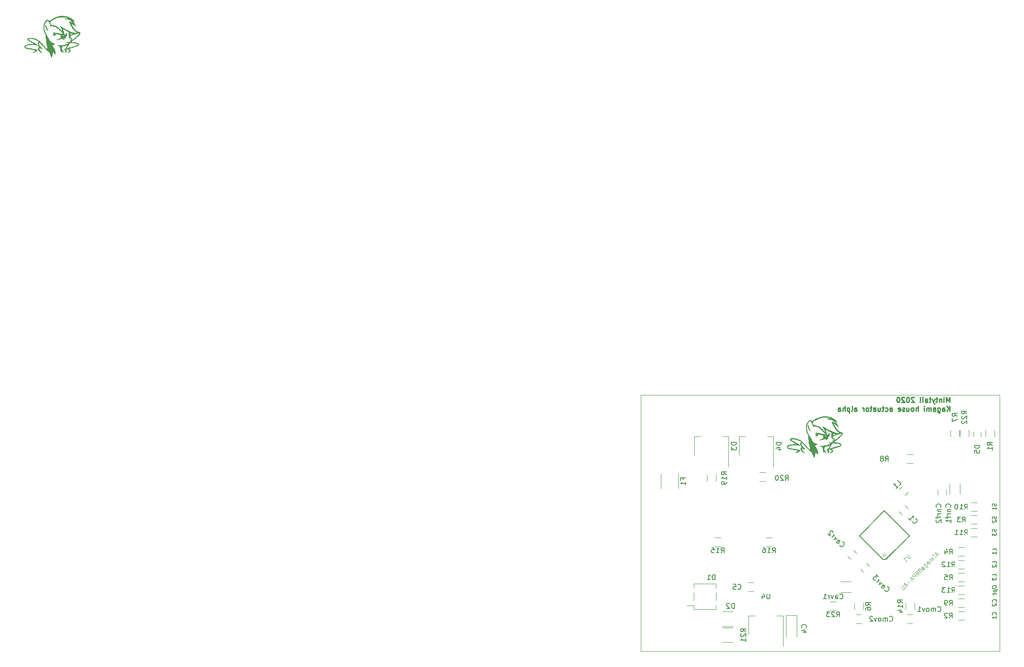
<source format=gbr>
G04 #@! TF.GenerationSoftware,KiCad,Pcbnew,(5.1.2)-1*
G04 #@! TF.CreationDate,2020-06-04T19:21:38+03:00*
G04 #@! TF.ProjectId,alpha,616c7068-612e-46b6-9963-61645f706362,rev?*
G04 #@! TF.SameCoordinates,Original*
G04 #@! TF.FileFunction,Legend,Bot*
G04 #@! TF.FilePolarity,Positive*
%FSLAX46Y46*%
G04 Gerber Fmt 4.6, Leading zero omitted, Abs format (unit mm)*
G04 Created by KiCad (PCBNEW (5.1.2)-1) date 2020-06-04 19:21:38*
%MOMM*%
%LPD*%
G04 APERTURE LIST*
%ADD10C,0.200000*%
%ADD11C,0.250000*%
%ADD12C,0.050000*%
%ADD13C,0.120000*%
%ADD14C,0.010000*%
%ADD15C,0.066040*%
%ADD16C,0.152400*%
%ADD17C,0.076200*%
%ADD18C,0.150000*%
%ADD19C,0.088900*%
%ADD20R,0.802000X1.402000*%
%ADD21R,1.802000X1.802000*%
%ADD22O,1.802000X1.802000*%
%ADD23C,2.302000*%
%ADD24R,1.902000X1.902000*%
%ADD25C,1.902000*%
%ADD26C,2.102000*%
%ADD27C,1.702000*%
%ADD28O,1.702000X1.702000*%
%ADD29R,1.102000X1.352000*%
%ADD30C,1.102000*%
%ADD31C,0.100000*%
%ADD32C,2.502000*%
%ADD33R,2.102000X2.102000*%
%ADD34R,1.602000X2.052000*%
%ADD35R,1.102000X1.702000*%
%ADD36R,1.702000X1.102000*%
%ADD37R,1.352000X1.102000*%
%ADD38C,1.852000*%
%ADD39R,1.402000X0.802000*%
%ADD40C,0.660800*%
%ADD41R,1.702000X1.702000*%
%ADD42R,1.602000X2.102000*%
%ADD43R,3.902000X2.102000*%
%ADD44R,1.102000X0.742000*%
%ADD45R,1.302000X1.302000*%
%ADD46R,2.102000X2.602000*%
%ADD47R,1.002000X2.602000*%
%ADD48R,2.902000X3.102000*%
%ADD49C,1.602000*%
G04 APERTURE END LIST*
D10*
X187267809Y-92653750D02*
X187305904Y-92763273D01*
X187305904Y-92953750D01*
X187267809Y-93034702D01*
X187229714Y-93077559D01*
X187153523Y-93125178D01*
X187077333Y-93134702D01*
X187001142Y-93106130D01*
X186963047Y-93072797D01*
X186924952Y-93001369D01*
X186886857Y-92853750D01*
X186848761Y-92782321D01*
X186810666Y-92748988D01*
X186734476Y-92720416D01*
X186658285Y-92729940D01*
X186582095Y-92777559D01*
X186544000Y-92820416D01*
X186505904Y-92901369D01*
X186505904Y-93091845D01*
X186544000Y-93201369D01*
X187305904Y-93868035D02*
X187305904Y-93410892D01*
X187305904Y-93639464D02*
X186505904Y-93739464D01*
X186620190Y-93648988D01*
X186696380Y-93563273D01*
X186734476Y-93482321D01*
X187267809Y-95193750D02*
X187305904Y-95303273D01*
X187305904Y-95493750D01*
X187267809Y-95574702D01*
X187229714Y-95617559D01*
X187153523Y-95665178D01*
X187077333Y-95674702D01*
X187001142Y-95646130D01*
X186963047Y-95612797D01*
X186924952Y-95541369D01*
X186886857Y-95393750D01*
X186848761Y-95322321D01*
X186810666Y-95288988D01*
X186734476Y-95260416D01*
X186658285Y-95269940D01*
X186582095Y-95317559D01*
X186544000Y-95360416D01*
X186505904Y-95441369D01*
X186505904Y-95631845D01*
X186544000Y-95741369D01*
X186582095Y-96041369D02*
X186544000Y-96084226D01*
X186505904Y-96165178D01*
X186505904Y-96355654D01*
X186544000Y-96427083D01*
X186582095Y-96460416D01*
X186658285Y-96488988D01*
X186734476Y-96479464D01*
X186848761Y-96427083D01*
X187305904Y-95912797D01*
X187305904Y-96408035D01*
X187267809Y-97733750D02*
X187305904Y-97843273D01*
X187305904Y-98033750D01*
X187267809Y-98114702D01*
X187229714Y-98157559D01*
X187153523Y-98205178D01*
X187077333Y-98214702D01*
X187001142Y-98186130D01*
X186963047Y-98152797D01*
X186924952Y-98081369D01*
X186886857Y-97933750D01*
X186848761Y-97862321D01*
X186810666Y-97828988D01*
X186734476Y-97800416D01*
X186658285Y-97809940D01*
X186582095Y-97857559D01*
X186544000Y-97900416D01*
X186505904Y-97981369D01*
X186505904Y-98171845D01*
X186544000Y-98281369D01*
X186505904Y-98552797D02*
X186505904Y-99048035D01*
X186810666Y-98743273D01*
X186810666Y-98857559D01*
X186848761Y-98928988D01*
X186886857Y-98962321D01*
X186963047Y-98990892D01*
X187153523Y-98967083D01*
X187229714Y-98919464D01*
X187267809Y-98876607D01*
X187305904Y-98795654D01*
X187305904Y-98567083D01*
X187267809Y-98495654D01*
X187229714Y-98462321D01*
X187305904Y-102015178D02*
X187305904Y-101634226D01*
X186505904Y-101734226D01*
X187305904Y-102700892D02*
X187305904Y-102243750D01*
X187305904Y-102472321D02*
X186505904Y-102572321D01*
X186620190Y-102481845D01*
X186696380Y-102396130D01*
X186734476Y-102315178D01*
X187305904Y-104555178D02*
X187305904Y-104174226D01*
X186505904Y-104274226D01*
X186582095Y-104874226D02*
X186544000Y-104917083D01*
X186505904Y-104998035D01*
X186505904Y-105188511D01*
X186544000Y-105259940D01*
X186582095Y-105293273D01*
X186658285Y-105321845D01*
X186734476Y-105312321D01*
X186848761Y-105259940D01*
X187305904Y-104745654D01*
X187305904Y-105240892D01*
X187305904Y-107095178D02*
X187305904Y-106714226D01*
X186505904Y-106814226D01*
X186505904Y-107385654D02*
X186505904Y-107880892D01*
X186810666Y-107576130D01*
X186810666Y-107690416D01*
X186848761Y-107761845D01*
X186886857Y-107795178D01*
X186963047Y-107823750D01*
X187153523Y-107799940D01*
X187229714Y-107752321D01*
X187267809Y-107709464D01*
X187305904Y-107628511D01*
X187305904Y-107399940D01*
X187267809Y-107328511D01*
X187229714Y-107295178D01*
X186505904Y-109201845D02*
X186505904Y-109354226D01*
X186544000Y-109425654D01*
X186620190Y-109492321D01*
X186772571Y-109511369D01*
X187039238Y-109478035D01*
X187191619Y-109420892D01*
X187267809Y-109335178D01*
X187305904Y-109254226D01*
X187305904Y-109101845D01*
X187267809Y-109030416D01*
X187191619Y-108963750D01*
X187039238Y-108944702D01*
X186772571Y-108978035D01*
X186620190Y-109035178D01*
X186544000Y-109120892D01*
X186505904Y-109201845D01*
X186772571Y-109854226D02*
X187572571Y-109754226D01*
X186810666Y-109849464D02*
X186772571Y-109930416D01*
X186772571Y-110082797D01*
X186810666Y-110154226D01*
X186848761Y-110187559D01*
X186924952Y-110216130D01*
X187153523Y-110187559D01*
X187229714Y-110139940D01*
X187267809Y-110097083D01*
X187305904Y-110016130D01*
X187305904Y-109863750D01*
X187267809Y-109792321D01*
X186772571Y-110463750D02*
X186772571Y-110768511D01*
X186505904Y-110611369D02*
X187191619Y-110525654D01*
X187267809Y-110554226D01*
X187305904Y-110625654D01*
X187305904Y-110701845D01*
X187229714Y-112184702D02*
X187267809Y-112141845D01*
X187305904Y-112022797D01*
X187305904Y-111946607D01*
X187267809Y-111837083D01*
X187191619Y-111770416D01*
X187115428Y-111741845D01*
X186963047Y-111722797D01*
X186848761Y-111737083D01*
X186696380Y-111794226D01*
X186620190Y-111841845D01*
X186544000Y-111927559D01*
X186505904Y-112046607D01*
X186505904Y-112122797D01*
X186544000Y-112232321D01*
X186582095Y-112265654D01*
X186582095Y-112570416D02*
X186544000Y-112613273D01*
X186505904Y-112694226D01*
X186505904Y-112884702D01*
X186544000Y-112956130D01*
X186582095Y-112989464D01*
X186658285Y-113018035D01*
X186734476Y-113008511D01*
X186848761Y-112956130D01*
X187305904Y-112441845D01*
X187305904Y-112937083D01*
X187229714Y-114724702D02*
X187267809Y-114681845D01*
X187305904Y-114562797D01*
X187305904Y-114486607D01*
X187267809Y-114377083D01*
X187191619Y-114310416D01*
X187115428Y-114281845D01*
X186963047Y-114262797D01*
X186848761Y-114277083D01*
X186696380Y-114334226D01*
X186620190Y-114381845D01*
X186544000Y-114467559D01*
X186505904Y-114586607D01*
X186505904Y-114662797D01*
X186544000Y-114772321D01*
X186582095Y-114805654D01*
X187305904Y-115477083D02*
X187305904Y-115019940D01*
X187305904Y-115248511D02*
X186505904Y-115348511D01*
X186620190Y-115258035D01*
X186696380Y-115172321D01*
X186734476Y-115091369D01*
D11*
X178034404Y-72602380D02*
X178034404Y-71602380D01*
X177701071Y-72316666D01*
X177367738Y-71602380D01*
X177367738Y-72602380D01*
X176891547Y-72602380D02*
X176891547Y-71935714D01*
X176891547Y-71602380D02*
X176939166Y-71650000D01*
X176891547Y-71697619D01*
X176843928Y-71650000D01*
X176891547Y-71602380D01*
X176891547Y-71697619D01*
X176415357Y-71935714D02*
X176415357Y-72602380D01*
X176415357Y-72030952D02*
X176367738Y-71983333D01*
X176272500Y-71935714D01*
X176129642Y-71935714D01*
X176034404Y-71983333D01*
X175986785Y-72078571D01*
X175986785Y-72602380D01*
X175653452Y-71935714D02*
X175272500Y-71935714D01*
X175510595Y-71602380D02*
X175510595Y-72459523D01*
X175462976Y-72554761D01*
X175367738Y-72602380D01*
X175272500Y-72602380D01*
X175034404Y-71935714D02*
X174796309Y-72602380D01*
X174558214Y-71935714D02*
X174796309Y-72602380D01*
X174891547Y-72840476D01*
X174939166Y-72888095D01*
X175034404Y-72935714D01*
X174320119Y-71935714D02*
X173939166Y-71935714D01*
X174177261Y-71602380D02*
X174177261Y-72459523D01*
X174129642Y-72554761D01*
X174034404Y-72602380D01*
X173939166Y-72602380D01*
X173177261Y-72602380D02*
X173177261Y-72078571D01*
X173224880Y-71983333D01*
X173320119Y-71935714D01*
X173510595Y-71935714D01*
X173605833Y-71983333D01*
X173177261Y-72554761D02*
X173272500Y-72602380D01*
X173510595Y-72602380D01*
X173605833Y-72554761D01*
X173653452Y-72459523D01*
X173653452Y-72364285D01*
X173605833Y-72269047D01*
X173510595Y-72221428D01*
X173272500Y-72221428D01*
X173177261Y-72173809D01*
X172701071Y-72602380D02*
X172701071Y-71935714D01*
X172701071Y-71602380D02*
X172748690Y-71650000D01*
X172701071Y-71697619D01*
X172653452Y-71650000D01*
X172701071Y-71602380D01*
X172701071Y-71697619D01*
X172082023Y-72602380D02*
X172177261Y-72554761D01*
X172224880Y-72459523D01*
X172224880Y-71602380D01*
X170986785Y-71697619D02*
X170939166Y-71650000D01*
X170843928Y-71602380D01*
X170605833Y-71602380D01*
X170510595Y-71650000D01*
X170462976Y-71697619D01*
X170415357Y-71792857D01*
X170415357Y-71888095D01*
X170462976Y-72030952D01*
X171034404Y-72602380D01*
X170415357Y-72602380D01*
X169796309Y-71602380D02*
X169701071Y-71602380D01*
X169605833Y-71650000D01*
X169558214Y-71697619D01*
X169510595Y-71792857D01*
X169462976Y-71983333D01*
X169462976Y-72221428D01*
X169510595Y-72411904D01*
X169558214Y-72507142D01*
X169605833Y-72554761D01*
X169701071Y-72602380D01*
X169796309Y-72602380D01*
X169891547Y-72554761D01*
X169939166Y-72507142D01*
X169986785Y-72411904D01*
X170034404Y-72221428D01*
X170034404Y-71983333D01*
X169986785Y-71792857D01*
X169939166Y-71697619D01*
X169891547Y-71650000D01*
X169796309Y-71602380D01*
X169082023Y-71697619D02*
X169034404Y-71650000D01*
X168939166Y-71602380D01*
X168701071Y-71602380D01*
X168605833Y-71650000D01*
X168558214Y-71697619D01*
X168510595Y-71792857D01*
X168510595Y-71888095D01*
X168558214Y-72030952D01*
X169129642Y-72602380D01*
X168510595Y-72602380D01*
X167891547Y-71602380D02*
X167796309Y-71602380D01*
X167701071Y-71650000D01*
X167653452Y-71697619D01*
X167605833Y-71792857D01*
X167558214Y-71983333D01*
X167558214Y-72221428D01*
X167605833Y-72411904D01*
X167653452Y-72507142D01*
X167701071Y-72554761D01*
X167796309Y-72602380D01*
X167891547Y-72602380D01*
X167986785Y-72554761D01*
X168034404Y-72507142D01*
X168082023Y-72411904D01*
X168129642Y-72221428D01*
X168129642Y-71983333D01*
X168082023Y-71792857D01*
X168034404Y-71697619D01*
X167986785Y-71650000D01*
X167891547Y-71602380D01*
X178034404Y-74352380D02*
X178034404Y-73352380D01*
X177462976Y-74352380D02*
X177891547Y-73780952D01*
X177462976Y-73352380D02*
X178034404Y-73923809D01*
X176605833Y-74352380D02*
X176605833Y-73828571D01*
X176653452Y-73733333D01*
X176748690Y-73685714D01*
X176939166Y-73685714D01*
X177034404Y-73733333D01*
X176605833Y-74304761D02*
X176701071Y-74352380D01*
X176939166Y-74352380D01*
X177034404Y-74304761D01*
X177082023Y-74209523D01*
X177082023Y-74114285D01*
X177034404Y-74019047D01*
X176939166Y-73971428D01*
X176701071Y-73971428D01*
X176605833Y-73923809D01*
X175701071Y-73685714D02*
X175701071Y-74495238D01*
X175748690Y-74590476D01*
X175796309Y-74638095D01*
X175891547Y-74685714D01*
X176034404Y-74685714D01*
X176129642Y-74638095D01*
X175701071Y-74304761D02*
X175796309Y-74352380D01*
X175986785Y-74352380D01*
X176082023Y-74304761D01*
X176129642Y-74257142D01*
X176177261Y-74161904D01*
X176177261Y-73876190D01*
X176129642Y-73780952D01*
X176082023Y-73733333D01*
X175986785Y-73685714D01*
X175796309Y-73685714D01*
X175701071Y-73733333D01*
X174796309Y-74352380D02*
X174796309Y-73828571D01*
X174843928Y-73733333D01*
X174939166Y-73685714D01*
X175129642Y-73685714D01*
X175224880Y-73733333D01*
X174796309Y-74304761D02*
X174891547Y-74352380D01*
X175129642Y-74352380D01*
X175224880Y-74304761D01*
X175272500Y-74209523D01*
X175272500Y-74114285D01*
X175224880Y-74019047D01*
X175129642Y-73971428D01*
X174891547Y-73971428D01*
X174796309Y-73923809D01*
X174320119Y-74352380D02*
X174320119Y-73685714D01*
X174320119Y-73780952D02*
X174272500Y-73733333D01*
X174177261Y-73685714D01*
X174034404Y-73685714D01*
X173939166Y-73733333D01*
X173891547Y-73828571D01*
X173891547Y-74352380D01*
X173891547Y-73828571D02*
X173843928Y-73733333D01*
X173748690Y-73685714D01*
X173605833Y-73685714D01*
X173510595Y-73733333D01*
X173462976Y-73828571D01*
X173462976Y-74352380D01*
X172986785Y-74352380D02*
X172986785Y-73685714D01*
X172986785Y-73352380D02*
X173034404Y-73400000D01*
X172986785Y-73447619D01*
X172939166Y-73400000D01*
X172986785Y-73352380D01*
X172986785Y-73447619D01*
X171748690Y-74352380D02*
X171748690Y-73352380D01*
X171320119Y-74352380D02*
X171320119Y-73828571D01*
X171367738Y-73733333D01*
X171462976Y-73685714D01*
X171605833Y-73685714D01*
X171701071Y-73733333D01*
X171748690Y-73780952D01*
X170701071Y-74352380D02*
X170796309Y-74304761D01*
X170843928Y-74257142D01*
X170891547Y-74161904D01*
X170891547Y-73876190D01*
X170843928Y-73780952D01*
X170796309Y-73733333D01*
X170701071Y-73685714D01*
X170558214Y-73685714D01*
X170462976Y-73733333D01*
X170415357Y-73780952D01*
X170367738Y-73876190D01*
X170367738Y-74161904D01*
X170415357Y-74257142D01*
X170462976Y-74304761D01*
X170558214Y-74352380D01*
X170701071Y-74352380D01*
X169510595Y-73685714D02*
X169510595Y-74352380D01*
X169939166Y-73685714D02*
X169939166Y-74209523D01*
X169891547Y-74304761D01*
X169796309Y-74352380D01*
X169653452Y-74352380D01*
X169558214Y-74304761D01*
X169510595Y-74257142D01*
X169082023Y-74304761D02*
X168986785Y-74352380D01*
X168796309Y-74352380D01*
X168701071Y-74304761D01*
X168653452Y-74209523D01*
X168653452Y-74161904D01*
X168701071Y-74066666D01*
X168796309Y-74019047D01*
X168939166Y-74019047D01*
X169034404Y-73971428D01*
X169082023Y-73876190D01*
X169082023Y-73828571D01*
X169034404Y-73733333D01*
X168939166Y-73685714D01*
X168796309Y-73685714D01*
X168701071Y-73733333D01*
X167843928Y-74304761D02*
X167939166Y-74352380D01*
X168129642Y-74352380D01*
X168224880Y-74304761D01*
X168272500Y-74209523D01*
X168272500Y-73828571D01*
X168224880Y-73733333D01*
X168129642Y-73685714D01*
X167939166Y-73685714D01*
X167843928Y-73733333D01*
X167796309Y-73828571D01*
X167796309Y-73923809D01*
X168272500Y-74019047D01*
X166177261Y-74352380D02*
X166177261Y-73828571D01*
X166224880Y-73733333D01*
X166320119Y-73685714D01*
X166510595Y-73685714D01*
X166605833Y-73733333D01*
X166177261Y-74304761D02*
X166272500Y-74352380D01*
X166510595Y-74352380D01*
X166605833Y-74304761D01*
X166653452Y-74209523D01*
X166653452Y-74114285D01*
X166605833Y-74019047D01*
X166510595Y-73971428D01*
X166272500Y-73971428D01*
X166177261Y-73923809D01*
X165272500Y-74304761D02*
X165367738Y-74352380D01*
X165558214Y-74352380D01*
X165653452Y-74304761D01*
X165701071Y-74257142D01*
X165748690Y-74161904D01*
X165748690Y-73876190D01*
X165701071Y-73780952D01*
X165653452Y-73733333D01*
X165558214Y-73685714D01*
X165367738Y-73685714D01*
X165272500Y-73733333D01*
X164986785Y-73685714D02*
X164605833Y-73685714D01*
X164843928Y-73352380D02*
X164843928Y-74209523D01*
X164796309Y-74304761D01*
X164701071Y-74352380D01*
X164605833Y-74352380D01*
X163843928Y-73685714D02*
X163843928Y-74352380D01*
X164272500Y-73685714D02*
X164272500Y-74209523D01*
X164224880Y-74304761D01*
X164129642Y-74352380D01*
X163986785Y-74352380D01*
X163891547Y-74304761D01*
X163843928Y-74257142D01*
X162939166Y-74352380D02*
X162939166Y-73828571D01*
X162986785Y-73733333D01*
X163082023Y-73685714D01*
X163272500Y-73685714D01*
X163367738Y-73733333D01*
X162939166Y-74304761D02*
X163034404Y-74352380D01*
X163272500Y-74352380D01*
X163367738Y-74304761D01*
X163415357Y-74209523D01*
X163415357Y-74114285D01*
X163367738Y-74019047D01*
X163272500Y-73971428D01*
X163034404Y-73971428D01*
X162939166Y-73923809D01*
X162605833Y-73685714D02*
X162224880Y-73685714D01*
X162462976Y-73352380D02*
X162462976Y-74209523D01*
X162415357Y-74304761D01*
X162320119Y-74352380D01*
X162224880Y-74352380D01*
X161748690Y-74352380D02*
X161843928Y-74304761D01*
X161891547Y-74257142D01*
X161939166Y-74161904D01*
X161939166Y-73876190D01*
X161891547Y-73780952D01*
X161843928Y-73733333D01*
X161748690Y-73685714D01*
X161605833Y-73685714D01*
X161510595Y-73733333D01*
X161462976Y-73780952D01*
X161415357Y-73876190D01*
X161415357Y-74161904D01*
X161462976Y-74257142D01*
X161510595Y-74304761D01*
X161605833Y-74352380D01*
X161748690Y-74352380D01*
X160986785Y-74352380D02*
X160986785Y-73685714D01*
X160986785Y-73876190D02*
X160939166Y-73780952D01*
X160891547Y-73733333D01*
X160796309Y-73685714D01*
X160701071Y-73685714D01*
X159177261Y-74352380D02*
X159177261Y-73828571D01*
X159224880Y-73733333D01*
X159320119Y-73685714D01*
X159510595Y-73685714D01*
X159605833Y-73733333D01*
X159177261Y-74304761D02*
X159272500Y-74352380D01*
X159510595Y-74352380D01*
X159605833Y-74304761D01*
X159653452Y-74209523D01*
X159653452Y-74114285D01*
X159605833Y-74019047D01*
X159510595Y-73971428D01*
X159272500Y-73971428D01*
X159177261Y-73923809D01*
X158558214Y-74352380D02*
X158653452Y-74304761D01*
X158701071Y-74209523D01*
X158701071Y-73352380D01*
X158177261Y-73685714D02*
X158177261Y-74685714D01*
X158177261Y-73733333D02*
X158082023Y-73685714D01*
X157891547Y-73685714D01*
X157796309Y-73733333D01*
X157748690Y-73780952D01*
X157701071Y-73876190D01*
X157701071Y-74161904D01*
X157748690Y-74257142D01*
X157796309Y-74304761D01*
X157891547Y-74352380D01*
X158082023Y-74352380D01*
X158177261Y-74304761D01*
X157272500Y-74352380D02*
X157272500Y-73352380D01*
X156843928Y-74352380D02*
X156843928Y-73828571D01*
X156891547Y-73733333D01*
X156986785Y-73685714D01*
X157129642Y-73685714D01*
X157224880Y-73733333D01*
X157272500Y-73780952D01*
X155939166Y-74352380D02*
X155939166Y-73828571D01*
X155986785Y-73733333D01*
X156082023Y-73685714D01*
X156272500Y-73685714D01*
X156367738Y-73733333D01*
X155939166Y-74304761D02*
X156034404Y-74352380D01*
X156272500Y-74352380D01*
X156367738Y-74304761D01*
X156415357Y-74209523D01*
X156415357Y-74114285D01*
X156367738Y-74019047D01*
X156272500Y-73971428D01*
X156034404Y-73971428D01*
X155939166Y-73923809D01*
D12*
X116840000Y-121920000D02*
X116840000Y-71120000D01*
X187960000Y-121920000D02*
X116840000Y-121920000D01*
X187960000Y-71120000D02*
X187960000Y-121920000D01*
X116840000Y-71120000D02*
X187960000Y-71120000D01*
D13*
X155540000Y-112150000D02*
X154340000Y-112150000D01*
X154340000Y-113910000D02*
X155540000Y-113910000D01*
D14*
G36*
X149987176Y-77192379D02*
G01*
X150019480Y-77283279D01*
X150059591Y-77442388D01*
X150068354Y-77482406D01*
X150150509Y-77724981D01*
X150291082Y-77981191D01*
X150304185Y-78000989D01*
X150401990Y-78153846D01*
X150447984Y-78242818D01*
X150442231Y-78267057D01*
X150384797Y-78225719D01*
X150293806Y-78136750D01*
X150130458Y-77910738D01*
X150017561Y-77628719D01*
X149967238Y-77364167D01*
X149958041Y-77229298D01*
X149965691Y-77173210D01*
X149987176Y-77192379D01*
X149987176Y-77192379D01*
G37*
X149987176Y-77192379D02*
X150019480Y-77283279D01*
X150059591Y-77442388D01*
X150068354Y-77482406D01*
X150150509Y-77724981D01*
X150291082Y-77981191D01*
X150304185Y-78000989D01*
X150401990Y-78153846D01*
X150447984Y-78242818D01*
X150442231Y-78267057D01*
X150384797Y-78225719D01*
X150293806Y-78136750D01*
X150130458Y-77910738D01*
X150017561Y-77628719D01*
X149967238Y-77364167D01*
X149958041Y-77229298D01*
X149965691Y-77173210D01*
X149987176Y-77192379D01*
G36*
X153701661Y-79900550D02*
G01*
X153682410Y-79929635D01*
X153605510Y-79973446D01*
X153572026Y-79988277D01*
X153447542Y-80035853D01*
X153391260Y-80048043D01*
X153406612Y-80026392D01*
X153497031Y-79972444D01*
X153515245Y-79962735D01*
X153619149Y-79915427D01*
X153689229Y-79897358D01*
X153701661Y-79900550D01*
X153701661Y-79900550D01*
G37*
X153701661Y-79900550D02*
X153682410Y-79929635D01*
X153605510Y-79973446D01*
X153572026Y-79988277D01*
X153447542Y-80035853D01*
X153391260Y-80048043D01*
X153406612Y-80026392D01*
X153497031Y-79972444D01*
X153515245Y-79962735D01*
X153619149Y-79915427D01*
X153689229Y-79897358D01*
X153701661Y-79900550D01*
G36*
X154796563Y-80021152D02*
G01*
X154855333Y-80052333D01*
X154895004Y-80085210D01*
X154856875Y-80093875D01*
X154847248Y-80094018D01*
X154770705Y-80072447D01*
X154749500Y-80052333D01*
X154746084Y-80014937D01*
X154796563Y-80021152D01*
X154796563Y-80021152D01*
G37*
X154796563Y-80021152D02*
X154855333Y-80052333D01*
X154895004Y-80085210D01*
X154856875Y-80093875D01*
X154847248Y-80094018D01*
X154770705Y-80072447D01*
X154749500Y-80052333D01*
X154746084Y-80014937D01*
X154796563Y-80021152D01*
G36*
X153674448Y-75396676D02*
G01*
X154009973Y-75443214D01*
X154325840Y-75530061D01*
X154652317Y-75663787D01*
X154714550Y-75693345D01*
X154851296Y-75766872D01*
X155011484Y-75864389D01*
X155181253Y-75975945D01*
X155346742Y-76091588D01*
X155494090Y-76201366D01*
X155609436Y-76295329D01*
X155678921Y-76363524D01*
X155691023Y-76394421D01*
X155645488Y-76389151D01*
X155548583Y-76355842D01*
X155472190Y-76323976D01*
X155355704Y-76277201D01*
X155274535Y-76253475D01*
X155252875Y-76254014D01*
X155267804Y-76293486D01*
X155325266Y-76377995D01*
X155404312Y-76478725D01*
X155519393Y-76635335D01*
X155642131Y-76830090D01*
X155756877Y-77035334D01*
X155847983Y-77223412D01*
X155893352Y-77343000D01*
X155900805Y-77388711D01*
X155877145Y-77389688D01*
X155812970Y-77340763D01*
X155698882Y-77236767D01*
X155697110Y-77235107D01*
X155576404Y-77131753D01*
X155432977Y-77023451D01*
X155283608Y-76920995D01*
X155145079Y-76835182D01*
X155034170Y-76776807D01*
X154967662Y-76756666D01*
X154958581Y-76759974D01*
X154963150Y-76809269D01*
X155003249Y-76912803D01*
X155069428Y-77053083D01*
X155152242Y-77212616D01*
X155242243Y-77373907D01*
X155329983Y-77519463D01*
X155406016Y-77631791D01*
X155460894Y-77693397D01*
X155463740Y-77695385D01*
X155542611Y-77770610D01*
X155575000Y-77847728D01*
X155607542Y-77921220D01*
X155693886Y-78025762D01*
X155817114Y-78145854D01*
X155960303Y-78265999D01*
X156106534Y-78370697D01*
X156213373Y-78432442D01*
X156362981Y-78495069D01*
X156514061Y-78540920D01*
X156558735Y-78549805D01*
X156703674Y-78598972D01*
X156775990Y-78691429D01*
X156776771Y-78828981D01*
X156761126Y-78885766D01*
X156702193Y-78989357D01*
X156585156Y-79133172D01*
X156420228Y-79307425D01*
X156217625Y-79502330D01*
X155987562Y-79708103D01*
X155740253Y-79914959D01*
X155485913Y-80113113D01*
X155458583Y-80133485D01*
X155286813Y-80263420D01*
X155142587Y-80377257D01*
X155038217Y-80464911D01*
X154986014Y-80516298D01*
X154982333Y-80523592D01*
X155020527Y-80544347D01*
X155118629Y-80558259D01*
X155204583Y-80561640D01*
X155548798Y-80577504D01*
X155850139Y-80618822D01*
X156101887Y-80682597D01*
X156297322Y-80765832D01*
X156429723Y-80865528D01*
X156492371Y-80978689D01*
X156478544Y-81102317D01*
X156467642Y-81125027D01*
X156427646Y-81185115D01*
X156370080Y-81238610D01*
X156284422Y-81289985D01*
X156160148Y-81343714D01*
X155986735Y-81404270D01*
X155753658Y-81476126D01*
X155450395Y-81563754D01*
X155405667Y-81576425D01*
X155160420Y-81646274D01*
X154943236Y-81709058D01*
X154767254Y-81760902D01*
X154645613Y-81797934D01*
X154591449Y-81816280D01*
X154590529Y-81816761D01*
X154599445Y-81853430D01*
X154657664Y-81926039D01*
X154706946Y-81975550D01*
X154798174Y-82080924D01*
X154850068Y-82179383D01*
X154855333Y-82209982D01*
X154820150Y-82315949D01*
X154731512Y-82429237D01*
X154614787Y-82526257D01*
X154495343Y-82583420D01*
X154446816Y-82589844D01*
X154367511Y-82584534D01*
X154364138Y-82566048D01*
X154405921Y-82536927D01*
X154592982Y-82402629D01*
X154697831Y-82285125D01*
X154720193Y-82179877D01*
X154659790Y-82082346D01*
X154516347Y-81987996D01*
X154368500Y-81922252D01*
X154156833Y-81838274D01*
X154283833Y-81787936D01*
X154363430Y-81760886D01*
X154509547Y-81715498D01*
X154707175Y-81656266D01*
X154941304Y-81587685D01*
X155196925Y-81514250D01*
X155215167Y-81509063D01*
X155553243Y-81411699D01*
X155818157Y-81331876D01*
X156018768Y-81266122D01*
X156163931Y-81210969D01*
X156262505Y-81162947D01*
X156323345Y-81118587D01*
X156355310Y-81074417D01*
X156360716Y-81060300D01*
X156354242Y-80957901D01*
X156266016Y-80871138D01*
X156097599Y-80800573D01*
X155850555Y-80746767D01*
X155526445Y-80710282D01*
X155357733Y-80699756D01*
X154865299Y-80675334D01*
X154693579Y-80813332D01*
X154568121Y-80940555D01*
X154470438Y-81086525D01*
X154452207Y-81126248D01*
X154397543Y-81239387D01*
X154309469Y-81395903D01*
X154203000Y-81569722D01*
X154148948Y-81652883D01*
X154042826Y-81815857D01*
X153979336Y-81925000D01*
X153952247Y-81995625D01*
X153955329Y-82043045D01*
X153976736Y-82076216D01*
X154061605Y-82220941D01*
X154068000Y-82377437D01*
X154048868Y-82450628D01*
X153989587Y-82561428D01*
X153920717Y-82592333D01*
X153850736Y-82569292D01*
X153847453Y-82518614D01*
X153881667Y-82486500D01*
X153911977Y-82429366D01*
X153924000Y-82333866D01*
X153899247Y-82222821D01*
X153811483Y-82142915D01*
X153803120Y-82138020D01*
X153682241Y-82068645D01*
X153912822Y-81748406D01*
X154045904Y-81556547D01*
X154158035Y-81381439D01*
X154241760Y-81235999D01*
X154289623Y-81133148D01*
X154294846Y-81086402D01*
X154249821Y-81091109D01*
X154151446Y-81120442D01*
X154069643Y-81149801D01*
X153909206Y-81202158D01*
X153715828Y-81253467D01*
X153585333Y-81281867D01*
X153406468Y-81320472D01*
X153293523Y-81361249D01*
X153228368Y-81416597D01*
X153192877Y-81498918D01*
X153179575Y-81559420D01*
X153151914Y-81655414D01*
X153119435Y-81702391D01*
X153114955Y-81703333D01*
X153079102Y-81734080D01*
X153088475Y-81812567D01*
X153138359Y-81918159D01*
X153176892Y-81974504D01*
X153329192Y-82211479D01*
X153453456Y-82473822D01*
X153458224Y-82486213D01*
X153478528Y-82563765D01*
X153450531Y-82590064D01*
X153425535Y-82591335D01*
X153360197Y-82550848D01*
X153283550Y-82437238D01*
X153249366Y-82369085D01*
X153191419Y-82247850D01*
X153158915Y-82196003D01*
X153142228Y-82205871D01*
X153131732Y-82269781D01*
X153131129Y-82274833D01*
X153106987Y-82423149D01*
X153078836Y-82492043D01*
X153046118Y-82480566D01*
X153008279Y-82387769D01*
X152964762Y-82212700D01*
X152915011Y-81954411D01*
X152902932Y-81884906D01*
X152868472Y-81689473D01*
X152837617Y-81525467D01*
X152813800Y-81410435D01*
X152800673Y-81362249D01*
X152759107Y-81343500D01*
X153077333Y-81343500D01*
X153098500Y-81364667D01*
X153119667Y-81343500D01*
X153098500Y-81322333D01*
X153077333Y-81343500D01*
X152759107Y-81343500D01*
X152751746Y-81340180D01*
X152647458Y-81316537D01*
X152580867Y-81306060D01*
X152423421Y-81280386D01*
X152349259Y-81257938D01*
X152357038Y-81239303D01*
X152445416Y-81225064D01*
X152613050Y-81215809D01*
X152795630Y-81212442D01*
X153259039Y-81185309D01*
X153690244Y-81113664D01*
X154076760Y-81000890D01*
X154406101Y-80850372D01*
X154595722Y-80724530D01*
X154659838Y-80667324D01*
X154658997Y-80635901D01*
X154624880Y-80618889D01*
X154545050Y-80608544D01*
X154415076Y-80610884D01*
X154313561Y-80619856D01*
X154180743Y-80632605D01*
X154118861Y-80629151D01*
X154115429Y-80607751D01*
X154127542Y-80593858D01*
X154198011Y-80563897D01*
X154332586Y-80539612D01*
X154510727Y-80524687D01*
X154514158Y-80524528D01*
X154846539Y-80509434D01*
X154956769Y-80306905D01*
X155020205Y-80168038D01*
X155059978Y-80038024D01*
X155066849Y-79983104D01*
X155056146Y-79908101D01*
X155011972Y-79850394D01*
X154915892Y-79791147D01*
X154844599Y-79756000D01*
X154622500Y-79650167D01*
X154617488Y-79523160D01*
X154748195Y-79523160D01*
X154801362Y-79583785D01*
X154929259Y-79651980D01*
X154980718Y-79674675D01*
X155128945Y-79755915D01*
X155204371Y-79851051D01*
X155218614Y-79980474D01*
X155205474Y-80069211D01*
X155179250Y-80200500D01*
X155345375Y-80075773D01*
X155468999Y-79981339D01*
X155621692Y-79862497D01*
X155744333Y-79765662D01*
X155973007Y-79574304D01*
X156182153Y-79381747D01*
X156364000Y-79196912D01*
X156510778Y-79028721D01*
X156614713Y-78886097D01*
X156668034Y-78777961D01*
X156662971Y-78713236D01*
X156661954Y-78712176D01*
X156611293Y-78711543D01*
X156511832Y-78738749D01*
X156455756Y-78759526D01*
X156324920Y-78801503D01*
X156145684Y-78845818D01*
X155953597Y-78883824D01*
X155925440Y-78888516D01*
X155598046Y-78972027D01*
X155265627Y-79110414D01*
X154964058Y-79287428D01*
X154844709Y-79378070D01*
X154764423Y-79458468D01*
X154748195Y-79523160D01*
X154617488Y-79523160D01*
X154607287Y-79264689D01*
X154728333Y-79264689D01*
X154760265Y-79262292D01*
X154842021Y-79222995D01*
X154908250Y-79184372D01*
X155062255Y-79094113D01*
X155225684Y-79004845D01*
X155268083Y-78983037D01*
X155373563Y-78924440D01*
X155438302Y-78877886D01*
X155448000Y-78863714D01*
X155410878Y-78830019D01*
X155320293Y-78799773D01*
X155207417Y-78778765D01*
X155103422Y-78772782D01*
X155039478Y-78787610D01*
X155039222Y-78787820D01*
X154988917Y-78845348D01*
X154917053Y-78944763D01*
X154839743Y-79061348D01*
X154773101Y-79170389D01*
X154733240Y-79247168D01*
X154728333Y-79264689D01*
X154607287Y-79264689D01*
X154601333Y-79113841D01*
X154591758Y-78909753D01*
X154585469Y-78810979D01*
X154729742Y-78810979D01*
X154731150Y-78972833D01*
X154815800Y-78871175D01*
X154870819Y-78786180D01*
X154885110Y-78723453D01*
X154884967Y-78723008D01*
X154834835Y-78675196D01*
X154798908Y-78662812D01*
X154751941Y-78671076D01*
X154732115Y-78732661D01*
X154729742Y-78810979D01*
X154585469Y-78810979D01*
X154580836Y-78738215D01*
X154569838Y-78615919D01*
X154560034Y-78559556D01*
X154559000Y-78558017D01*
X154512401Y-78529821D01*
X154413754Y-78477053D01*
X154317484Y-78427843D01*
X154184291Y-78356971D01*
X154007327Y-78257414D01*
X153814733Y-78145175D01*
X153709280Y-78081982D01*
X153550438Y-77987364D01*
X153420871Y-77913400D01*
X153335847Y-77868600D01*
X153310158Y-77859482D01*
X153319460Y-77901766D01*
X153354220Y-78002567D01*
X153407521Y-78142170D01*
X153422510Y-78179770D01*
X153494486Y-78378179D01*
X153553507Y-78577353D01*
X153595245Y-78758107D01*
X153615375Y-78901258D01*
X153609571Y-78987621D01*
X153606228Y-78994439D01*
X153618680Y-79028090D01*
X153662210Y-79036333D01*
X153762965Y-79044613D01*
X153876375Y-79062792D01*
X153960533Y-79075112D01*
X153998314Y-79053019D01*
X154008295Y-78976055D01*
X154008667Y-78917123D01*
X154018233Y-78802625D01*
X154042083Y-78728267D01*
X154051079Y-78718784D01*
X154095233Y-78730673D01*
X154135253Y-78808275D01*
X154164881Y-78932663D01*
X154177858Y-79084910D01*
X154178000Y-79102589D01*
X154174173Y-79218639D01*
X154152261Y-79273194D01*
X154096611Y-79289390D01*
X154051000Y-79290333D01*
X153978096Y-79294323D01*
X153940334Y-79320261D01*
X153926155Y-79389105D01*
X153924000Y-79520573D01*
X153924000Y-79750812D01*
X153744083Y-79772986D01*
X153586241Y-79792402D01*
X153407838Y-79814298D01*
X153352500Y-79821079D01*
X153221468Y-79843170D01*
X153037114Y-79882047D01*
X152827603Y-79931510D01*
X152685750Y-79967864D01*
X152504148Y-80013312D01*
X152356979Y-80044844D01*
X152260565Y-80059322D01*
X152230667Y-80055417D01*
X152268179Y-80028944D01*
X152369527Y-79983637D01*
X152517925Y-79926520D01*
X152647341Y-79881057D01*
X153064016Y-79740009D01*
X153039223Y-79692500D01*
X153162000Y-79692500D01*
X153183167Y-79713667D01*
X153204333Y-79692500D01*
X153183167Y-79671333D01*
X153162000Y-79692500D01*
X153039223Y-79692500D01*
X153007435Y-79631588D01*
X152974004Y-79525086D01*
X152966971Y-79474580D01*
X153592558Y-79474580D01*
X153601623Y-79533285D01*
X153655086Y-79537108D01*
X153727977Y-79487681D01*
X153747441Y-79444753D01*
X153738377Y-79386048D01*
X153684914Y-79382225D01*
X153612023Y-79431652D01*
X153592558Y-79474580D01*
X152966971Y-79474580D01*
X152953556Y-79378244D01*
X152950594Y-79303769D01*
X152950548Y-79206219D01*
X152949016Y-79194347D01*
X153204333Y-79194347D01*
X153236129Y-79304896D01*
X153315541Y-79362786D01*
X153418607Y-79360580D01*
X153520024Y-79292332D01*
X153566883Y-79232661D01*
X153550299Y-79203249D01*
X153473668Y-79182564D01*
X153357687Y-79155430D01*
X153278417Y-79135379D01*
X153217296Y-79143848D01*
X153204333Y-79194347D01*
X152949016Y-79194347D01*
X152941779Y-79138290D01*
X152910933Y-79091617D01*
X152844655Y-79057839D01*
X152729590Y-79028590D01*
X152552384Y-78995509D01*
X152421167Y-78972216D01*
X152243292Y-78939575D01*
X152091420Y-78910128D01*
X151989129Y-78888510D01*
X151966083Y-78882726D01*
X151918104Y-78882541D01*
X151896531Y-78931566D01*
X151892000Y-79030628D01*
X151888354Y-79125538D01*
X151865628Y-79184524D01*
X151806141Y-79221076D01*
X151692211Y-79248687D01*
X151580638Y-79268222D01*
X151470480Y-79273796D01*
X151430457Y-79249603D01*
X151457552Y-79208508D01*
X151548749Y-79163375D01*
X151609465Y-79145284D01*
X151719094Y-79106884D01*
X151761538Y-79069608D01*
X151732113Y-79043182D01*
X151661922Y-79036333D01*
X151542535Y-79020794D01*
X151443362Y-78992427D01*
X151368803Y-78947839D01*
X151368319Y-78907157D01*
X151431435Y-78878733D01*
X151547676Y-78870919D01*
X151591996Y-78873905D01*
X151715440Y-78879041D01*
X151757183Y-78862442D01*
X151717459Y-78823128D01*
X151616833Y-78769692D01*
X151516710Y-78708906D01*
X151470369Y-78654182D01*
X151485779Y-78619059D01*
X151524625Y-78613000D01*
X151596527Y-78625696D01*
X151712742Y-78657731D01*
X151768042Y-78675366D01*
X151865229Y-78701407D01*
X152021087Y-78735993D01*
X152219983Y-78776333D01*
X152446287Y-78819641D01*
X152684366Y-78863128D01*
X152918588Y-78904006D01*
X153133320Y-78939486D01*
X153312932Y-78966780D01*
X153441791Y-78983100D01*
X153504265Y-78985658D01*
X153505613Y-78985295D01*
X153489538Y-78952702D01*
X153421549Y-78869243D01*
X153309680Y-78743842D01*
X153161967Y-78585420D01*
X152986444Y-78402899D01*
X152920247Y-78335297D01*
X152679470Y-78093988D01*
X152484450Y-77907111D01*
X152324837Y-77765685D01*
X152190285Y-77660732D01*
X152070444Y-77583274D01*
X152024571Y-77558115D01*
X151755598Y-77435850D01*
X151491613Y-77348845D01*
X151258170Y-77304928D01*
X151185728Y-77301169D01*
X151089309Y-77312092D01*
X151047042Y-77360842D01*
X151035633Y-77417083D01*
X151023753Y-77467594D01*
X151005206Y-77457317D01*
X150974722Y-77378349D01*
X150943921Y-77279500D01*
X150858696Y-77033304D01*
X150755554Y-76792789D01*
X150644488Y-76577495D01*
X150641876Y-76573407D01*
X150823990Y-76573407D01*
X150830466Y-76659021D01*
X150867459Y-76769619D01*
X150896334Y-76842396D01*
X151005112Y-77114119D01*
X151370647Y-77183128D01*
X151650568Y-77246743D01*
X151895990Y-77329769D01*
X152123116Y-77441842D01*
X152348151Y-77592598D01*
X152587299Y-77791675D01*
X152856764Y-78048707D01*
X152901398Y-78093459D01*
X153092989Y-78282930D01*
X153241134Y-78421737D01*
X153342055Y-78506611D01*
X153391976Y-78534280D01*
X153395667Y-78521305D01*
X153367013Y-78447106D01*
X153308859Y-78314735D01*
X153229235Y-78141914D01*
X153136170Y-77946367D01*
X153120737Y-77914500D01*
X153030824Y-77726665D01*
X152957422Y-77568250D01*
X152907002Y-77453614D01*
X152886035Y-77397119D01*
X152886098Y-77393814D01*
X152923899Y-77410386D01*
X153016290Y-77465194D01*
X153147871Y-77548828D01*
X153252297Y-77617643D01*
X153581853Y-77824013D01*
X153944195Y-78027288D01*
X154321214Y-78218958D01*
X154694804Y-78390513D01*
X155046857Y-78533443D01*
X155359265Y-78639238D01*
X155511500Y-78679399D01*
X155678060Y-78705378D01*
X155861464Y-78715651D01*
X156034010Y-78710561D01*
X156167998Y-78690453D01*
X156219530Y-78670610D01*
X156204663Y-78639133D01*
X156132478Y-78576485D01*
X156018002Y-78495484D01*
X156001990Y-78485044D01*
X155692657Y-78250130D01*
X155423344Y-77967346D01*
X155184556Y-77624901D01*
X154966800Y-77211003D01*
X154954156Y-77183550D01*
X154834189Y-76916936D01*
X154749847Y-76718509D01*
X154698537Y-76580909D01*
X154677662Y-76496775D01*
X154684628Y-76458745D01*
X154697201Y-76454707D01*
X154755382Y-76474057D01*
X154868314Y-76525407D01*
X155016705Y-76599695D01*
X155104831Y-76646181D01*
X155259169Y-76726599D01*
X155383285Y-76786672D01*
X155460172Y-76818411D01*
X155476421Y-76820690D01*
X155462656Y-76779592D01*
X155398814Y-76698100D01*
X155299285Y-76590708D01*
X155178456Y-76471909D01*
X155050717Y-76356196D01*
X154930456Y-76258065D01*
X154885576Y-76225536D01*
X154688254Y-76113185D01*
X154453712Y-76026663D01*
X154164391Y-75960422D01*
X153934583Y-75925076D01*
X153810571Y-75901084D01*
X153729895Y-75870868D01*
X153712333Y-75851281D01*
X153751144Y-75836394D01*
X153854133Y-75828329D01*
X154001138Y-75826496D01*
X154171996Y-75830310D01*
X154346544Y-75839181D01*
X154504619Y-75852522D01*
X154626058Y-75869747D01*
X154664833Y-75879043D01*
X154679801Y-75877898D01*
X154629183Y-75847868D01*
X154559000Y-75812584D01*
X154204646Y-75676810D01*
X153809625Y-75595272D01*
X153360307Y-75565270D01*
X153309218Y-75565000D01*
X152804593Y-75598042D01*
X152323452Y-75699939D01*
X151852361Y-75874846D01*
X151377888Y-76126916D01*
X151265623Y-76197042D01*
X151068847Y-76324595D01*
X150935062Y-76420382D01*
X150856149Y-76498590D01*
X150823990Y-76573407D01*
X150641876Y-76573407D01*
X150535487Y-76406964D01*
X150446939Y-76307510D01*
X150313475Y-76195207D01*
X150176743Y-76327734D01*
X150038376Y-76498671D01*
X149907765Y-76726841D01*
X149799173Y-76985059D01*
X149752161Y-77136897D01*
X149710325Y-77376068D01*
X149693846Y-77659429D01*
X149702675Y-77950405D01*
X149736764Y-78212422D01*
X149753705Y-78286898D01*
X149800798Y-78436047D01*
X149866774Y-78605548D01*
X149941688Y-78773963D01*
X150015594Y-78919853D01*
X150078545Y-79021781D01*
X150110081Y-79055078D01*
X150142453Y-79100489D01*
X150203173Y-79207668D01*
X150284316Y-79361876D01*
X150377960Y-79548377D01*
X150404853Y-79603372D01*
X150605499Y-79972876D01*
X150816911Y-80281578D01*
X151034213Y-80524589D01*
X151252531Y-80697020D01*
X151466987Y-80793982D01*
X151612560Y-80814333D01*
X151701884Y-80828247D01*
X151717411Y-80866273D01*
X151664636Y-80922840D01*
X151549054Y-80992378D01*
X151376162Y-81069315D01*
X151351643Y-81078850D01*
X151213453Y-81131833D01*
X151364832Y-81343500D01*
X151460757Y-81490397D01*
X151568992Y-81675280D01*
X151666719Y-81859103D01*
X151670082Y-81865871D01*
X151747680Y-82032367D01*
X151795981Y-82170881D01*
X151823426Y-82315801D01*
X151838458Y-82501519D01*
X151841540Y-82564371D01*
X151859127Y-82952167D01*
X151637009Y-82660734D01*
X151520525Y-82513562D01*
X151441674Y-82437336D01*
X151391076Y-82435118D01*
X151359353Y-82509967D01*
X151337126Y-82664945D01*
X151327721Y-82761667D01*
X151305833Y-82932673D01*
X151272280Y-83119226D01*
X151232229Y-83299210D01*
X151190844Y-83450509D01*
X151153293Y-83551009D01*
X151137699Y-83575168D01*
X151113321Y-83552114D01*
X151075045Y-83464146D01*
X151029928Y-83328383D01*
X151015534Y-83278835D01*
X150932328Y-83003032D01*
X150858874Y-82804473D01*
X150792243Y-82676687D01*
X150729505Y-82613206D01*
X150710659Y-82605643D01*
X150655182Y-82562146D01*
X150654591Y-82483260D01*
X150651523Y-82399434D01*
X150616352Y-82380657D01*
X150521130Y-82348379D01*
X150382575Y-82256651D01*
X150209020Y-82113100D01*
X150008798Y-81925350D01*
X149790242Y-81701026D01*
X149561686Y-81447754D01*
X149436649Y-81301167D01*
X149241840Y-81070820D01*
X149091209Y-80899628D01*
X148977022Y-80779859D01*
X148891545Y-80703784D01*
X148827043Y-80663673D01*
X148787636Y-80652524D01*
X148678592Y-80659445D01*
X148608607Y-80689458D01*
X148550426Y-80788937D01*
X148565495Y-80929111D01*
X148653359Y-81109007D01*
X148813564Y-81327652D01*
X149007560Y-81544583D01*
X149130426Y-81677119D01*
X149222438Y-81784000D01*
X149273517Y-81852976D01*
X149277573Y-81872667D01*
X149215828Y-81856292D01*
X149108832Y-81814793D01*
X149049706Y-81788930D01*
X148912273Y-81737491D01*
X148785455Y-81707403D01*
X148748750Y-81704263D01*
X148658126Y-81729934D01*
X148624499Y-81801672D01*
X148642150Y-81908664D01*
X148705360Y-82040099D01*
X148808412Y-82185162D01*
X148945587Y-82333043D01*
X149111166Y-82472928D01*
X149181503Y-82522513D01*
X149286172Y-82592333D01*
X149141565Y-82592333D01*
X149051512Y-82580944D01*
X148965337Y-82537841D01*
X148861359Y-82449624D01*
X148782007Y-82370083D01*
X148619457Y-82173334D01*
X148519753Y-81988997D01*
X148484246Y-81825656D01*
X148514284Y-81691893D01*
X148611219Y-81596291D01*
X148656975Y-81575012D01*
X148761135Y-81535410D01*
X148607029Y-81303311D01*
X148487636Y-81082678D01*
X148431550Y-80881560D01*
X148431388Y-80880142D01*
X148424360Y-80753435D01*
X148449104Y-80669095D01*
X148519788Y-80586670D01*
X148541354Y-80566229D01*
X148672858Y-80443387D01*
X148514066Y-80338304D01*
X148088313Y-80102641D01*
X147644455Y-79948774D01*
X147175659Y-79874585D01*
X146992671Y-79866882D01*
X146797594Y-79866909D01*
X146670292Y-79874501D01*
X146594030Y-79892105D01*
X146552071Y-79922168D01*
X146544689Y-79932368D01*
X146524781Y-79979821D01*
X146533569Y-80027743D01*
X146579070Y-80082078D01*
X146669301Y-80148773D01*
X146812277Y-80233772D01*
X147016016Y-80343020D01*
X147281978Y-80479148D01*
X147599570Y-80646263D01*
X147860357Y-80797076D01*
X148056125Y-80926630D01*
X148153332Y-81004999D01*
X148357167Y-81193232D01*
X148145500Y-81128856D01*
X147902048Y-81074361D01*
X147624925Y-81044641D01*
X147328391Y-81037914D01*
X147026703Y-81052400D01*
X146734121Y-81086315D01*
X146464904Y-81137878D01*
X146233310Y-81205308D01*
X146053598Y-81286823D01*
X145940027Y-81380641D01*
X145923246Y-81406539D01*
X145898173Y-81494283D01*
X145928655Y-81568481D01*
X146020219Y-81631509D01*
X146178394Y-81685743D01*
X146408709Y-81733561D01*
X146716690Y-81777338D01*
X146812000Y-81788559D01*
X147062636Y-81821960D01*
X147324196Y-81865288D01*
X147583365Y-81915383D01*
X147826830Y-81969087D01*
X148041277Y-82023239D01*
X148213392Y-82074680D01*
X148329861Y-82120252D01*
X148377370Y-82156794D01*
X148377814Y-82160117D01*
X148342337Y-82191411D01*
X148249039Y-82248698D01*
X148116842Y-82322210D01*
X147964669Y-82402178D01*
X147811440Y-82478832D01*
X147676079Y-82542403D01*
X147577507Y-82583121D01*
X147539751Y-82592803D01*
X147501286Y-82577365D01*
X147533956Y-82531153D01*
X147639641Y-82452454D01*
X147812102Y-82344408D01*
X147938551Y-82263696D01*
X148024895Y-82198775D01*
X148056090Y-82161264D01*
X148053854Y-82157718D01*
X147976188Y-82129592D01*
X147831566Y-82092660D01*
X147636826Y-82050230D01*
X147408809Y-82005608D01*
X147164353Y-81962100D01*
X146920298Y-81923012D01*
X146708051Y-81893475D01*
X146416351Y-81852761D01*
X146197084Y-81812161D01*
X146038093Y-81768200D01*
X145927220Y-81717401D01*
X145852308Y-81656287D01*
X145843625Y-81646260D01*
X145792703Y-81528187D01*
X145796328Y-81392203D01*
X145840793Y-81298203D01*
X145975905Y-81189599D01*
X146185115Y-81093931D01*
X146458470Y-81013929D01*
X146786018Y-80952323D01*
X147157807Y-80911841D01*
X147277667Y-80904159D01*
X147764500Y-80877833D01*
X147171833Y-80567150D01*
X146960610Y-80454038D01*
X146769817Y-80347444D01*
X146615074Y-80256427D01*
X146511998Y-80190043D01*
X146483917Y-80168187D01*
X146403226Y-80048574D01*
X146398462Y-79925324D01*
X146463687Y-79816409D01*
X146592966Y-79739799D01*
X146628938Y-79729184D01*
X146766954Y-79715195D01*
X146964178Y-79722196D01*
X147198515Y-79747553D01*
X147447867Y-79788636D01*
X147690139Y-79842810D01*
X147772997Y-79865482D01*
X148016217Y-79944242D01*
X148235326Y-80035956D01*
X148440527Y-80148664D01*
X148642024Y-80290407D01*
X148850021Y-80469224D01*
X149074721Y-80693155D01*
X149326330Y-80970240D01*
X149615050Y-81308518D01*
X149635428Y-81332917D01*
X149792834Y-81519767D01*
X149932140Y-81681710D01*
X150044195Y-81808384D01*
X150119850Y-81889428D01*
X150149292Y-81914790D01*
X150197888Y-81890309D01*
X150280177Y-81830546D01*
X150293838Y-81819540D01*
X150410175Y-81724500D01*
X150304108Y-81343500D01*
X150203132Y-80939466D01*
X150126536Y-80532514D01*
X150069908Y-80095037D01*
X150031195Y-79635016D01*
X150012520Y-79384387D01*
X149993727Y-79202953D01*
X149972094Y-79075284D01*
X149944899Y-78985947D01*
X149909417Y-78919512D01*
X149903416Y-78910854D01*
X149766134Y-78661075D01*
X149661735Y-78355293D01*
X149594497Y-78017193D01*
X149568697Y-77670461D01*
X149588611Y-77338780D01*
X149603406Y-77249523D01*
X149672657Y-76993189D01*
X149777046Y-76732877D01*
X149904057Y-76493804D01*
X150041170Y-76301184D01*
X150109316Y-76230435D01*
X150240614Y-76131269D01*
X150349786Y-76103869D01*
X150456456Y-76149803D01*
X150577814Y-76267857D01*
X150703091Y-76410541D01*
X151032962Y-76172046D01*
X151536335Y-75851947D01*
X152046175Y-75615506D01*
X152565124Y-75461799D01*
X153095824Y-75389903D01*
X153289000Y-75383876D01*
X153674448Y-75396676D01*
X153674448Y-75396676D01*
G37*
X153674448Y-75396676D02*
X154009973Y-75443214D01*
X154325840Y-75530061D01*
X154652317Y-75663787D01*
X154714550Y-75693345D01*
X154851296Y-75766872D01*
X155011484Y-75864389D01*
X155181253Y-75975945D01*
X155346742Y-76091588D01*
X155494090Y-76201366D01*
X155609436Y-76295329D01*
X155678921Y-76363524D01*
X155691023Y-76394421D01*
X155645488Y-76389151D01*
X155548583Y-76355842D01*
X155472190Y-76323976D01*
X155355704Y-76277201D01*
X155274535Y-76253475D01*
X155252875Y-76254014D01*
X155267804Y-76293486D01*
X155325266Y-76377995D01*
X155404312Y-76478725D01*
X155519393Y-76635335D01*
X155642131Y-76830090D01*
X155756877Y-77035334D01*
X155847983Y-77223412D01*
X155893352Y-77343000D01*
X155900805Y-77388711D01*
X155877145Y-77389688D01*
X155812970Y-77340763D01*
X155698882Y-77236767D01*
X155697110Y-77235107D01*
X155576404Y-77131753D01*
X155432977Y-77023451D01*
X155283608Y-76920995D01*
X155145079Y-76835182D01*
X155034170Y-76776807D01*
X154967662Y-76756666D01*
X154958581Y-76759974D01*
X154963150Y-76809269D01*
X155003249Y-76912803D01*
X155069428Y-77053083D01*
X155152242Y-77212616D01*
X155242243Y-77373907D01*
X155329983Y-77519463D01*
X155406016Y-77631791D01*
X155460894Y-77693397D01*
X155463740Y-77695385D01*
X155542611Y-77770610D01*
X155575000Y-77847728D01*
X155607542Y-77921220D01*
X155693886Y-78025762D01*
X155817114Y-78145854D01*
X155960303Y-78265999D01*
X156106534Y-78370697D01*
X156213373Y-78432442D01*
X156362981Y-78495069D01*
X156514061Y-78540920D01*
X156558735Y-78549805D01*
X156703674Y-78598972D01*
X156775990Y-78691429D01*
X156776771Y-78828981D01*
X156761126Y-78885766D01*
X156702193Y-78989357D01*
X156585156Y-79133172D01*
X156420228Y-79307425D01*
X156217625Y-79502330D01*
X155987562Y-79708103D01*
X155740253Y-79914959D01*
X155485913Y-80113113D01*
X155458583Y-80133485D01*
X155286813Y-80263420D01*
X155142587Y-80377257D01*
X155038217Y-80464911D01*
X154986014Y-80516298D01*
X154982333Y-80523592D01*
X155020527Y-80544347D01*
X155118629Y-80558259D01*
X155204583Y-80561640D01*
X155548798Y-80577504D01*
X155850139Y-80618822D01*
X156101887Y-80682597D01*
X156297322Y-80765832D01*
X156429723Y-80865528D01*
X156492371Y-80978689D01*
X156478544Y-81102317D01*
X156467642Y-81125027D01*
X156427646Y-81185115D01*
X156370080Y-81238610D01*
X156284422Y-81289985D01*
X156160148Y-81343714D01*
X155986735Y-81404270D01*
X155753658Y-81476126D01*
X155450395Y-81563754D01*
X155405667Y-81576425D01*
X155160420Y-81646274D01*
X154943236Y-81709058D01*
X154767254Y-81760902D01*
X154645613Y-81797934D01*
X154591449Y-81816280D01*
X154590529Y-81816761D01*
X154599445Y-81853430D01*
X154657664Y-81926039D01*
X154706946Y-81975550D01*
X154798174Y-82080924D01*
X154850068Y-82179383D01*
X154855333Y-82209982D01*
X154820150Y-82315949D01*
X154731512Y-82429237D01*
X154614787Y-82526257D01*
X154495343Y-82583420D01*
X154446816Y-82589844D01*
X154367511Y-82584534D01*
X154364138Y-82566048D01*
X154405921Y-82536927D01*
X154592982Y-82402629D01*
X154697831Y-82285125D01*
X154720193Y-82179877D01*
X154659790Y-82082346D01*
X154516347Y-81987996D01*
X154368500Y-81922252D01*
X154156833Y-81838274D01*
X154283833Y-81787936D01*
X154363430Y-81760886D01*
X154509547Y-81715498D01*
X154707175Y-81656266D01*
X154941304Y-81587685D01*
X155196925Y-81514250D01*
X155215167Y-81509063D01*
X155553243Y-81411699D01*
X155818157Y-81331876D01*
X156018768Y-81266122D01*
X156163931Y-81210969D01*
X156262505Y-81162947D01*
X156323345Y-81118587D01*
X156355310Y-81074417D01*
X156360716Y-81060300D01*
X156354242Y-80957901D01*
X156266016Y-80871138D01*
X156097599Y-80800573D01*
X155850555Y-80746767D01*
X155526445Y-80710282D01*
X155357733Y-80699756D01*
X154865299Y-80675334D01*
X154693579Y-80813332D01*
X154568121Y-80940555D01*
X154470438Y-81086525D01*
X154452207Y-81126248D01*
X154397543Y-81239387D01*
X154309469Y-81395903D01*
X154203000Y-81569722D01*
X154148948Y-81652883D01*
X154042826Y-81815857D01*
X153979336Y-81925000D01*
X153952247Y-81995625D01*
X153955329Y-82043045D01*
X153976736Y-82076216D01*
X154061605Y-82220941D01*
X154068000Y-82377437D01*
X154048868Y-82450628D01*
X153989587Y-82561428D01*
X153920717Y-82592333D01*
X153850736Y-82569292D01*
X153847453Y-82518614D01*
X153881667Y-82486500D01*
X153911977Y-82429366D01*
X153924000Y-82333866D01*
X153899247Y-82222821D01*
X153811483Y-82142915D01*
X153803120Y-82138020D01*
X153682241Y-82068645D01*
X153912822Y-81748406D01*
X154045904Y-81556547D01*
X154158035Y-81381439D01*
X154241760Y-81235999D01*
X154289623Y-81133148D01*
X154294846Y-81086402D01*
X154249821Y-81091109D01*
X154151446Y-81120442D01*
X154069643Y-81149801D01*
X153909206Y-81202158D01*
X153715828Y-81253467D01*
X153585333Y-81281867D01*
X153406468Y-81320472D01*
X153293523Y-81361249D01*
X153228368Y-81416597D01*
X153192877Y-81498918D01*
X153179575Y-81559420D01*
X153151914Y-81655414D01*
X153119435Y-81702391D01*
X153114955Y-81703333D01*
X153079102Y-81734080D01*
X153088475Y-81812567D01*
X153138359Y-81918159D01*
X153176892Y-81974504D01*
X153329192Y-82211479D01*
X153453456Y-82473822D01*
X153458224Y-82486213D01*
X153478528Y-82563765D01*
X153450531Y-82590064D01*
X153425535Y-82591335D01*
X153360197Y-82550848D01*
X153283550Y-82437238D01*
X153249366Y-82369085D01*
X153191419Y-82247850D01*
X153158915Y-82196003D01*
X153142228Y-82205871D01*
X153131732Y-82269781D01*
X153131129Y-82274833D01*
X153106987Y-82423149D01*
X153078836Y-82492043D01*
X153046118Y-82480566D01*
X153008279Y-82387769D01*
X152964762Y-82212700D01*
X152915011Y-81954411D01*
X152902932Y-81884906D01*
X152868472Y-81689473D01*
X152837617Y-81525467D01*
X152813800Y-81410435D01*
X152800673Y-81362249D01*
X152759107Y-81343500D01*
X153077333Y-81343500D01*
X153098500Y-81364667D01*
X153119667Y-81343500D01*
X153098500Y-81322333D01*
X153077333Y-81343500D01*
X152759107Y-81343500D01*
X152751746Y-81340180D01*
X152647458Y-81316537D01*
X152580867Y-81306060D01*
X152423421Y-81280386D01*
X152349259Y-81257938D01*
X152357038Y-81239303D01*
X152445416Y-81225064D01*
X152613050Y-81215809D01*
X152795630Y-81212442D01*
X153259039Y-81185309D01*
X153690244Y-81113664D01*
X154076760Y-81000890D01*
X154406101Y-80850372D01*
X154595722Y-80724530D01*
X154659838Y-80667324D01*
X154658997Y-80635901D01*
X154624880Y-80618889D01*
X154545050Y-80608544D01*
X154415076Y-80610884D01*
X154313561Y-80619856D01*
X154180743Y-80632605D01*
X154118861Y-80629151D01*
X154115429Y-80607751D01*
X154127542Y-80593858D01*
X154198011Y-80563897D01*
X154332586Y-80539612D01*
X154510727Y-80524687D01*
X154514158Y-80524528D01*
X154846539Y-80509434D01*
X154956769Y-80306905D01*
X155020205Y-80168038D01*
X155059978Y-80038024D01*
X155066849Y-79983104D01*
X155056146Y-79908101D01*
X155011972Y-79850394D01*
X154915892Y-79791147D01*
X154844599Y-79756000D01*
X154622500Y-79650167D01*
X154617488Y-79523160D01*
X154748195Y-79523160D01*
X154801362Y-79583785D01*
X154929259Y-79651980D01*
X154980718Y-79674675D01*
X155128945Y-79755915D01*
X155204371Y-79851051D01*
X155218614Y-79980474D01*
X155205474Y-80069211D01*
X155179250Y-80200500D01*
X155345375Y-80075773D01*
X155468999Y-79981339D01*
X155621692Y-79862497D01*
X155744333Y-79765662D01*
X155973007Y-79574304D01*
X156182153Y-79381747D01*
X156364000Y-79196912D01*
X156510778Y-79028721D01*
X156614713Y-78886097D01*
X156668034Y-78777961D01*
X156662971Y-78713236D01*
X156661954Y-78712176D01*
X156611293Y-78711543D01*
X156511832Y-78738749D01*
X156455756Y-78759526D01*
X156324920Y-78801503D01*
X156145684Y-78845818D01*
X155953597Y-78883824D01*
X155925440Y-78888516D01*
X155598046Y-78972027D01*
X155265627Y-79110414D01*
X154964058Y-79287428D01*
X154844709Y-79378070D01*
X154764423Y-79458468D01*
X154748195Y-79523160D01*
X154617488Y-79523160D01*
X154607287Y-79264689D01*
X154728333Y-79264689D01*
X154760265Y-79262292D01*
X154842021Y-79222995D01*
X154908250Y-79184372D01*
X155062255Y-79094113D01*
X155225684Y-79004845D01*
X155268083Y-78983037D01*
X155373563Y-78924440D01*
X155438302Y-78877886D01*
X155448000Y-78863714D01*
X155410878Y-78830019D01*
X155320293Y-78799773D01*
X155207417Y-78778765D01*
X155103422Y-78772782D01*
X155039478Y-78787610D01*
X155039222Y-78787820D01*
X154988917Y-78845348D01*
X154917053Y-78944763D01*
X154839743Y-79061348D01*
X154773101Y-79170389D01*
X154733240Y-79247168D01*
X154728333Y-79264689D01*
X154607287Y-79264689D01*
X154601333Y-79113841D01*
X154591758Y-78909753D01*
X154585469Y-78810979D01*
X154729742Y-78810979D01*
X154731150Y-78972833D01*
X154815800Y-78871175D01*
X154870819Y-78786180D01*
X154885110Y-78723453D01*
X154884967Y-78723008D01*
X154834835Y-78675196D01*
X154798908Y-78662812D01*
X154751941Y-78671076D01*
X154732115Y-78732661D01*
X154729742Y-78810979D01*
X154585469Y-78810979D01*
X154580836Y-78738215D01*
X154569838Y-78615919D01*
X154560034Y-78559556D01*
X154559000Y-78558017D01*
X154512401Y-78529821D01*
X154413754Y-78477053D01*
X154317484Y-78427843D01*
X154184291Y-78356971D01*
X154007327Y-78257414D01*
X153814733Y-78145175D01*
X153709280Y-78081982D01*
X153550438Y-77987364D01*
X153420871Y-77913400D01*
X153335847Y-77868600D01*
X153310158Y-77859482D01*
X153319460Y-77901766D01*
X153354220Y-78002567D01*
X153407521Y-78142170D01*
X153422510Y-78179770D01*
X153494486Y-78378179D01*
X153553507Y-78577353D01*
X153595245Y-78758107D01*
X153615375Y-78901258D01*
X153609571Y-78987621D01*
X153606228Y-78994439D01*
X153618680Y-79028090D01*
X153662210Y-79036333D01*
X153762965Y-79044613D01*
X153876375Y-79062792D01*
X153960533Y-79075112D01*
X153998314Y-79053019D01*
X154008295Y-78976055D01*
X154008667Y-78917123D01*
X154018233Y-78802625D01*
X154042083Y-78728267D01*
X154051079Y-78718784D01*
X154095233Y-78730673D01*
X154135253Y-78808275D01*
X154164881Y-78932663D01*
X154177858Y-79084910D01*
X154178000Y-79102589D01*
X154174173Y-79218639D01*
X154152261Y-79273194D01*
X154096611Y-79289390D01*
X154051000Y-79290333D01*
X153978096Y-79294323D01*
X153940334Y-79320261D01*
X153926155Y-79389105D01*
X153924000Y-79520573D01*
X153924000Y-79750812D01*
X153744083Y-79772986D01*
X153586241Y-79792402D01*
X153407838Y-79814298D01*
X153352500Y-79821079D01*
X153221468Y-79843170D01*
X153037114Y-79882047D01*
X152827603Y-79931510D01*
X152685750Y-79967864D01*
X152504148Y-80013312D01*
X152356979Y-80044844D01*
X152260565Y-80059322D01*
X152230667Y-80055417D01*
X152268179Y-80028944D01*
X152369527Y-79983637D01*
X152517925Y-79926520D01*
X152647341Y-79881057D01*
X153064016Y-79740009D01*
X153039223Y-79692500D01*
X153162000Y-79692500D01*
X153183167Y-79713667D01*
X153204333Y-79692500D01*
X153183167Y-79671333D01*
X153162000Y-79692500D01*
X153039223Y-79692500D01*
X153007435Y-79631588D01*
X152974004Y-79525086D01*
X152966971Y-79474580D01*
X153592558Y-79474580D01*
X153601623Y-79533285D01*
X153655086Y-79537108D01*
X153727977Y-79487681D01*
X153747441Y-79444753D01*
X153738377Y-79386048D01*
X153684914Y-79382225D01*
X153612023Y-79431652D01*
X153592558Y-79474580D01*
X152966971Y-79474580D01*
X152953556Y-79378244D01*
X152950594Y-79303769D01*
X152950548Y-79206219D01*
X152949016Y-79194347D01*
X153204333Y-79194347D01*
X153236129Y-79304896D01*
X153315541Y-79362786D01*
X153418607Y-79360580D01*
X153520024Y-79292332D01*
X153566883Y-79232661D01*
X153550299Y-79203249D01*
X153473668Y-79182564D01*
X153357687Y-79155430D01*
X153278417Y-79135379D01*
X153217296Y-79143848D01*
X153204333Y-79194347D01*
X152949016Y-79194347D01*
X152941779Y-79138290D01*
X152910933Y-79091617D01*
X152844655Y-79057839D01*
X152729590Y-79028590D01*
X152552384Y-78995509D01*
X152421167Y-78972216D01*
X152243292Y-78939575D01*
X152091420Y-78910128D01*
X151989129Y-78888510D01*
X151966083Y-78882726D01*
X151918104Y-78882541D01*
X151896531Y-78931566D01*
X151892000Y-79030628D01*
X151888354Y-79125538D01*
X151865628Y-79184524D01*
X151806141Y-79221076D01*
X151692211Y-79248687D01*
X151580638Y-79268222D01*
X151470480Y-79273796D01*
X151430457Y-79249603D01*
X151457552Y-79208508D01*
X151548749Y-79163375D01*
X151609465Y-79145284D01*
X151719094Y-79106884D01*
X151761538Y-79069608D01*
X151732113Y-79043182D01*
X151661922Y-79036333D01*
X151542535Y-79020794D01*
X151443362Y-78992427D01*
X151368803Y-78947839D01*
X151368319Y-78907157D01*
X151431435Y-78878733D01*
X151547676Y-78870919D01*
X151591996Y-78873905D01*
X151715440Y-78879041D01*
X151757183Y-78862442D01*
X151717459Y-78823128D01*
X151616833Y-78769692D01*
X151516710Y-78708906D01*
X151470369Y-78654182D01*
X151485779Y-78619059D01*
X151524625Y-78613000D01*
X151596527Y-78625696D01*
X151712742Y-78657731D01*
X151768042Y-78675366D01*
X151865229Y-78701407D01*
X152021087Y-78735993D01*
X152219983Y-78776333D01*
X152446287Y-78819641D01*
X152684366Y-78863128D01*
X152918588Y-78904006D01*
X153133320Y-78939486D01*
X153312932Y-78966780D01*
X153441791Y-78983100D01*
X153504265Y-78985658D01*
X153505613Y-78985295D01*
X153489538Y-78952702D01*
X153421549Y-78869243D01*
X153309680Y-78743842D01*
X153161967Y-78585420D01*
X152986444Y-78402899D01*
X152920247Y-78335297D01*
X152679470Y-78093988D01*
X152484450Y-77907111D01*
X152324837Y-77765685D01*
X152190285Y-77660732D01*
X152070444Y-77583274D01*
X152024571Y-77558115D01*
X151755598Y-77435850D01*
X151491613Y-77348845D01*
X151258170Y-77304928D01*
X151185728Y-77301169D01*
X151089309Y-77312092D01*
X151047042Y-77360842D01*
X151035633Y-77417083D01*
X151023753Y-77467594D01*
X151005206Y-77457317D01*
X150974722Y-77378349D01*
X150943921Y-77279500D01*
X150858696Y-77033304D01*
X150755554Y-76792789D01*
X150644488Y-76577495D01*
X150641876Y-76573407D01*
X150823990Y-76573407D01*
X150830466Y-76659021D01*
X150867459Y-76769619D01*
X150896334Y-76842396D01*
X151005112Y-77114119D01*
X151370647Y-77183128D01*
X151650568Y-77246743D01*
X151895990Y-77329769D01*
X152123116Y-77441842D01*
X152348151Y-77592598D01*
X152587299Y-77791675D01*
X152856764Y-78048707D01*
X152901398Y-78093459D01*
X153092989Y-78282930D01*
X153241134Y-78421737D01*
X153342055Y-78506611D01*
X153391976Y-78534280D01*
X153395667Y-78521305D01*
X153367013Y-78447106D01*
X153308859Y-78314735D01*
X153229235Y-78141914D01*
X153136170Y-77946367D01*
X153120737Y-77914500D01*
X153030824Y-77726665D01*
X152957422Y-77568250D01*
X152907002Y-77453614D01*
X152886035Y-77397119D01*
X152886098Y-77393814D01*
X152923899Y-77410386D01*
X153016290Y-77465194D01*
X153147871Y-77548828D01*
X153252297Y-77617643D01*
X153581853Y-77824013D01*
X153944195Y-78027288D01*
X154321214Y-78218958D01*
X154694804Y-78390513D01*
X155046857Y-78533443D01*
X155359265Y-78639238D01*
X155511500Y-78679399D01*
X155678060Y-78705378D01*
X155861464Y-78715651D01*
X156034010Y-78710561D01*
X156167998Y-78690453D01*
X156219530Y-78670610D01*
X156204663Y-78639133D01*
X156132478Y-78576485D01*
X156018002Y-78495484D01*
X156001990Y-78485044D01*
X155692657Y-78250130D01*
X155423344Y-77967346D01*
X155184556Y-77624901D01*
X154966800Y-77211003D01*
X154954156Y-77183550D01*
X154834189Y-76916936D01*
X154749847Y-76718509D01*
X154698537Y-76580909D01*
X154677662Y-76496775D01*
X154684628Y-76458745D01*
X154697201Y-76454707D01*
X154755382Y-76474057D01*
X154868314Y-76525407D01*
X155016705Y-76599695D01*
X155104831Y-76646181D01*
X155259169Y-76726599D01*
X155383285Y-76786672D01*
X155460172Y-76818411D01*
X155476421Y-76820690D01*
X155462656Y-76779592D01*
X155398814Y-76698100D01*
X155299285Y-76590708D01*
X155178456Y-76471909D01*
X155050717Y-76356196D01*
X154930456Y-76258065D01*
X154885576Y-76225536D01*
X154688254Y-76113185D01*
X154453712Y-76026663D01*
X154164391Y-75960422D01*
X153934583Y-75925076D01*
X153810571Y-75901084D01*
X153729895Y-75870868D01*
X153712333Y-75851281D01*
X153751144Y-75836394D01*
X153854133Y-75828329D01*
X154001138Y-75826496D01*
X154171996Y-75830310D01*
X154346544Y-75839181D01*
X154504619Y-75852522D01*
X154626058Y-75869747D01*
X154664833Y-75879043D01*
X154679801Y-75877898D01*
X154629183Y-75847868D01*
X154559000Y-75812584D01*
X154204646Y-75676810D01*
X153809625Y-75595272D01*
X153360307Y-75565270D01*
X153309218Y-75565000D01*
X152804593Y-75598042D01*
X152323452Y-75699939D01*
X151852361Y-75874846D01*
X151377888Y-76126916D01*
X151265623Y-76197042D01*
X151068847Y-76324595D01*
X150935062Y-76420382D01*
X150856149Y-76498590D01*
X150823990Y-76573407D01*
X150641876Y-76573407D01*
X150535487Y-76406964D01*
X150446939Y-76307510D01*
X150313475Y-76195207D01*
X150176743Y-76327734D01*
X150038376Y-76498671D01*
X149907765Y-76726841D01*
X149799173Y-76985059D01*
X149752161Y-77136897D01*
X149710325Y-77376068D01*
X149693846Y-77659429D01*
X149702675Y-77950405D01*
X149736764Y-78212422D01*
X149753705Y-78286898D01*
X149800798Y-78436047D01*
X149866774Y-78605548D01*
X149941688Y-78773963D01*
X150015594Y-78919853D01*
X150078545Y-79021781D01*
X150110081Y-79055078D01*
X150142453Y-79100489D01*
X150203173Y-79207668D01*
X150284316Y-79361876D01*
X150377960Y-79548377D01*
X150404853Y-79603372D01*
X150605499Y-79972876D01*
X150816911Y-80281578D01*
X151034213Y-80524589D01*
X151252531Y-80697020D01*
X151466987Y-80793982D01*
X151612560Y-80814333D01*
X151701884Y-80828247D01*
X151717411Y-80866273D01*
X151664636Y-80922840D01*
X151549054Y-80992378D01*
X151376162Y-81069315D01*
X151351643Y-81078850D01*
X151213453Y-81131833D01*
X151364832Y-81343500D01*
X151460757Y-81490397D01*
X151568992Y-81675280D01*
X151666719Y-81859103D01*
X151670082Y-81865871D01*
X151747680Y-82032367D01*
X151795981Y-82170881D01*
X151823426Y-82315801D01*
X151838458Y-82501519D01*
X151841540Y-82564371D01*
X151859127Y-82952167D01*
X151637009Y-82660734D01*
X151520525Y-82513562D01*
X151441674Y-82437336D01*
X151391076Y-82435118D01*
X151359353Y-82509967D01*
X151337126Y-82664945D01*
X151327721Y-82761667D01*
X151305833Y-82932673D01*
X151272280Y-83119226D01*
X151232229Y-83299210D01*
X151190844Y-83450509D01*
X151153293Y-83551009D01*
X151137699Y-83575168D01*
X151113321Y-83552114D01*
X151075045Y-83464146D01*
X151029928Y-83328383D01*
X151015534Y-83278835D01*
X150932328Y-83003032D01*
X150858874Y-82804473D01*
X150792243Y-82676687D01*
X150729505Y-82613206D01*
X150710659Y-82605643D01*
X150655182Y-82562146D01*
X150654591Y-82483260D01*
X150651523Y-82399434D01*
X150616352Y-82380657D01*
X150521130Y-82348379D01*
X150382575Y-82256651D01*
X150209020Y-82113100D01*
X150008798Y-81925350D01*
X149790242Y-81701026D01*
X149561686Y-81447754D01*
X149436649Y-81301167D01*
X149241840Y-81070820D01*
X149091209Y-80899628D01*
X148977022Y-80779859D01*
X148891545Y-80703784D01*
X148827043Y-80663673D01*
X148787636Y-80652524D01*
X148678592Y-80659445D01*
X148608607Y-80689458D01*
X148550426Y-80788937D01*
X148565495Y-80929111D01*
X148653359Y-81109007D01*
X148813564Y-81327652D01*
X149007560Y-81544583D01*
X149130426Y-81677119D01*
X149222438Y-81784000D01*
X149273517Y-81852976D01*
X149277573Y-81872667D01*
X149215828Y-81856292D01*
X149108832Y-81814793D01*
X149049706Y-81788930D01*
X148912273Y-81737491D01*
X148785455Y-81707403D01*
X148748750Y-81704263D01*
X148658126Y-81729934D01*
X148624499Y-81801672D01*
X148642150Y-81908664D01*
X148705360Y-82040099D01*
X148808412Y-82185162D01*
X148945587Y-82333043D01*
X149111166Y-82472928D01*
X149181503Y-82522513D01*
X149286172Y-82592333D01*
X149141565Y-82592333D01*
X149051512Y-82580944D01*
X148965337Y-82537841D01*
X148861359Y-82449624D01*
X148782007Y-82370083D01*
X148619457Y-82173334D01*
X148519753Y-81988997D01*
X148484246Y-81825656D01*
X148514284Y-81691893D01*
X148611219Y-81596291D01*
X148656975Y-81575012D01*
X148761135Y-81535410D01*
X148607029Y-81303311D01*
X148487636Y-81082678D01*
X148431550Y-80881560D01*
X148431388Y-80880142D01*
X148424360Y-80753435D01*
X148449104Y-80669095D01*
X148519788Y-80586670D01*
X148541354Y-80566229D01*
X148672858Y-80443387D01*
X148514066Y-80338304D01*
X148088313Y-80102641D01*
X147644455Y-79948774D01*
X147175659Y-79874585D01*
X146992671Y-79866882D01*
X146797594Y-79866909D01*
X146670292Y-79874501D01*
X146594030Y-79892105D01*
X146552071Y-79922168D01*
X146544689Y-79932368D01*
X146524781Y-79979821D01*
X146533569Y-80027743D01*
X146579070Y-80082078D01*
X146669301Y-80148773D01*
X146812277Y-80233772D01*
X147016016Y-80343020D01*
X147281978Y-80479148D01*
X147599570Y-80646263D01*
X147860357Y-80797076D01*
X148056125Y-80926630D01*
X148153332Y-81004999D01*
X148357167Y-81193232D01*
X148145500Y-81128856D01*
X147902048Y-81074361D01*
X147624925Y-81044641D01*
X147328391Y-81037914D01*
X147026703Y-81052400D01*
X146734121Y-81086315D01*
X146464904Y-81137878D01*
X146233310Y-81205308D01*
X146053598Y-81286823D01*
X145940027Y-81380641D01*
X145923246Y-81406539D01*
X145898173Y-81494283D01*
X145928655Y-81568481D01*
X146020219Y-81631509D01*
X146178394Y-81685743D01*
X146408709Y-81733561D01*
X146716690Y-81777338D01*
X146812000Y-81788559D01*
X147062636Y-81821960D01*
X147324196Y-81865288D01*
X147583365Y-81915383D01*
X147826830Y-81969087D01*
X148041277Y-82023239D01*
X148213392Y-82074680D01*
X148329861Y-82120252D01*
X148377370Y-82156794D01*
X148377814Y-82160117D01*
X148342337Y-82191411D01*
X148249039Y-82248698D01*
X148116842Y-82322210D01*
X147964669Y-82402178D01*
X147811440Y-82478832D01*
X147676079Y-82542403D01*
X147577507Y-82583121D01*
X147539751Y-82592803D01*
X147501286Y-82577365D01*
X147533956Y-82531153D01*
X147639641Y-82452454D01*
X147812102Y-82344408D01*
X147938551Y-82263696D01*
X148024895Y-82198775D01*
X148056090Y-82161264D01*
X148053854Y-82157718D01*
X147976188Y-82129592D01*
X147831566Y-82092660D01*
X147636826Y-82050230D01*
X147408809Y-82005608D01*
X147164353Y-81962100D01*
X146920298Y-81923012D01*
X146708051Y-81893475D01*
X146416351Y-81852761D01*
X146197084Y-81812161D01*
X146038093Y-81768200D01*
X145927220Y-81717401D01*
X145852308Y-81656287D01*
X145843625Y-81646260D01*
X145792703Y-81528187D01*
X145796328Y-81392203D01*
X145840793Y-81298203D01*
X145975905Y-81189599D01*
X146185115Y-81093931D01*
X146458470Y-81013929D01*
X146786018Y-80952323D01*
X147157807Y-80911841D01*
X147277667Y-80904159D01*
X147764500Y-80877833D01*
X147171833Y-80567150D01*
X146960610Y-80454038D01*
X146769817Y-80347444D01*
X146615074Y-80256427D01*
X146511998Y-80190043D01*
X146483917Y-80168187D01*
X146403226Y-80048574D01*
X146398462Y-79925324D01*
X146463687Y-79816409D01*
X146592966Y-79739799D01*
X146628938Y-79729184D01*
X146766954Y-79715195D01*
X146964178Y-79722196D01*
X147198515Y-79747553D01*
X147447867Y-79788636D01*
X147690139Y-79842810D01*
X147772997Y-79865482D01*
X148016217Y-79944242D01*
X148235326Y-80035956D01*
X148440527Y-80148664D01*
X148642024Y-80290407D01*
X148850021Y-80469224D01*
X149074721Y-80693155D01*
X149326330Y-80970240D01*
X149615050Y-81308518D01*
X149635428Y-81332917D01*
X149792834Y-81519767D01*
X149932140Y-81681710D01*
X150044195Y-81808384D01*
X150119850Y-81889428D01*
X150149292Y-81914790D01*
X150197888Y-81890309D01*
X150280177Y-81830546D01*
X150293838Y-81819540D01*
X150410175Y-81724500D01*
X150304108Y-81343500D01*
X150203132Y-80939466D01*
X150126536Y-80532514D01*
X150069908Y-80095037D01*
X150031195Y-79635016D01*
X150012520Y-79384387D01*
X149993727Y-79202953D01*
X149972094Y-79075284D01*
X149944899Y-78985947D01*
X149909417Y-78919512D01*
X149903416Y-78910854D01*
X149766134Y-78661075D01*
X149661735Y-78355293D01*
X149594497Y-78017193D01*
X149568697Y-77670461D01*
X149588611Y-77338780D01*
X149603406Y-77249523D01*
X149672657Y-76993189D01*
X149777046Y-76732877D01*
X149904057Y-76493804D01*
X150041170Y-76301184D01*
X150109316Y-76230435D01*
X150240614Y-76131269D01*
X150349786Y-76103869D01*
X150456456Y-76149803D01*
X150577814Y-76267857D01*
X150703091Y-76410541D01*
X151032962Y-76172046D01*
X151536335Y-75851947D01*
X152046175Y-75615506D01*
X152565124Y-75461799D01*
X153095824Y-75389903D01*
X153289000Y-75383876D01*
X153674448Y-75396676D01*
G36*
X-1142824Y2182621D02*
G01*
X-1110520Y2091721D01*
X-1070409Y1932612D01*
X-1061646Y1892594D01*
X-979491Y1650019D01*
X-838918Y1393809D01*
X-825815Y1374011D01*
X-728010Y1221154D01*
X-682016Y1132182D01*
X-687769Y1107943D01*
X-745203Y1149281D01*
X-836194Y1238250D01*
X-999542Y1464262D01*
X-1112439Y1746281D01*
X-1162762Y2010833D01*
X-1171959Y2145702D01*
X-1164309Y2201790D01*
X-1142824Y2182621D01*
X-1142824Y2182621D01*
G37*
X-1142824Y2182621D02*
X-1110520Y2091721D01*
X-1070409Y1932612D01*
X-1061646Y1892594D01*
X-979491Y1650019D01*
X-838918Y1393809D01*
X-825815Y1374011D01*
X-728010Y1221154D01*
X-682016Y1132182D01*
X-687769Y1107943D01*
X-745203Y1149281D01*
X-836194Y1238250D01*
X-999542Y1464262D01*
X-1112439Y1746281D01*
X-1162762Y2010833D01*
X-1171959Y2145702D01*
X-1164309Y2201790D01*
X-1142824Y2182621D01*
G36*
X2571661Y-525550D02*
G01*
X2552410Y-554635D01*
X2475510Y-598446D01*
X2442026Y-613277D01*
X2317542Y-660853D01*
X2261260Y-673043D01*
X2276612Y-651392D01*
X2367031Y-597444D01*
X2385245Y-587735D01*
X2489149Y-540427D01*
X2559229Y-522358D01*
X2571661Y-525550D01*
X2571661Y-525550D01*
G37*
X2571661Y-525550D02*
X2552410Y-554635D01*
X2475510Y-598446D01*
X2442026Y-613277D01*
X2317542Y-660853D01*
X2261260Y-673043D01*
X2276612Y-651392D01*
X2367031Y-597444D01*
X2385245Y-587735D01*
X2489149Y-540427D01*
X2559229Y-522358D01*
X2571661Y-525550D01*
G36*
X3666563Y-646152D02*
G01*
X3725333Y-677333D01*
X3765004Y-710210D01*
X3726875Y-718875D01*
X3717248Y-719018D01*
X3640705Y-697447D01*
X3619500Y-677333D01*
X3616084Y-639937D01*
X3666563Y-646152D01*
X3666563Y-646152D01*
G37*
X3666563Y-646152D02*
X3725333Y-677333D01*
X3765004Y-710210D01*
X3726875Y-718875D01*
X3717248Y-719018D01*
X3640705Y-697447D01*
X3619500Y-677333D01*
X3616084Y-639937D01*
X3666563Y-646152D01*
G36*
X2544448Y3978324D02*
G01*
X2879973Y3931786D01*
X3195840Y3844939D01*
X3522317Y3711213D01*
X3584550Y3681655D01*
X3721296Y3608128D01*
X3881484Y3510611D01*
X4051253Y3399055D01*
X4216742Y3283412D01*
X4364090Y3173634D01*
X4479436Y3079671D01*
X4548921Y3011476D01*
X4561023Y2980579D01*
X4515488Y2985849D01*
X4418583Y3019158D01*
X4342190Y3051024D01*
X4225704Y3097799D01*
X4144535Y3121525D01*
X4122875Y3120986D01*
X4137804Y3081514D01*
X4195266Y2997005D01*
X4274312Y2896275D01*
X4389393Y2739665D01*
X4512131Y2544910D01*
X4626877Y2339666D01*
X4717983Y2151588D01*
X4763352Y2032000D01*
X4770805Y1986289D01*
X4747145Y1985312D01*
X4682970Y2034237D01*
X4568882Y2138233D01*
X4567110Y2139893D01*
X4446404Y2243247D01*
X4302977Y2351549D01*
X4153608Y2454005D01*
X4015079Y2539818D01*
X3904170Y2598193D01*
X3837662Y2618334D01*
X3828581Y2615026D01*
X3833150Y2565731D01*
X3873249Y2462197D01*
X3939428Y2321917D01*
X4022242Y2162384D01*
X4112243Y2001093D01*
X4199983Y1855537D01*
X4276016Y1743209D01*
X4330894Y1681603D01*
X4333740Y1679615D01*
X4412611Y1604390D01*
X4445000Y1527272D01*
X4477542Y1453780D01*
X4563886Y1349238D01*
X4687114Y1229146D01*
X4830303Y1109001D01*
X4976534Y1004303D01*
X5083373Y942558D01*
X5232981Y879931D01*
X5384061Y834080D01*
X5428735Y825195D01*
X5573674Y776028D01*
X5645990Y683571D01*
X5646771Y546019D01*
X5631126Y489234D01*
X5572193Y385643D01*
X5455156Y241828D01*
X5290228Y67575D01*
X5087625Y-127330D01*
X4857562Y-333103D01*
X4610253Y-539959D01*
X4355913Y-738113D01*
X4328583Y-758485D01*
X4156813Y-888420D01*
X4012587Y-1002257D01*
X3908217Y-1089911D01*
X3856014Y-1141298D01*
X3852333Y-1148592D01*
X3890527Y-1169347D01*
X3988629Y-1183259D01*
X4074583Y-1186640D01*
X4418798Y-1202504D01*
X4720139Y-1243822D01*
X4971887Y-1307597D01*
X5167322Y-1390832D01*
X5299723Y-1490528D01*
X5362371Y-1603689D01*
X5348544Y-1727317D01*
X5337642Y-1750027D01*
X5297646Y-1810115D01*
X5240080Y-1863610D01*
X5154422Y-1914985D01*
X5030148Y-1968714D01*
X4856735Y-2029270D01*
X4623658Y-2101126D01*
X4320395Y-2188754D01*
X4275667Y-2201425D01*
X4030420Y-2271274D01*
X3813236Y-2334058D01*
X3637254Y-2385902D01*
X3515613Y-2422934D01*
X3461449Y-2441280D01*
X3460529Y-2441761D01*
X3469445Y-2478430D01*
X3527664Y-2551039D01*
X3576946Y-2600550D01*
X3668174Y-2705924D01*
X3720068Y-2804383D01*
X3725333Y-2834982D01*
X3690150Y-2940949D01*
X3601512Y-3054237D01*
X3484787Y-3151257D01*
X3365343Y-3208420D01*
X3316816Y-3214844D01*
X3237511Y-3209534D01*
X3234138Y-3191048D01*
X3275921Y-3161927D01*
X3462982Y-3027629D01*
X3567831Y-2910125D01*
X3590193Y-2804877D01*
X3529790Y-2707346D01*
X3386347Y-2612996D01*
X3238500Y-2547252D01*
X3026833Y-2463274D01*
X3153833Y-2412936D01*
X3233430Y-2385886D01*
X3379547Y-2340498D01*
X3577175Y-2281266D01*
X3811304Y-2212685D01*
X4066925Y-2139250D01*
X4085167Y-2134063D01*
X4423243Y-2036699D01*
X4688157Y-1956876D01*
X4888768Y-1891122D01*
X5033931Y-1835969D01*
X5132505Y-1787947D01*
X5193345Y-1743587D01*
X5225310Y-1699417D01*
X5230716Y-1685300D01*
X5224242Y-1582901D01*
X5136016Y-1496138D01*
X4967599Y-1425573D01*
X4720555Y-1371767D01*
X4396445Y-1335282D01*
X4227733Y-1324756D01*
X3735299Y-1300334D01*
X3563579Y-1438332D01*
X3438121Y-1565555D01*
X3340438Y-1711525D01*
X3322207Y-1751248D01*
X3267543Y-1864387D01*
X3179469Y-2020903D01*
X3073000Y-2194722D01*
X3018948Y-2277883D01*
X2912826Y-2440857D01*
X2849336Y-2550000D01*
X2822247Y-2620625D01*
X2825329Y-2668045D01*
X2846736Y-2701216D01*
X2931605Y-2845941D01*
X2938000Y-3002437D01*
X2918868Y-3075628D01*
X2859587Y-3186428D01*
X2790717Y-3217333D01*
X2720736Y-3194292D01*
X2717453Y-3143614D01*
X2751667Y-3111500D01*
X2781977Y-3054366D01*
X2794000Y-2958866D01*
X2769247Y-2847821D01*
X2681483Y-2767915D01*
X2673120Y-2763020D01*
X2552241Y-2693645D01*
X2782822Y-2373406D01*
X2915904Y-2181547D01*
X3028035Y-2006439D01*
X3111760Y-1860999D01*
X3159623Y-1758148D01*
X3164846Y-1711402D01*
X3119821Y-1716109D01*
X3021446Y-1745442D01*
X2939643Y-1774801D01*
X2779206Y-1827158D01*
X2585828Y-1878467D01*
X2455333Y-1906867D01*
X2276468Y-1945472D01*
X2163523Y-1986249D01*
X2098368Y-2041597D01*
X2062877Y-2123918D01*
X2049575Y-2184420D01*
X2021914Y-2280414D01*
X1989435Y-2327391D01*
X1984955Y-2328333D01*
X1949102Y-2359080D01*
X1958475Y-2437567D01*
X2008359Y-2543159D01*
X2046892Y-2599504D01*
X2199192Y-2836479D01*
X2323456Y-3098822D01*
X2328224Y-3111213D01*
X2348528Y-3188765D01*
X2320531Y-3215064D01*
X2295535Y-3216335D01*
X2230197Y-3175848D01*
X2153550Y-3062238D01*
X2119366Y-2994085D01*
X2061419Y-2872850D01*
X2028915Y-2821003D01*
X2012228Y-2830871D01*
X2001732Y-2894781D01*
X2001129Y-2899833D01*
X1976987Y-3048149D01*
X1948836Y-3117043D01*
X1916118Y-3105566D01*
X1878279Y-3012769D01*
X1834762Y-2837700D01*
X1785011Y-2579411D01*
X1772932Y-2509906D01*
X1738472Y-2314473D01*
X1707617Y-2150467D01*
X1683800Y-2035435D01*
X1670673Y-1987249D01*
X1629107Y-1968500D01*
X1947333Y-1968500D01*
X1968500Y-1989667D01*
X1989667Y-1968500D01*
X1968500Y-1947333D01*
X1947333Y-1968500D01*
X1629107Y-1968500D01*
X1621746Y-1965180D01*
X1517458Y-1941537D01*
X1450867Y-1931060D01*
X1293421Y-1905386D01*
X1219259Y-1882938D01*
X1227038Y-1864303D01*
X1315416Y-1850064D01*
X1483050Y-1840809D01*
X1665630Y-1837442D01*
X2129039Y-1810309D01*
X2560244Y-1738664D01*
X2946760Y-1625890D01*
X3276101Y-1475372D01*
X3465722Y-1349530D01*
X3529838Y-1292324D01*
X3528997Y-1260901D01*
X3494880Y-1243889D01*
X3415050Y-1233544D01*
X3285076Y-1235884D01*
X3183561Y-1244856D01*
X3050743Y-1257605D01*
X2988861Y-1254151D01*
X2985429Y-1232751D01*
X2997542Y-1218858D01*
X3068011Y-1188897D01*
X3202586Y-1164612D01*
X3380727Y-1149687D01*
X3384158Y-1149528D01*
X3716539Y-1134434D01*
X3826769Y-931905D01*
X3890205Y-793038D01*
X3929978Y-663024D01*
X3936849Y-608104D01*
X3926146Y-533101D01*
X3881972Y-475394D01*
X3785892Y-416147D01*
X3714599Y-381000D01*
X3492500Y-275167D01*
X3487488Y-148160D01*
X3618195Y-148160D01*
X3671362Y-208785D01*
X3799259Y-276980D01*
X3850718Y-299675D01*
X3998945Y-380915D01*
X4074371Y-476051D01*
X4088614Y-605474D01*
X4075474Y-694211D01*
X4049250Y-825500D01*
X4215375Y-700773D01*
X4338999Y-606339D01*
X4491692Y-487497D01*
X4614333Y-390662D01*
X4843007Y-199304D01*
X5052153Y-6747D01*
X5234000Y178088D01*
X5380778Y346279D01*
X5484713Y488903D01*
X5538034Y597039D01*
X5532971Y661764D01*
X5531954Y662824D01*
X5481293Y663457D01*
X5381832Y636251D01*
X5325756Y615474D01*
X5194920Y573497D01*
X5015684Y529182D01*
X4823597Y491176D01*
X4795440Y486484D01*
X4468046Y402973D01*
X4135627Y264586D01*
X3834058Y87572D01*
X3714709Y-3070D01*
X3634423Y-83468D01*
X3618195Y-148160D01*
X3487488Y-148160D01*
X3477287Y110311D01*
X3598333Y110311D01*
X3630265Y112708D01*
X3712021Y152005D01*
X3778250Y190628D01*
X3932255Y280887D01*
X4095684Y370155D01*
X4138083Y391963D01*
X4243563Y450560D01*
X4308302Y497114D01*
X4318000Y511286D01*
X4280878Y544981D01*
X4190293Y575227D01*
X4077417Y596235D01*
X3973422Y602218D01*
X3909478Y587390D01*
X3909222Y587180D01*
X3858917Y529652D01*
X3787053Y430237D01*
X3709743Y313652D01*
X3643101Y204611D01*
X3603240Y127832D01*
X3598333Y110311D01*
X3477287Y110311D01*
X3471333Y261159D01*
X3461758Y465247D01*
X3455469Y564021D01*
X3599742Y564021D01*
X3601150Y402167D01*
X3685800Y503825D01*
X3740819Y588820D01*
X3755110Y651547D01*
X3754967Y651992D01*
X3704835Y699804D01*
X3668908Y712188D01*
X3621941Y703924D01*
X3602115Y642339D01*
X3599742Y564021D01*
X3455469Y564021D01*
X3450836Y636785D01*
X3439838Y759081D01*
X3430034Y815444D01*
X3429000Y816983D01*
X3382401Y845179D01*
X3283754Y897947D01*
X3187484Y947157D01*
X3054291Y1018029D01*
X2877327Y1117586D01*
X2684733Y1229825D01*
X2579280Y1293018D01*
X2420438Y1387636D01*
X2290871Y1461600D01*
X2205847Y1506400D01*
X2180158Y1515518D01*
X2189460Y1473234D01*
X2224220Y1372433D01*
X2277521Y1232830D01*
X2292510Y1195230D01*
X2364486Y996821D01*
X2423507Y797647D01*
X2465245Y616893D01*
X2485375Y473742D01*
X2479571Y387379D01*
X2476228Y380561D01*
X2488680Y346910D01*
X2532210Y338667D01*
X2632965Y330387D01*
X2746375Y312208D01*
X2830533Y299888D01*
X2868314Y321981D01*
X2878295Y398945D01*
X2878667Y457877D01*
X2888233Y572375D01*
X2912083Y646733D01*
X2921079Y656216D01*
X2965233Y644327D01*
X3005253Y566725D01*
X3034881Y442337D01*
X3047858Y290090D01*
X3048000Y272411D01*
X3044173Y156361D01*
X3022261Y101806D01*
X2966611Y85610D01*
X2921000Y84667D01*
X2848096Y80677D01*
X2810334Y54739D01*
X2796155Y-14105D01*
X2794000Y-145573D01*
X2794000Y-375812D01*
X2614083Y-397986D01*
X2456241Y-417402D01*
X2277838Y-439298D01*
X2222500Y-446079D01*
X2091468Y-468170D01*
X1907114Y-507047D01*
X1697603Y-556510D01*
X1555750Y-592864D01*
X1374148Y-638312D01*
X1226979Y-669844D01*
X1130565Y-684322D01*
X1100667Y-680417D01*
X1138179Y-653944D01*
X1239527Y-608637D01*
X1387925Y-551520D01*
X1517341Y-506057D01*
X1934016Y-365009D01*
X1909223Y-317500D01*
X2032000Y-317500D01*
X2053167Y-338667D01*
X2074333Y-317500D01*
X2053167Y-296333D01*
X2032000Y-317500D01*
X1909223Y-317500D01*
X1877435Y-256588D01*
X1844004Y-150086D01*
X1836971Y-99580D01*
X2462558Y-99580D01*
X2471623Y-158285D01*
X2525086Y-162108D01*
X2597977Y-112681D01*
X2617441Y-69753D01*
X2608377Y-11048D01*
X2554914Y-7225D01*
X2482023Y-56652D01*
X2462558Y-99580D01*
X1836971Y-99580D01*
X1823556Y-3244D01*
X1820594Y71231D01*
X1820548Y168781D01*
X1819016Y180653D01*
X2074333Y180653D01*
X2106129Y70104D01*
X2185541Y12214D01*
X2288607Y14420D01*
X2390024Y82668D01*
X2436883Y142339D01*
X2420299Y171751D01*
X2343668Y192436D01*
X2227687Y219570D01*
X2148417Y239621D01*
X2087296Y231152D01*
X2074333Y180653D01*
X1819016Y180653D01*
X1811779Y236710D01*
X1780933Y283383D01*
X1714655Y317161D01*
X1599590Y346410D01*
X1422384Y379491D01*
X1291167Y402784D01*
X1113292Y435425D01*
X961420Y464872D01*
X859129Y486490D01*
X836083Y492274D01*
X788104Y492459D01*
X766531Y443434D01*
X762000Y344372D01*
X758354Y249462D01*
X735628Y190476D01*
X676141Y153924D01*
X562211Y126313D01*
X450638Y106778D01*
X340480Y101204D01*
X300457Y125397D01*
X327552Y166492D01*
X418749Y211625D01*
X479465Y229716D01*
X589094Y268116D01*
X631538Y305392D01*
X602113Y331818D01*
X531922Y338667D01*
X412535Y354206D01*
X313362Y382573D01*
X238803Y427161D01*
X238319Y467843D01*
X301435Y496267D01*
X417676Y504081D01*
X461996Y501095D01*
X585440Y495959D01*
X627183Y512558D01*
X587459Y551872D01*
X486833Y605308D01*
X386710Y666094D01*
X340369Y720818D01*
X355779Y755941D01*
X394625Y762000D01*
X466527Y749304D01*
X582742Y717269D01*
X638042Y699634D01*
X735229Y673593D01*
X891087Y639007D01*
X1089983Y598667D01*
X1316287Y555359D01*
X1554366Y511872D01*
X1788588Y470994D01*
X2003320Y435514D01*
X2182932Y408220D01*
X2311791Y391900D01*
X2374265Y389342D01*
X2375613Y389705D01*
X2359538Y422298D01*
X2291549Y505757D01*
X2179680Y631158D01*
X2031967Y789580D01*
X1856444Y972101D01*
X1790247Y1039703D01*
X1549470Y1281012D01*
X1354450Y1467889D01*
X1194837Y1609315D01*
X1060285Y1714268D01*
X940444Y1791726D01*
X894571Y1816885D01*
X625598Y1939150D01*
X361613Y2026155D01*
X128170Y2070072D01*
X55728Y2073831D01*
X-40691Y2062908D01*
X-82958Y2014158D01*
X-94367Y1957917D01*
X-106247Y1907406D01*
X-124794Y1917683D01*
X-155278Y1996651D01*
X-186079Y2095500D01*
X-271304Y2341696D01*
X-374446Y2582211D01*
X-485512Y2797505D01*
X-488124Y2801593D01*
X-306010Y2801593D01*
X-299534Y2715979D01*
X-262541Y2605381D01*
X-233666Y2532604D01*
X-124888Y2260881D01*
X240647Y2191872D01*
X520568Y2128257D01*
X765990Y2045231D01*
X993116Y1933158D01*
X1218151Y1782402D01*
X1457299Y1583325D01*
X1726764Y1326293D01*
X1771398Y1281541D01*
X1962989Y1092070D01*
X2111134Y953263D01*
X2212055Y868389D01*
X2261976Y840720D01*
X2265667Y853695D01*
X2237013Y927894D01*
X2178859Y1060265D01*
X2099235Y1233086D01*
X2006170Y1428633D01*
X1990737Y1460500D01*
X1900824Y1648335D01*
X1827422Y1806750D01*
X1777002Y1921386D01*
X1756035Y1977881D01*
X1756098Y1981186D01*
X1793899Y1964614D01*
X1886290Y1909806D01*
X2017871Y1826172D01*
X2122297Y1757357D01*
X2451853Y1550987D01*
X2814195Y1347712D01*
X3191214Y1156042D01*
X3564804Y984487D01*
X3916857Y841557D01*
X4229265Y735762D01*
X4381500Y695601D01*
X4548060Y669622D01*
X4731464Y659349D01*
X4904010Y664439D01*
X5037998Y684547D01*
X5089530Y704390D01*
X5074663Y735867D01*
X5002478Y798515D01*
X4888002Y879516D01*
X4871990Y889956D01*
X4562657Y1124870D01*
X4293344Y1407654D01*
X4054556Y1750099D01*
X3836800Y2163997D01*
X3824156Y2191450D01*
X3704189Y2458064D01*
X3619847Y2656491D01*
X3568537Y2794091D01*
X3547662Y2878225D01*
X3554628Y2916255D01*
X3567201Y2920293D01*
X3625382Y2900943D01*
X3738314Y2849593D01*
X3886705Y2775305D01*
X3974831Y2728819D01*
X4129169Y2648401D01*
X4253285Y2588328D01*
X4330172Y2556589D01*
X4346421Y2554310D01*
X4332656Y2595408D01*
X4268814Y2676900D01*
X4169285Y2784292D01*
X4048456Y2903091D01*
X3920717Y3018804D01*
X3800456Y3116935D01*
X3755576Y3149464D01*
X3558254Y3261815D01*
X3323712Y3348337D01*
X3034391Y3414578D01*
X2804583Y3449924D01*
X2680571Y3473916D01*
X2599895Y3504132D01*
X2582333Y3523719D01*
X2621144Y3538606D01*
X2724133Y3546671D01*
X2871138Y3548504D01*
X3041996Y3544690D01*
X3216544Y3535819D01*
X3374619Y3522478D01*
X3496058Y3505253D01*
X3534833Y3495957D01*
X3549801Y3497102D01*
X3499183Y3527132D01*
X3429000Y3562416D01*
X3074646Y3698190D01*
X2679625Y3779728D01*
X2230307Y3809730D01*
X2179218Y3810000D01*
X1674593Y3776958D01*
X1193452Y3675061D01*
X722361Y3500154D01*
X247888Y3248084D01*
X135623Y3177958D01*
X-61153Y3050405D01*
X-194938Y2954618D01*
X-273851Y2876410D01*
X-306010Y2801593D01*
X-488124Y2801593D01*
X-594513Y2968036D01*
X-683061Y3067490D01*
X-816525Y3179793D01*
X-953257Y3047266D01*
X-1091624Y2876329D01*
X-1222235Y2648159D01*
X-1330827Y2389941D01*
X-1377839Y2238103D01*
X-1419675Y1998932D01*
X-1436154Y1715571D01*
X-1427325Y1424595D01*
X-1393236Y1162578D01*
X-1376295Y1088102D01*
X-1329202Y938953D01*
X-1263226Y769452D01*
X-1188312Y601037D01*
X-1114406Y455147D01*
X-1051455Y353219D01*
X-1019919Y319922D01*
X-987547Y274511D01*
X-926827Y167332D01*
X-845684Y13124D01*
X-752040Y-173377D01*
X-725147Y-228372D01*
X-524501Y-597876D01*
X-313089Y-906578D01*
X-95787Y-1149589D01*
X122531Y-1322020D01*
X336987Y-1418982D01*
X482560Y-1439333D01*
X571884Y-1453247D01*
X587411Y-1491273D01*
X534636Y-1547840D01*
X419054Y-1617378D01*
X246162Y-1694315D01*
X221643Y-1703850D01*
X83453Y-1756833D01*
X234832Y-1968500D01*
X330757Y-2115397D01*
X438992Y-2300280D01*
X536719Y-2484103D01*
X540082Y-2490871D01*
X617680Y-2657367D01*
X665981Y-2795881D01*
X693426Y-2940801D01*
X708458Y-3126519D01*
X711540Y-3189371D01*
X729127Y-3577167D01*
X507009Y-3285734D01*
X390525Y-3138562D01*
X311674Y-3062336D01*
X261076Y-3060118D01*
X229353Y-3134967D01*
X207126Y-3289945D01*
X197721Y-3386667D01*
X175833Y-3557673D01*
X142280Y-3744226D01*
X102229Y-3924210D01*
X60844Y-4075509D01*
X23293Y-4176009D01*
X7699Y-4200168D01*
X-16679Y-4177114D01*
X-54955Y-4089146D01*
X-100072Y-3953383D01*
X-114466Y-3903835D01*
X-197672Y-3628032D01*
X-271126Y-3429473D01*
X-337757Y-3301687D01*
X-400495Y-3238206D01*
X-419341Y-3230643D01*
X-474818Y-3187146D01*
X-475409Y-3108260D01*
X-478477Y-3024434D01*
X-513648Y-3005657D01*
X-608870Y-2973379D01*
X-747425Y-2881651D01*
X-920980Y-2738100D01*
X-1121202Y-2550350D01*
X-1339758Y-2326026D01*
X-1568314Y-2072754D01*
X-1693351Y-1926167D01*
X-1888160Y-1695820D01*
X-2038791Y-1524628D01*
X-2152978Y-1404859D01*
X-2238455Y-1328784D01*
X-2302957Y-1288673D01*
X-2342364Y-1277524D01*
X-2451408Y-1284445D01*
X-2521393Y-1314458D01*
X-2579574Y-1413937D01*
X-2564505Y-1554111D01*
X-2476641Y-1734007D01*
X-2316436Y-1952652D01*
X-2122440Y-2169583D01*
X-1999574Y-2302119D01*
X-1907562Y-2409000D01*
X-1856483Y-2477976D01*
X-1852427Y-2497667D01*
X-1914172Y-2481292D01*
X-2021168Y-2439793D01*
X-2080294Y-2413930D01*
X-2217727Y-2362491D01*
X-2344545Y-2332403D01*
X-2381250Y-2329263D01*
X-2471874Y-2354934D01*
X-2505501Y-2426672D01*
X-2487850Y-2533664D01*
X-2424640Y-2665099D01*
X-2321588Y-2810162D01*
X-2184413Y-2958043D01*
X-2018834Y-3097928D01*
X-1948497Y-3147513D01*
X-1843828Y-3217333D01*
X-1988435Y-3217333D01*
X-2078488Y-3205944D01*
X-2164663Y-3162841D01*
X-2268641Y-3074624D01*
X-2347993Y-2995083D01*
X-2510543Y-2798334D01*
X-2610247Y-2613997D01*
X-2645754Y-2450656D01*
X-2615716Y-2316893D01*
X-2518781Y-2221291D01*
X-2473025Y-2200012D01*
X-2368865Y-2160410D01*
X-2522971Y-1928311D01*
X-2642364Y-1707678D01*
X-2698450Y-1506560D01*
X-2698612Y-1505142D01*
X-2705640Y-1378435D01*
X-2680896Y-1294095D01*
X-2610212Y-1211670D01*
X-2588646Y-1191229D01*
X-2457142Y-1068387D01*
X-2615934Y-963304D01*
X-3041687Y-727641D01*
X-3485545Y-573774D01*
X-3954341Y-499585D01*
X-4137329Y-491882D01*
X-4332406Y-491909D01*
X-4459708Y-499501D01*
X-4535970Y-517105D01*
X-4577929Y-547168D01*
X-4585311Y-557368D01*
X-4605219Y-604821D01*
X-4596431Y-652743D01*
X-4550930Y-707078D01*
X-4460699Y-773773D01*
X-4317723Y-858772D01*
X-4113984Y-968020D01*
X-3848022Y-1104148D01*
X-3530430Y-1271263D01*
X-3269643Y-1422076D01*
X-3073875Y-1551630D01*
X-2976668Y-1629999D01*
X-2772833Y-1818232D01*
X-2984500Y-1753856D01*
X-3227952Y-1699361D01*
X-3505075Y-1669641D01*
X-3801609Y-1662914D01*
X-4103297Y-1677400D01*
X-4395879Y-1711315D01*
X-4665096Y-1762878D01*
X-4896690Y-1830308D01*
X-5076402Y-1911823D01*
X-5189973Y-2005641D01*
X-5206754Y-2031539D01*
X-5231827Y-2119283D01*
X-5201345Y-2193481D01*
X-5109781Y-2256509D01*
X-4951606Y-2310743D01*
X-4721291Y-2358561D01*
X-4413310Y-2402338D01*
X-4318000Y-2413559D01*
X-4067364Y-2446960D01*
X-3805804Y-2490288D01*
X-3546635Y-2540383D01*
X-3303170Y-2594087D01*
X-3088723Y-2648239D01*
X-2916608Y-2699680D01*
X-2800139Y-2745252D01*
X-2752630Y-2781794D01*
X-2752186Y-2785117D01*
X-2787663Y-2816411D01*
X-2880961Y-2873698D01*
X-3013158Y-2947210D01*
X-3165331Y-3027178D01*
X-3318560Y-3103832D01*
X-3453921Y-3167403D01*
X-3552493Y-3208121D01*
X-3590249Y-3217803D01*
X-3628714Y-3202365D01*
X-3596044Y-3156153D01*
X-3490359Y-3077454D01*
X-3317898Y-2969408D01*
X-3191449Y-2888696D01*
X-3105105Y-2823775D01*
X-3073910Y-2786264D01*
X-3076146Y-2782718D01*
X-3153812Y-2754592D01*
X-3298434Y-2717660D01*
X-3493174Y-2675230D01*
X-3721191Y-2630608D01*
X-3965647Y-2587100D01*
X-4209702Y-2548012D01*
X-4421949Y-2518475D01*
X-4713649Y-2477761D01*
X-4932916Y-2437161D01*
X-5091907Y-2393200D01*
X-5202780Y-2342401D01*
X-5277692Y-2281287D01*
X-5286375Y-2271260D01*
X-5337297Y-2153187D01*
X-5333672Y-2017203D01*
X-5289207Y-1923203D01*
X-5154095Y-1814599D01*
X-4944885Y-1718931D01*
X-4671530Y-1638929D01*
X-4343982Y-1577323D01*
X-3972193Y-1536841D01*
X-3852333Y-1529159D01*
X-3365500Y-1502833D01*
X-3958167Y-1192150D01*
X-4169390Y-1079038D01*
X-4360183Y-972444D01*
X-4514926Y-881427D01*
X-4618002Y-815043D01*
X-4646083Y-793187D01*
X-4726774Y-673574D01*
X-4731538Y-550324D01*
X-4666313Y-441409D01*
X-4537034Y-364799D01*
X-4501062Y-354184D01*
X-4363046Y-340195D01*
X-4165822Y-347196D01*
X-3931485Y-372553D01*
X-3682133Y-413636D01*
X-3439861Y-467810D01*
X-3357003Y-490482D01*
X-3113783Y-569242D01*
X-2894674Y-660956D01*
X-2689473Y-773664D01*
X-2487976Y-915407D01*
X-2279979Y-1094224D01*
X-2055279Y-1318155D01*
X-1803670Y-1595240D01*
X-1514950Y-1933518D01*
X-1494572Y-1957917D01*
X-1337166Y-2144767D01*
X-1197860Y-2306710D01*
X-1085805Y-2433384D01*
X-1010150Y-2514428D01*
X-980708Y-2539790D01*
X-932112Y-2515309D01*
X-849823Y-2455546D01*
X-836162Y-2444540D01*
X-719825Y-2349500D01*
X-825892Y-1968500D01*
X-926868Y-1564466D01*
X-1003464Y-1157514D01*
X-1060092Y-720037D01*
X-1098805Y-260016D01*
X-1117480Y-9387D01*
X-1136273Y172047D01*
X-1157906Y299716D01*
X-1185101Y389053D01*
X-1220583Y455488D01*
X-1226584Y464146D01*
X-1363866Y713925D01*
X-1468265Y1019707D01*
X-1535503Y1357807D01*
X-1561303Y1704539D01*
X-1541389Y2036220D01*
X-1526594Y2125477D01*
X-1457343Y2381811D01*
X-1352954Y2642123D01*
X-1225943Y2881196D01*
X-1088830Y3073816D01*
X-1020684Y3144565D01*
X-889386Y3243731D01*
X-780214Y3271131D01*
X-673544Y3225197D01*
X-552186Y3107143D01*
X-426909Y2964459D01*
X-97038Y3202954D01*
X406335Y3523053D01*
X916175Y3759494D01*
X1435124Y3913201D01*
X1965824Y3985097D01*
X2159000Y3991124D01*
X2544448Y3978324D01*
X2544448Y3978324D01*
G37*
X2544448Y3978324D02*
X2879973Y3931786D01*
X3195840Y3844939D01*
X3522317Y3711213D01*
X3584550Y3681655D01*
X3721296Y3608128D01*
X3881484Y3510611D01*
X4051253Y3399055D01*
X4216742Y3283412D01*
X4364090Y3173634D01*
X4479436Y3079671D01*
X4548921Y3011476D01*
X4561023Y2980579D01*
X4515488Y2985849D01*
X4418583Y3019158D01*
X4342190Y3051024D01*
X4225704Y3097799D01*
X4144535Y3121525D01*
X4122875Y3120986D01*
X4137804Y3081514D01*
X4195266Y2997005D01*
X4274312Y2896275D01*
X4389393Y2739665D01*
X4512131Y2544910D01*
X4626877Y2339666D01*
X4717983Y2151588D01*
X4763352Y2032000D01*
X4770805Y1986289D01*
X4747145Y1985312D01*
X4682970Y2034237D01*
X4568882Y2138233D01*
X4567110Y2139893D01*
X4446404Y2243247D01*
X4302977Y2351549D01*
X4153608Y2454005D01*
X4015079Y2539818D01*
X3904170Y2598193D01*
X3837662Y2618334D01*
X3828581Y2615026D01*
X3833150Y2565731D01*
X3873249Y2462197D01*
X3939428Y2321917D01*
X4022242Y2162384D01*
X4112243Y2001093D01*
X4199983Y1855537D01*
X4276016Y1743209D01*
X4330894Y1681603D01*
X4333740Y1679615D01*
X4412611Y1604390D01*
X4445000Y1527272D01*
X4477542Y1453780D01*
X4563886Y1349238D01*
X4687114Y1229146D01*
X4830303Y1109001D01*
X4976534Y1004303D01*
X5083373Y942558D01*
X5232981Y879931D01*
X5384061Y834080D01*
X5428735Y825195D01*
X5573674Y776028D01*
X5645990Y683571D01*
X5646771Y546019D01*
X5631126Y489234D01*
X5572193Y385643D01*
X5455156Y241828D01*
X5290228Y67575D01*
X5087625Y-127330D01*
X4857562Y-333103D01*
X4610253Y-539959D01*
X4355913Y-738113D01*
X4328583Y-758485D01*
X4156813Y-888420D01*
X4012587Y-1002257D01*
X3908217Y-1089911D01*
X3856014Y-1141298D01*
X3852333Y-1148592D01*
X3890527Y-1169347D01*
X3988629Y-1183259D01*
X4074583Y-1186640D01*
X4418798Y-1202504D01*
X4720139Y-1243822D01*
X4971887Y-1307597D01*
X5167322Y-1390832D01*
X5299723Y-1490528D01*
X5362371Y-1603689D01*
X5348544Y-1727317D01*
X5337642Y-1750027D01*
X5297646Y-1810115D01*
X5240080Y-1863610D01*
X5154422Y-1914985D01*
X5030148Y-1968714D01*
X4856735Y-2029270D01*
X4623658Y-2101126D01*
X4320395Y-2188754D01*
X4275667Y-2201425D01*
X4030420Y-2271274D01*
X3813236Y-2334058D01*
X3637254Y-2385902D01*
X3515613Y-2422934D01*
X3461449Y-2441280D01*
X3460529Y-2441761D01*
X3469445Y-2478430D01*
X3527664Y-2551039D01*
X3576946Y-2600550D01*
X3668174Y-2705924D01*
X3720068Y-2804383D01*
X3725333Y-2834982D01*
X3690150Y-2940949D01*
X3601512Y-3054237D01*
X3484787Y-3151257D01*
X3365343Y-3208420D01*
X3316816Y-3214844D01*
X3237511Y-3209534D01*
X3234138Y-3191048D01*
X3275921Y-3161927D01*
X3462982Y-3027629D01*
X3567831Y-2910125D01*
X3590193Y-2804877D01*
X3529790Y-2707346D01*
X3386347Y-2612996D01*
X3238500Y-2547252D01*
X3026833Y-2463274D01*
X3153833Y-2412936D01*
X3233430Y-2385886D01*
X3379547Y-2340498D01*
X3577175Y-2281266D01*
X3811304Y-2212685D01*
X4066925Y-2139250D01*
X4085167Y-2134063D01*
X4423243Y-2036699D01*
X4688157Y-1956876D01*
X4888768Y-1891122D01*
X5033931Y-1835969D01*
X5132505Y-1787947D01*
X5193345Y-1743587D01*
X5225310Y-1699417D01*
X5230716Y-1685300D01*
X5224242Y-1582901D01*
X5136016Y-1496138D01*
X4967599Y-1425573D01*
X4720555Y-1371767D01*
X4396445Y-1335282D01*
X4227733Y-1324756D01*
X3735299Y-1300334D01*
X3563579Y-1438332D01*
X3438121Y-1565555D01*
X3340438Y-1711525D01*
X3322207Y-1751248D01*
X3267543Y-1864387D01*
X3179469Y-2020903D01*
X3073000Y-2194722D01*
X3018948Y-2277883D01*
X2912826Y-2440857D01*
X2849336Y-2550000D01*
X2822247Y-2620625D01*
X2825329Y-2668045D01*
X2846736Y-2701216D01*
X2931605Y-2845941D01*
X2938000Y-3002437D01*
X2918868Y-3075628D01*
X2859587Y-3186428D01*
X2790717Y-3217333D01*
X2720736Y-3194292D01*
X2717453Y-3143614D01*
X2751667Y-3111500D01*
X2781977Y-3054366D01*
X2794000Y-2958866D01*
X2769247Y-2847821D01*
X2681483Y-2767915D01*
X2673120Y-2763020D01*
X2552241Y-2693645D01*
X2782822Y-2373406D01*
X2915904Y-2181547D01*
X3028035Y-2006439D01*
X3111760Y-1860999D01*
X3159623Y-1758148D01*
X3164846Y-1711402D01*
X3119821Y-1716109D01*
X3021446Y-1745442D01*
X2939643Y-1774801D01*
X2779206Y-1827158D01*
X2585828Y-1878467D01*
X2455333Y-1906867D01*
X2276468Y-1945472D01*
X2163523Y-1986249D01*
X2098368Y-2041597D01*
X2062877Y-2123918D01*
X2049575Y-2184420D01*
X2021914Y-2280414D01*
X1989435Y-2327391D01*
X1984955Y-2328333D01*
X1949102Y-2359080D01*
X1958475Y-2437567D01*
X2008359Y-2543159D01*
X2046892Y-2599504D01*
X2199192Y-2836479D01*
X2323456Y-3098822D01*
X2328224Y-3111213D01*
X2348528Y-3188765D01*
X2320531Y-3215064D01*
X2295535Y-3216335D01*
X2230197Y-3175848D01*
X2153550Y-3062238D01*
X2119366Y-2994085D01*
X2061419Y-2872850D01*
X2028915Y-2821003D01*
X2012228Y-2830871D01*
X2001732Y-2894781D01*
X2001129Y-2899833D01*
X1976987Y-3048149D01*
X1948836Y-3117043D01*
X1916118Y-3105566D01*
X1878279Y-3012769D01*
X1834762Y-2837700D01*
X1785011Y-2579411D01*
X1772932Y-2509906D01*
X1738472Y-2314473D01*
X1707617Y-2150467D01*
X1683800Y-2035435D01*
X1670673Y-1987249D01*
X1629107Y-1968500D01*
X1947333Y-1968500D01*
X1968500Y-1989667D01*
X1989667Y-1968500D01*
X1968500Y-1947333D01*
X1947333Y-1968500D01*
X1629107Y-1968500D01*
X1621746Y-1965180D01*
X1517458Y-1941537D01*
X1450867Y-1931060D01*
X1293421Y-1905386D01*
X1219259Y-1882938D01*
X1227038Y-1864303D01*
X1315416Y-1850064D01*
X1483050Y-1840809D01*
X1665630Y-1837442D01*
X2129039Y-1810309D01*
X2560244Y-1738664D01*
X2946760Y-1625890D01*
X3276101Y-1475372D01*
X3465722Y-1349530D01*
X3529838Y-1292324D01*
X3528997Y-1260901D01*
X3494880Y-1243889D01*
X3415050Y-1233544D01*
X3285076Y-1235884D01*
X3183561Y-1244856D01*
X3050743Y-1257605D01*
X2988861Y-1254151D01*
X2985429Y-1232751D01*
X2997542Y-1218858D01*
X3068011Y-1188897D01*
X3202586Y-1164612D01*
X3380727Y-1149687D01*
X3384158Y-1149528D01*
X3716539Y-1134434D01*
X3826769Y-931905D01*
X3890205Y-793038D01*
X3929978Y-663024D01*
X3936849Y-608104D01*
X3926146Y-533101D01*
X3881972Y-475394D01*
X3785892Y-416147D01*
X3714599Y-381000D01*
X3492500Y-275167D01*
X3487488Y-148160D01*
X3618195Y-148160D01*
X3671362Y-208785D01*
X3799259Y-276980D01*
X3850718Y-299675D01*
X3998945Y-380915D01*
X4074371Y-476051D01*
X4088614Y-605474D01*
X4075474Y-694211D01*
X4049250Y-825500D01*
X4215375Y-700773D01*
X4338999Y-606339D01*
X4491692Y-487497D01*
X4614333Y-390662D01*
X4843007Y-199304D01*
X5052153Y-6747D01*
X5234000Y178088D01*
X5380778Y346279D01*
X5484713Y488903D01*
X5538034Y597039D01*
X5532971Y661764D01*
X5531954Y662824D01*
X5481293Y663457D01*
X5381832Y636251D01*
X5325756Y615474D01*
X5194920Y573497D01*
X5015684Y529182D01*
X4823597Y491176D01*
X4795440Y486484D01*
X4468046Y402973D01*
X4135627Y264586D01*
X3834058Y87572D01*
X3714709Y-3070D01*
X3634423Y-83468D01*
X3618195Y-148160D01*
X3487488Y-148160D01*
X3477287Y110311D01*
X3598333Y110311D01*
X3630265Y112708D01*
X3712021Y152005D01*
X3778250Y190628D01*
X3932255Y280887D01*
X4095684Y370155D01*
X4138083Y391963D01*
X4243563Y450560D01*
X4308302Y497114D01*
X4318000Y511286D01*
X4280878Y544981D01*
X4190293Y575227D01*
X4077417Y596235D01*
X3973422Y602218D01*
X3909478Y587390D01*
X3909222Y587180D01*
X3858917Y529652D01*
X3787053Y430237D01*
X3709743Y313652D01*
X3643101Y204611D01*
X3603240Y127832D01*
X3598333Y110311D01*
X3477287Y110311D01*
X3471333Y261159D01*
X3461758Y465247D01*
X3455469Y564021D01*
X3599742Y564021D01*
X3601150Y402167D01*
X3685800Y503825D01*
X3740819Y588820D01*
X3755110Y651547D01*
X3754967Y651992D01*
X3704835Y699804D01*
X3668908Y712188D01*
X3621941Y703924D01*
X3602115Y642339D01*
X3599742Y564021D01*
X3455469Y564021D01*
X3450836Y636785D01*
X3439838Y759081D01*
X3430034Y815444D01*
X3429000Y816983D01*
X3382401Y845179D01*
X3283754Y897947D01*
X3187484Y947157D01*
X3054291Y1018029D01*
X2877327Y1117586D01*
X2684733Y1229825D01*
X2579280Y1293018D01*
X2420438Y1387636D01*
X2290871Y1461600D01*
X2205847Y1506400D01*
X2180158Y1515518D01*
X2189460Y1473234D01*
X2224220Y1372433D01*
X2277521Y1232830D01*
X2292510Y1195230D01*
X2364486Y996821D01*
X2423507Y797647D01*
X2465245Y616893D01*
X2485375Y473742D01*
X2479571Y387379D01*
X2476228Y380561D01*
X2488680Y346910D01*
X2532210Y338667D01*
X2632965Y330387D01*
X2746375Y312208D01*
X2830533Y299888D01*
X2868314Y321981D01*
X2878295Y398945D01*
X2878667Y457877D01*
X2888233Y572375D01*
X2912083Y646733D01*
X2921079Y656216D01*
X2965233Y644327D01*
X3005253Y566725D01*
X3034881Y442337D01*
X3047858Y290090D01*
X3048000Y272411D01*
X3044173Y156361D01*
X3022261Y101806D01*
X2966611Y85610D01*
X2921000Y84667D01*
X2848096Y80677D01*
X2810334Y54739D01*
X2796155Y-14105D01*
X2794000Y-145573D01*
X2794000Y-375812D01*
X2614083Y-397986D01*
X2456241Y-417402D01*
X2277838Y-439298D01*
X2222500Y-446079D01*
X2091468Y-468170D01*
X1907114Y-507047D01*
X1697603Y-556510D01*
X1555750Y-592864D01*
X1374148Y-638312D01*
X1226979Y-669844D01*
X1130565Y-684322D01*
X1100667Y-680417D01*
X1138179Y-653944D01*
X1239527Y-608637D01*
X1387925Y-551520D01*
X1517341Y-506057D01*
X1934016Y-365009D01*
X1909223Y-317500D01*
X2032000Y-317500D01*
X2053167Y-338667D01*
X2074333Y-317500D01*
X2053167Y-296333D01*
X2032000Y-317500D01*
X1909223Y-317500D01*
X1877435Y-256588D01*
X1844004Y-150086D01*
X1836971Y-99580D01*
X2462558Y-99580D01*
X2471623Y-158285D01*
X2525086Y-162108D01*
X2597977Y-112681D01*
X2617441Y-69753D01*
X2608377Y-11048D01*
X2554914Y-7225D01*
X2482023Y-56652D01*
X2462558Y-99580D01*
X1836971Y-99580D01*
X1823556Y-3244D01*
X1820594Y71231D01*
X1820548Y168781D01*
X1819016Y180653D01*
X2074333Y180653D01*
X2106129Y70104D01*
X2185541Y12214D01*
X2288607Y14420D01*
X2390024Y82668D01*
X2436883Y142339D01*
X2420299Y171751D01*
X2343668Y192436D01*
X2227687Y219570D01*
X2148417Y239621D01*
X2087296Y231152D01*
X2074333Y180653D01*
X1819016Y180653D01*
X1811779Y236710D01*
X1780933Y283383D01*
X1714655Y317161D01*
X1599590Y346410D01*
X1422384Y379491D01*
X1291167Y402784D01*
X1113292Y435425D01*
X961420Y464872D01*
X859129Y486490D01*
X836083Y492274D01*
X788104Y492459D01*
X766531Y443434D01*
X762000Y344372D01*
X758354Y249462D01*
X735628Y190476D01*
X676141Y153924D01*
X562211Y126313D01*
X450638Y106778D01*
X340480Y101204D01*
X300457Y125397D01*
X327552Y166492D01*
X418749Y211625D01*
X479465Y229716D01*
X589094Y268116D01*
X631538Y305392D01*
X602113Y331818D01*
X531922Y338667D01*
X412535Y354206D01*
X313362Y382573D01*
X238803Y427161D01*
X238319Y467843D01*
X301435Y496267D01*
X417676Y504081D01*
X461996Y501095D01*
X585440Y495959D01*
X627183Y512558D01*
X587459Y551872D01*
X486833Y605308D01*
X386710Y666094D01*
X340369Y720818D01*
X355779Y755941D01*
X394625Y762000D01*
X466527Y749304D01*
X582742Y717269D01*
X638042Y699634D01*
X735229Y673593D01*
X891087Y639007D01*
X1089983Y598667D01*
X1316287Y555359D01*
X1554366Y511872D01*
X1788588Y470994D01*
X2003320Y435514D01*
X2182932Y408220D01*
X2311791Y391900D01*
X2374265Y389342D01*
X2375613Y389705D01*
X2359538Y422298D01*
X2291549Y505757D01*
X2179680Y631158D01*
X2031967Y789580D01*
X1856444Y972101D01*
X1790247Y1039703D01*
X1549470Y1281012D01*
X1354450Y1467889D01*
X1194837Y1609315D01*
X1060285Y1714268D01*
X940444Y1791726D01*
X894571Y1816885D01*
X625598Y1939150D01*
X361613Y2026155D01*
X128170Y2070072D01*
X55728Y2073831D01*
X-40691Y2062908D01*
X-82958Y2014158D01*
X-94367Y1957917D01*
X-106247Y1907406D01*
X-124794Y1917683D01*
X-155278Y1996651D01*
X-186079Y2095500D01*
X-271304Y2341696D01*
X-374446Y2582211D01*
X-485512Y2797505D01*
X-488124Y2801593D01*
X-306010Y2801593D01*
X-299534Y2715979D01*
X-262541Y2605381D01*
X-233666Y2532604D01*
X-124888Y2260881D01*
X240647Y2191872D01*
X520568Y2128257D01*
X765990Y2045231D01*
X993116Y1933158D01*
X1218151Y1782402D01*
X1457299Y1583325D01*
X1726764Y1326293D01*
X1771398Y1281541D01*
X1962989Y1092070D01*
X2111134Y953263D01*
X2212055Y868389D01*
X2261976Y840720D01*
X2265667Y853695D01*
X2237013Y927894D01*
X2178859Y1060265D01*
X2099235Y1233086D01*
X2006170Y1428633D01*
X1990737Y1460500D01*
X1900824Y1648335D01*
X1827422Y1806750D01*
X1777002Y1921386D01*
X1756035Y1977881D01*
X1756098Y1981186D01*
X1793899Y1964614D01*
X1886290Y1909806D01*
X2017871Y1826172D01*
X2122297Y1757357D01*
X2451853Y1550987D01*
X2814195Y1347712D01*
X3191214Y1156042D01*
X3564804Y984487D01*
X3916857Y841557D01*
X4229265Y735762D01*
X4381500Y695601D01*
X4548060Y669622D01*
X4731464Y659349D01*
X4904010Y664439D01*
X5037998Y684547D01*
X5089530Y704390D01*
X5074663Y735867D01*
X5002478Y798515D01*
X4888002Y879516D01*
X4871990Y889956D01*
X4562657Y1124870D01*
X4293344Y1407654D01*
X4054556Y1750099D01*
X3836800Y2163997D01*
X3824156Y2191450D01*
X3704189Y2458064D01*
X3619847Y2656491D01*
X3568537Y2794091D01*
X3547662Y2878225D01*
X3554628Y2916255D01*
X3567201Y2920293D01*
X3625382Y2900943D01*
X3738314Y2849593D01*
X3886705Y2775305D01*
X3974831Y2728819D01*
X4129169Y2648401D01*
X4253285Y2588328D01*
X4330172Y2556589D01*
X4346421Y2554310D01*
X4332656Y2595408D01*
X4268814Y2676900D01*
X4169285Y2784292D01*
X4048456Y2903091D01*
X3920717Y3018804D01*
X3800456Y3116935D01*
X3755576Y3149464D01*
X3558254Y3261815D01*
X3323712Y3348337D01*
X3034391Y3414578D01*
X2804583Y3449924D01*
X2680571Y3473916D01*
X2599895Y3504132D01*
X2582333Y3523719D01*
X2621144Y3538606D01*
X2724133Y3546671D01*
X2871138Y3548504D01*
X3041996Y3544690D01*
X3216544Y3535819D01*
X3374619Y3522478D01*
X3496058Y3505253D01*
X3534833Y3495957D01*
X3549801Y3497102D01*
X3499183Y3527132D01*
X3429000Y3562416D01*
X3074646Y3698190D01*
X2679625Y3779728D01*
X2230307Y3809730D01*
X2179218Y3810000D01*
X1674593Y3776958D01*
X1193452Y3675061D01*
X722361Y3500154D01*
X247888Y3248084D01*
X135623Y3177958D01*
X-61153Y3050405D01*
X-194938Y2954618D01*
X-273851Y2876410D01*
X-306010Y2801593D01*
X-488124Y2801593D01*
X-594513Y2968036D01*
X-683061Y3067490D01*
X-816525Y3179793D01*
X-953257Y3047266D01*
X-1091624Y2876329D01*
X-1222235Y2648159D01*
X-1330827Y2389941D01*
X-1377839Y2238103D01*
X-1419675Y1998932D01*
X-1436154Y1715571D01*
X-1427325Y1424595D01*
X-1393236Y1162578D01*
X-1376295Y1088102D01*
X-1329202Y938953D01*
X-1263226Y769452D01*
X-1188312Y601037D01*
X-1114406Y455147D01*
X-1051455Y353219D01*
X-1019919Y319922D01*
X-987547Y274511D01*
X-926827Y167332D01*
X-845684Y13124D01*
X-752040Y-173377D01*
X-725147Y-228372D01*
X-524501Y-597876D01*
X-313089Y-906578D01*
X-95787Y-1149589D01*
X122531Y-1322020D01*
X336987Y-1418982D01*
X482560Y-1439333D01*
X571884Y-1453247D01*
X587411Y-1491273D01*
X534636Y-1547840D01*
X419054Y-1617378D01*
X246162Y-1694315D01*
X221643Y-1703850D01*
X83453Y-1756833D01*
X234832Y-1968500D01*
X330757Y-2115397D01*
X438992Y-2300280D01*
X536719Y-2484103D01*
X540082Y-2490871D01*
X617680Y-2657367D01*
X665981Y-2795881D01*
X693426Y-2940801D01*
X708458Y-3126519D01*
X711540Y-3189371D01*
X729127Y-3577167D01*
X507009Y-3285734D01*
X390525Y-3138562D01*
X311674Y-3062336D01*
X261076Y-3060118D01*
X229353Y-3134967D01*
X207126Y-3289945D01*
X197721Y-3386667D01*
X175833Y-3557673D01*
X142280Y-3744226D01*
X102229Y-3924210D01*
X60844Y-4075509D01*
X23293Y-4176009D01*
X7699Y-4200168D01*
X-16679Y-4177114D01*
X-54955Y-4089146D01*
X-100072Y-3953383D01*
X-114466Y-3903835D01*
X-197672Y-3628032D01*
X-271126Y-3429473D01*
X-337757Y-3301687D01*
X-400495Y-3238206D01*
X-419341Y-3230643D01*
X-474818Y-3187146D01*
X-475409Y-3108260D01*
X-478477Y-3024434D01*
X-513648Y-3005657D01*
X-608870Y-2973379D01*
X-747425Y-2881651D01*
X-920980Y-2738100D01*
X-1121202Y-2550350D01*
X-1339758Y-2326026D01*
X-1568314Y-2072754D01*
X-1693351Y-1926167D01*
X-1888160Y-1695820D01*
X-2038791Y-1524628D01*
X-2152978Y-1404859D01*
X-2238455Y-1328784D01*
X-2302957Y-1288673D01*
X-2342364Y-1277524D01*
X-2451408Y-1284445D01*
X-2521393Y-1314458D01*
X-2579574Y-1413937D01*
X-2564505Y-1554111D01*
X-2476641Y-1734007D01*
X-2316436Y-1952652D01*
X-2122440Y-2169583D01*
X-1999574Y-2302119D01*
X-1907562Y-2409000D01*
X-1856483Y-2477976D01*
X-1852427Y-2497667D01*
X-1914172Y-2481292D01*
X-2021168Y-2439793D01*
X-2080294Y-2413930D01*
X-2217727Y-2362491D01*
X-2344545Y-2332403D01*
X-2381250Y-2329263D01*
X-2471874Y-2354934D01*
X-2505501Y-2426672D01*
X-2487850Y-2533664D01*
X-2424640Y-2665099D01*
X-2321588Y-2810162D01*
X-2184413Y-2958043D01*
X-2018834Y-3097928D01*
X-1948497Y-3147513D01*
X-1843828Y-3217333D01*
X-1988435Y-3217333D01*
X-2078488Y-3205944D01*
X-2164663Y-3162841D01*
X-2268641Y-3074624D01*
X-2347993Y-2995083D01*
X-2510543Y-2798334D01*
X-2610247Y-2613997D01*
X-2645754Y-2450656D01*
X-2615716Y-2316893D01*
X-2518781Y-2221291D01*
X-2473025Y-2200012D01*
X-2368865Y-2160410D01*
X-2522971Y-1928311D01*
X-2642364Y-1707678D01*
X-2698450Y-1506560D01*
X-2698612Y-1505142D01*
X-2705640Y-1378435D01*
X-2680896Y-1294095D01*
X-2610212Y-1211670D01*
X-2588646Y-1191229D01*
X-2457142Y-1068387D01*
X-2615934Y-963304D01*
X-3041687Y-727641D01*
X-3485545Y-573774D01*
X-3954341Y-499585D01*
X-4137329Y-491882D01*
X-4332406Y-491909D01*
X-4459708Y-499501D01*
X-4535970Y-517105D01*
X-4577929Y-547168D01*
X-4585311Y-557368D01*
X-4605219Y-604821D01*
X-4596431Y-652743D01*
X-4550930Y-707078D01*
X-4460699Y-773773D01*
X-4317723Y-858772D01*
X-4113984Y-968020D01*
X-3848022Y-1104148D01*
X-3530430Y-1271263D01*
X-3269643Y-1422076D01*
X-3073875Y-1551630D01*
X-2976668Y-1629999D01*
X-2772833Y-1818232D01*
X-2984500Y-1753856D01*
X-3227952Y-1699361D01*
X-3505075Y-1669641D01*
X-3801609Y-1662914D01*
X-4103297Y-1677400D01*
X-4395879Y-1711315D01*
X-4665096Y-1762878D01*
X-4896690Y-1830308D01*
X-5076402Y-1911823D01*
X-5189973Y-2005641D01*
X-5206754Y-2031539D01*
X-5231827Y-2119283D01*
X-5201345Y-2193481D01*
X-5109781Y-2256509D01*
X-4951606Y-2310743D01*
X-4721291Y-2358561D01*
X-4413310Y-2402338D01*
X-4318000Y-2413559D01*
X-4067364Y-2446960D01*
X-3805804Y-2490288D01*
X-3546635Y-2540383D01*
X-3303170Y-2594087D01*
X-3088723Y-2648239D01*
X-2916608Y-2699680D01*
X-2800139Y-2745252D01*
X-2752630Y-2781794D01*
X-2752186Y-2785117D01*
X-2787663Y-2816411D01*
X-2880961Y-2873698D01*
X-3013158Y-2947210D01*
X-3165331Y-3027178D01*
X-3318560Y-3103832D01*
X-3453921Y-3167403D01*
X-3552493Y-3208121D01*
X-3590249Y-3217803D01*
X-3628714Y-3202365D01*
X-3596044Y-3156153D01*
X-3490359Y-3077454D01*
X-3317898Y-2969408D01*
X-3191449Y-2888696D01*
X-3105105Y-2823775D01*
X-3073910Y-2786264D01*
X-3076146Y-2782718D01*
X-3153812Y-2754592D01*
X-3298434Y-2717660D01*
X-3493174Y-2675230D01*
X-3721191Y-2630608D01*
X-3965647Y-2587100D01*
X-4209702Y-2548012D01*
X-4421949Y-2518475D01*
X-4713649Y-2477761D01*
X-4932916Y-2437161D01*
X-5091907Y-2393200D01*
X-5202780Y-2342401D01*
X-5277692Y-2281287D01*
X-5286375Y-2271260D01*
X-5337297Y-2153187D01*
X-5333672Y-2017203D01*
X-5289207Y-1923203D01*
X-5154095Y-1814599D01*
X-4944885Y-1718931D01*
X-4671530Y-1638929D01*
X-4343982Y-1577323D01*
X-3972193Y-1536841D01*
X-3852333Y-1529159D01*
X-3365500Y-1502833D01*
X-3958167Y-1192150D01*
X-4169390Y-1079038D01*
X-4360183Y-972444D01*
X-4514926Y-881427D01*
X-4618002Y-815043D01*
X-4646083Y-793187D01*
X-4726774Y-673574D01*
X-4731538Y-550324D01*
X-4666313Y-441409D01*
X-4537034Y-364799D01*
X-4501062Y-354184D01*
X-4363046Y-340195D01*
X-4165822Y-347196D01*
X-3931485Y-372553D01*
X-3682133Y-413636D01*
X-3439861Y-467810D01*
X-3357003Y-490482D01*
X-3113783Y-569242D01*
X-2894674Y-660956D01*
X-2689473Y-773664D01*
X-2487976Y-915407D01*
X-2279979Y-1094224D01*
X-2055279Y-1318155D01*
X-1803670Y-1595240D01*
X-1514950Y-1933518D01*
X-1494572Y-1957917D01*
X-1337166Y-2144767D01*
X-1197860Y-2306710D01*
X-1085805Y-2433384D01*
X-1010150Y-2514428D01*
X-980708Y-2539790D01*
X-932112Y-2515309D01*
X-849823Y-2455546D01*
X-836162Y-2444540D01*
X-719825Y-2349500D01*
X-825892Y-1968500D01*
X-926868Y-1564466D01*
X-1003464Y-1157514D01*
X-1060092Y-720037D01*
X-1098805Y-260016D01*
X-1117480Y-9387D01*
X-1136273Y172047D01*
X-1157906Y299716D01*
X-1185101Y389053D01*
X-1220583Y455488D01*
X-1226584Y464146D01*
X-1363866Y713925D01*
X-1468265Y1019707D01*
X-1535503Y1357807D01*
X-1561303Y1704539D01*
X-1541389Y2036220D01*
X-1526594Y2125477D01*
X-1457343Y2381811D01*
X-1352954Y2642123D01*
X-1225943Y2881196D01*
X-1088830Y3073816D01*
X-1020684Y3144565D01*
X-889386Y3243731D01*
X-780214Y3271131D01*
X-673544Y3225197D01*
X-552186Y3107143D01*
X-426909Y2964459D01*
X-97038Y3202954D01*
X406335Y3523053D01*
X916175Y3759494D01*
X1435124Y3913201D01*
X1965824Y3985097D01*
X2159000Y3991124D01*
X2544448Y3978324D01*
D13*
X139200000Y-110070000D02*
X138200000Y-110070000D01*
X138200000Y-108370000D02*
X139200000Y-108370000D01*
X168662513Y-94934594D02*
X167955406Y-94227487D01*
X169157487Y-93025406D02*
X169864594Y-93732513D01*
X145635000Y-114825000D02*
X147735000Y-114825000D01*
X147735000Y-114825000D02*
X147735000Y-119075000D01*
X145635000Y-114825000D02*
X145635000Y-119075000D01*
X156480000Y-108200000D02*
X158480000Y-108200000D01*
X158480000Y-110240000D02*
X156480000Y-110240000D01*
X158997487Y-101915406D02*
X159704594Y-102622513D01*
X158502513Y-103824594D02*
X157795406Y-103117487D01*
X161042513Y-106364594D02*
X160335406Y-105657487D01*
X161537487Y-104455406D02*
X162244594Y-105162513D01*
X170680000Y-116420000D02*
X169680000Y-116420000D01*
X169680000Y-114720000D02*
X170680000Y-114720000D01*
X159520000Y-114720000D02*
X160520000Y-114720000D01*
X160520000Y-116420000D02*
X159520000Y-116420000D01*
X178050000Y-90765000D02*
X178050000Y-88765000D01*
X180090000Y-88765000D02*
X180090000Y-90765000D01*
X175680000Y-90940000D02*
X175680000Y-89940000D01*
X177380000Y-89940000D02*
X177380000Y-90940000D01*
X169864594Y-90417487D02*
X169157487Y-91124594D01*
X167955406Y-89922513D02*
X168662513Y-89215406D01*
X186935000Y-79340000D02*
X186935000Y-78140000D01*
X185175000Y-78140000D02*
X185175000Y-79340000D01*
X180940000Y-114055000D02*
X179740000Y-114055000D01*
X179740000Y-115815000D02*
X180940000Y-115815000D01*
X183480000Y-95005000D02*
X182280000Y-95005000D01*
X182280000Y-96765000D02*
X183480000Y-96765000D01*
X180940000Y-101355000D02*
X179740000Y-101355000D01*
X179740000Y-103115000D02*
X180940000Y-103115000D01*
X180940000Y-106435000D02*
X179740000Y-106435000D01*
X179740000Y-108195000D02*
X180940000Y-108195000D01*
X159140000Y-112430000D02*
X159140000Y-113630000D01*
X160900000Y-113630000D02*
X160900000Y-112430000D01*
X179950000Y-79340000D02*
X179950000Y-78140000D01*
X178190000Y-78140000D02*
X178190000Y-79340000D01*
X169580000Y-84700000D02*
X170780000Y-84700000D01*
X170780000Y-82940000D02*
X169580000Y-82940000D01*
X179740000Y-113275000D02*
X180940000Y-113275000D01*
X180940000Y-111515000D02*
X179740000Y-111515000D01*
X182280000Y-94225000D02*
X183480000Y-94225000D01*
X183480000Y-92465000D02*
X182280000Y-92465000D01*
X182280000Y-99305000D02*
X183480000Y-99305000D01*
X183480000Y-97545000D02*
X182280000Y-97545000D01*
X179740000Y-105655000D02*
X180940000Y-105655000D01*
X180940000Y-103895000D02*
X179740000Y-103895000D01*
X179740000Y-110735000D02*
X180940000Y-110735000D01*
X180940000Y-108975000D02*
X179740000Y-108975000D01*
X171060000Y-113630000D02*
X171060000Y-112430000D01*
X169300000Y-112430000D02*
X169300000Y-113630000D01*
X132680000Y-99450000D02*
X131480000Y-99450000D01*
X131480000Y-101210000D02*
X132680000Y-101210000D01*
X142840000Y-99450000D02*
X141640000Y-99450000D01*
X141640000Y-101210000D02*
X142840000Y-101210000D01*
X129930000Y-87030000D02*
X129930000Y-88230000D01*
X131690000Y-88230000D02*
X131690000Y-87030000D01*
X140370000Y-88256000D02*
X141570000Y-88256000D01*
X141570000Y-86496000D02*
X140370000Y-86496000D01*
D15*
X163702672Y-104092536D02*
X164403132Y-103392076D01*
X164403132Y-103392076D02*
X164726421Y-103715365D01*
X164025961Y-104415825D02*
X164726421Y-103715365D01*
X163702672Y-104092536D02*
X164025961Y-104415825D01*
X163136916Y-103526779D02*
X163837376Y-102826319D01*
X163837376Y-102826319D02*
X164160665Y-103149609D01*
X163460205Y-103850069D02*
X164160665Y-103149609D01*
X163136916Y-103526779D02*
X163460205Y-103850069D01*
X162571160Y-102961023D02*
X163271620Y-102260563D01*
X163271620Y-102260563D02*
X163594909Y-102583853D01*
X162894449Y-103284312D02*
X163594909Y-102583853D01*
X162571160Y-102961023D02*
X162894449Y-103284312D01*
X162005404Y-102395267D02*
X162705864Y-101694807D01*
X162705864Y-101694807D02*
X163029153Y-102018096D01*
X162328693Y-102718556D02*
X163029153Y-102018096D01*
X162005404Y-102395267D02*
X162328693Y-102718556D01*
X161441444Y-101831307D02*
X162141904Y-101130847D01*
X162141904Y-101130847D02*
X162465193Y-101454136D01*
X161764733Y-102154596D02*
X162465193Y-101454136D01*
X161441444Y-101831307D02*
X161764733Y-102154596D01*
X160875688Y-101265551D02*
X161576147Y-100565091D01*
X161576147Y-100565091D02*
X161899437Y-100888380D01*
X161198977Y-101588840D02*
X161899437Y-100888380D01*
X160875688Y-101265551D02*
X161198977Y-101588840D01*
X160309931Y-100699795D02*
X161010391Y-99999335D01*
X161010391Y-99999335D02*
X161333681Y-100322624D01*
X160633221Y-101023084D02*
X161333681Y-100322624D01*
X160309931Y-100699795D02*
X160633221Y-101023084D01*
X159744175Y-100134039D02*
X160444635Y-99433579D01*
X160444635Y-99433579D02*
X160767924Y-99756868D01*
X160067464Y-100457328D02*
X160767924Y-99756868D01*
X159744175Y-100134039D02*
X160067464Y-100457328D01*
X159744175Y-97985961D02*
X160067464Y-97662672D01*
X160067464Y-97662672D02*
X160767924Y-98363132D01*
X160444635Y-98686421D02*
X160767924Y-98363132D01*
X159744175Y-97985961D02*
X160444635Y-98686421D01*
X160309931Y-97420205D02*
X160633221Y-97096916D01*
X160633221Y-97096916D02*
X161333681Y-97797376D01*
X161010391Y-98120665D02*
X161333681Y-97797376D01*
X160309931Y-97420205D02*
X161010391Y-98120665D01*
X160875688Y-96854449D02*
X161198977Y-96531160D01*
X161198977Y-96531160D02*
X161899437Y-97231620D01*
X161576147Y-97554909D02*
X161899437Y-97231620D01*
X160875688Y-96854449D02*
X161576147Y-97554909D01*
X161441444Y-96288693D02*
X161764733Y-95965404D01*
X161764733Y-95965404D02*
X162465193Y-96665864D01*
X162141904Y-96989153D02*
X162465193Y-96665864D01*
X161441444Y-96288693D02*
X162141904Y-96989153D01*
X162005404Y-95724733D02*
X162328693Y-95401444D01*
X162328693Y-95401444D02*
X163029153Y-96101904D01*
X162705864Y-96425193D02*
X163029153Y-96101904D01*
X162005404Y-95724733D02*
X162705864Y-96425193D01*
X162571160Y-95158977D02*
X162894449Y-94835688D01*
X162894449Y-94835688D02*
X163594909Y-95536147D01*
X163271620Y-95859437D02*
X163594909Y-95536147D01*
X162571160Y-95158977D02*
X163271620Y-95859437D01*
X163136916Y-94593221D02*
X163460205Y-94269931D01*
X163460205Y-94269931D02*
X164160665Y-94970391D01*
X163837376Y-95293681D02*
X164160665Y-94970391D01*
X163136916Y-94593221D02*
X163837376Y-95293681D01*
X163702672Y-94027464D02*
X164025961Y-93704175D01*
X164025961Y-93704175D02*
X164726421Y-94404635D01*
X164403132Y-94727924D02*
X164726421Y-94404635D01*
X163702672Y-94027464D02*
X164403132Y-94727924D01*
X165473579Y-94404635D02*
X166174039Y-93704175D01*
X166174039Y-93704175D02*
X166497328Y-94027464D01*
X165796868Y-94727924D02*
X166497328Y-94027464D01*
X165473579Y-94404635D02*
X165796868Y-94727924D01*
X166039335Y-94970391D02*
X166739795Y-94269931D01*
X166739795Y-94269931D02*
X167063084Y-94593221D01*
X166362624Y-95293681D02*
X167063084Y-94593221D01*
X166039335Y-94970391D02*
X166362624Y-95293681D01*
X166605091Y-95536147D02*
X167305551Y-94835688D01*
X167305551Y-94835688D02*
X167628840Y-95158977D01*
X166928380Y-95859437D02*
X167628840Y-95158977D01*
X166605091Y-95536147D02*
X166928380Y-95859437D01*
X167170847Y-96101904D02*
X167871307Y-95401444D01*
X167871307Y-95401444D02*
X168194596Y-95724733D01*
X167494136Y-96425193D02*
X168194596Y-95724733D01*
X167170847Y-96101904D02*
X167494136Y-96425193D01*
X167734807Y-96665864D02*
X168435267Y-95965404D01*
X168435267Y-95965404D02*
X168758556Y-96288693D01*
X168058096Y-96989153D02*
X168758556Y-96288693D01*
X167734807Y-96665864D02*
X168058096Y-96989153D01*
X168300563Y-97231620D02*
X169001023Y-96531160D01*
X169001023Y-96531160D02*
X169324312Y-96854449D01*
X168623853Y-97554909D02*
X169324312Y-96854449D01*
X168300563Y-97231620D02*
X168623853Y-97554909D01*
X168866319Y-97797376D02*
X169566779Y-97096916D01*
X169566779Y-97096916D02*
X169890069Y-97420205D01*
X169189609Y-98120665D02*
X169890069Y-97420205D01*
X168866319Y-97797376D02*
X169189609Y-98120665D01*
X169432076Y-98363132D02*
X170132536Y-97662672D01*
X170132536Y-97662672D02*
X170455825Y-97985961D01*
X169755365Y-98686421D02*
X170455825Y-97985961D01*
X169432076Y-98363132D02*
X169755365Y-98686421D01*
X169432076Y-99756868D02*
X169755365Y-99433579D01*
X169755365Y-99433579D02*
X170455825Y-100134039D01*
X170132536Y-100457328D02*
X170455825Y-100134039D01*
X169432076Y-99756868D02*
X170132536Y-100457328D01*
X168866319Y-100322624D02*
X169189609Y-99999335D01*
X169189609Y-99999335D02*
X169890069Y-100699795D01*
X169566779Y-101023084D02*
X169890069Y-100699795D01*
X168866319Y-100322624D02*
X169566779Y-101023084D01*
X168300563Y-100888380D02*
X168623853Y-100565091D01*
X168623853Y-100565091D02*
X169324312Y-101265551D01*
X169001023Y-101588840D02*
X169324312Y-101265551D01*
X168300563Y-100888380D02*
X169001023Y-101588840D01*
X167734807Y-101454136D02*
X168058096Y-101130847D01*
X168058096Y-101130847D02*
X168758556Y-101831307D01*
X168435267Y-102154596D02*
X168758556Y-101831307D01*
X167734807Y-101454136D02*
X168435267Y-102154596D01*
X167170847Y-102018096D02*
X167494136Y-101694807D01*
X167494136Y-101694807D02*
X168194596Y-102395267D01*
X167871307Y-102718556D02*
X168194596Y-102395267D01*
X167170847Y-102018096D02*
X167871307Y-102718556D01*
X166605091Y-102583853D02*
X166928380Y-102260563D01*
X166928380Y-102260563D02*
X167628840Y-102961023D01*
X167305551Y-103284312D02*
X167628840Y-102961023D01*
X166605091Y-102583853D02*
X167305551Y-103284312D01*
X166039335Y-103149609D02*
X166362624Y-102826319D01*
X166362624Y-102826319D02*
X167063084Y-103526779D01*
X166739795Y-103850069D02*
X167063084Y-103526779D01*
X166039335Y-103149609D02*
X166739795Y-103850069D01*
X165473579Y-103715365D02*
X165796868Y-103392076D01*
X165796868Y-103392076D02*
X166497328Y-104092536D01*
X166174039Y-104415825D02*
X166497328Y-104092536D01*
X165473579Y-103715365D02*
X166174039Y-104415825D01*
D16*
X170053509Y-99060000D02*
X165100000Y-94106491D01*
X165100000Y-94106491D02*
X160146491Y-99060000D01*
X160146491Y-99060000D02*
X164850349Y-103763858D01*
X165349651Y-103763858D02*
X170053509Y-99060000D01*
X165349651Y-103763858D02*
X164850349Y-103763858D01*
D17*
X165351447Y-102939471D02*
G75*
G03X165351447Y-102939471I-251447J0D01*
G01*
D13*
X145015000Y-120940000D02*
X145015000Y-114930000D01*
X138195000Y-118690000D02*
X138195000Y-114930000D01*
X145015000Y-114930000D02*
X143755000Y-114930000D01*
X138195000Y-114930000D02*
X139455000Y-114930000D01*
X134220000Y-85380000D02*
X134220000Y-79370000D01*
X127400000Y-83130000D02*
X127400000Y-79370000D01*
X134220000Y-79370000D02*
X132960000Y-79370000D01*
X127400000Y-79370000D02*
X128660000Y-79370000D01*
X136290000Y-79370000D02*
X137550000Y-79370000D01*
X143110000Y-79370000D02*
X141850000Y-79370000D01*
X136290000Y-83130000D02*
X136290000Y-79370000D01*
X143110000Y-85380000D02*
X143110000Y-79370000D01*
X127340000Y-108625000D02*
X127340000Y-109425000D01*
X131740000Y-108625000D02*
X127340000Y-108625000D01*
X131740000Y-109425000D02*
X131740000Y-108625000D01*
X131740000Y-113625000D02*
X127340000Y-113625000D01*
X131740000Y-112825000D02*
X131740000Y-113625000D01*
X127340000Y-111925000D02*
X127340000Y-110325000D01*
X131740000Y-111925000D02*
X131740000Y-110325000D01*
X127340000Y-112925000D02*
X125940000Y-112925000D01*
X127340000Y-113625000D02*
X127340000Y-112925000D01*
X182815000Y-76940000D02*
X182815000Y-79740000D01*
X184215000Y-76940000D02*
X184215000Y-79740000D01*
X182815000Y-76940000D02*
X184215000Y-76940000D01*
X180095000Y-78140000D02*
X180095000Y-79340000D01*
X181855000Y-79340000D02*
X181855000Y-78140000D01*
X134985000Y-117050000D02*
X132985000Y-117050000D01*
X132985000Y-114090000D02*
X134985000Y-114090000D01*
X134985000Y-117265000D02*
X132985000Y-117265000D01*
X132985000Y-120225000D02*
X134985000Y-120225000D01*
X124305000Y-89665000D02*
X124305000Y-86865000D01*
X120805000Y-89665000D02*
X120805000Y-86865000D01*
D18*
X155582857Y-115132380D02*
X155916190Y-114656190D01*
X156154285Y-115132380D02*
X156154285Y-114132380D01*
X155773333Y-114132380D01*
X155678095Y-114180000D01*
X155630476Y-114227619D01*
X155582857Y-114322857D01*
X155582857Y-114465714D01*
X155630476Y-114560952D01*
X155678095Y-114608571D01*
X155773333Y-114656190D01*
X156154285Y-114656190D01*
X155201904Y-114227619D02*
X155154285Y-114180000D01*
X155059047Y-114132380D01*
X154820952Y-114132380D01*
X154725714Y-114180000D01*
X154678095Y-114227619D01*
X154630476Y-114322857D01*
X154630476Y-114418095D01*
X154678095Y-114560952D01*
X155249523Y-115132380D01*
X154630476Y-115132380D01*
X154297142Y-114132380D02*
X153678095Y-114132380D01*
X154011428Y-114513333D01*
X153868571Y-114513333D01*
X153773333Y-114560952D01*
X153725714Y-114608571D01*
X153678095Y-114703809D01*
X153678095Y-114941904D01*
X153725714Y-115037142D01*
X153773333Y-115084761D01*
X153868571Y-115132380D01*
X154154285Y-115132380D01*
X154249523Y-115084761D01*
X154297142Y-115037142D01*
X136056666Y-109577142D02*
X136104285Y-109624761D01*
X136247142Y-109672380D01*
X136342380Y-109672380D01*
X136485238Y-109624761D01*
X136580476Y-109529523D01*
X136628095Y-109434285D01*
X136675714Y-109243809D01*
X136675714Y-109100952D01*
X136628095Y-108910476D01*
X136580476Y-108815238D01*
X136485238Y-108720000D01*
X136342380Y-108672380D01*
X136247142Y-108672380D01*
X136104285Y-108720000D01*
X136056666Y-108767619D01*
X135151904Y-108672380D02*
X135628095Y-108672380D01*
X135675714Y-109148571D01*
X135628095Y-109100952D01*
X135532857Y-109053333D01*
X135294761Y-109053333D01*
X135199523Y-109100952D01*
X135151904Y-109148571D01*
X135104285Y-109243809D01*
X135104285Y-109481904D01*
X135151904Y-109577142D01*
X135199523Y-109624761D01*
X135294761Y-109672380D01*
X135532857Y-109672380D01*
X135628095Y-109624761D01*
X135675714Y-109577142D01*
X170680312Y-96255389D02*
X170680312Y-96322732D01*
X170747656Y-96457419D01*
X170815000Y-96524763D01*
X170949687Y-96592106D01*
X171084374Y-96592106D01*
X171185389Y-96558435D01*
X171353748Y-96457419D01*
X171454763Y-96356404D01*
X171555778Y-96188045D01*
X171589450Y-96087030D01*
X171589450Y-95952343D01*
X171522106Y-95817656D01*
X171454763Y-95750312D01*
X171320076Y-95682969D01*
X171252732Y-95682969D01*
X169939534Y-95649297D02*
X170343595Y-96053358D01*
X170141564Y-95851328D02*
X170848671Y-95144221D01*
X170815000Y-95312580D01*
X170815000Y-95447267D01*
X170848671Y-95548282D01*
X149582142Y-117308333D02*
X149629761Y-117260714D01*
X149677380Y-117117857D01*
X149677380Y-117022619D01*
X149629761Y-116879761D01*
X149534523Y-116784523D01*
X149439285Y-116736904D01*
X149248809Y-116689285D01*
X149105952Y-116689285D01*
X148915476Y-116736904D01*
X148820238Y-116784523D01*
X148725000Y-116879761D01*
X148677380Y-117022619D01*
X148677380Y-117117857D01*
X148725000Y-117260714D01*
X148772619Y-117308333D01*
X149010714Y-118165476D02*
X149677380Y-118165476D01*
X148629761Y-117927380D02*
X149344047Y-117689285D01*
X149344047Y-118308333D01*
X156249523Y-111482142D02*
X156297142Y-111529761D01*
X156440000Y-111577380D01*
X156535238Y-111577380D01*
X156678095Y-111529761D01*
X156773333Y-111434523D01*
X156820952Y-111339285D01*
X156868571Y-111148809D01*
X156868571Y-111005952D01*
X156820952Y-110815476D01*
X156773333Y-110720238D01*
X156678095Y-110625000D01*
X156535238Y-110577380D01*
X156440000Y-110577380D01*
X156297142Y-110625000D01*
X156249523Y-110672619D01*
X155392380Y-111577380D02*
X155392380Y-111053571D01*
X155440000Y-110958333D01*
X155535238Y-110910714D01*
X155725714Y-110910714D01*
X155820952Y-110958333D01*
X155392380Y-111529761D02*
X155487619Y-111577380D01*
X155725714Y-111577380D01*
X155820952Y-111529761D01*
X155868571Y-111434523D01*
X155868571Y-111339285D01*
X155820952Y-111244047D01*
X155725714Y-111196428D01*
X155487619Y-111196428D01*
X155392380Y-111148809D01*
X155011428Y-110910714D02*
X154773333Y-111577380D01*
X154535238Y-110910714D01*
X154154285Y-111577380D02*
X154154285Y-110910714D01*
X154154285Y-111101190D02*
X154106666Y-111005952D01*
X154059047Y-110958333D01*
X153963809Y-110910714D01*
X153868571Y-110910714D01*
X153011428Y-111577380D02*
X153582857Y-111577380D01*
X153297142Y-111577380D02*
X153297142Y-110577380D01*
X153392380Y-110720238D01*
X153487619Y-110815476D01*
X153582857Y-110863095D01*
X156248435Y-100873511D02*
X156248435Y-100940854D01*
X156315778Y-101075541D01*
X156383122Y-101142885D01*
X156517809Y-101210228D01*
X156652496Y-101210228D01*
X156753511Y-101176557D01*
X156921870Y-101075541D01*
X157022885Y-100974526D01*
X157123900Y-100806167D01*
X157157572Y-100705152D01*
X157157572Y-100570465D01*
X157090228Y-100435778D01*
X157022885Y-100368435D01*
X156888198Y-100301091D01*
X156820854Y-100301091D01*
X155575000Y-100334763D02*
X155945389Y-99964374D01*
X156046404Y-99930702D01*
X156147419Y-99964374D01*
X156282106Y-100099061D01*
X156315778Y-100200076D01*
X155608671Y-100301091D02*
X155642343Y-100402106D01*
X155810702Y-100570465D01*
X155911717Y-100604137D01*
X156012732Y-100570465D01*
X156080076Y-100503122D01*
X156113748Y-100402106D01*
X156080076Y-100301091D01*
X155911717Y-100132732D01*
X155878045Y-100031717D01*
X155777030Y-99593984D02*
X155137267Y-99897030D01*
X155440312Y-99257267D01*
X154699534Y-99459297D02*
X155170938Y-98987893D01*
X155036251Y-99122580D02*
X155069923Y-99021564D01*
X155069923Y-98954221D01*
X155036251Y-98853206D01*
X154968908Y-98785862D01*
X154935236Y-98415473D02*
X154935236Y-98348129D01*
X154901564Y-98247114D01*
X154733206Y-98078755D01*
X154632190Y-98045084D01*
X154564847Y-98045084D01*
X154463832Y-98078755D01*
X154396488Y-98146099D01*
X154329145Y-98280786D01*
X154329145Y-99088908D01*
X153891412Y-98651175D01*
X165138435Y-109763511D02*
X165138435Y-109830854D01*
X165205778Y-109965541D01*
X165273122Y-110032885D01*
X165407809Y-110100228D01*
X165542496Y-110100228D01*
X165643511Y-110066557D01*
X165811870Y-109965541D01*
X165912885Y-109864526D01*
X166013900Y-109696167D01*
X166047572Y-109595152D01*
X166047572Y-109460465D01*
X165980228Y-109325778D01*
X165912885Y-109258435D01*
X165778198Y-109191091D01*
X165710854Y-109191091D01*
X164465000Y-109224763D02*
X164835389Y-108854374D01*
X164936404Y-108820702D01*
X165037419Y-108854374D01*
X165172106Y-108989061D01*
X165205778Y-109090076D01*
X164498671Y-109191091D02*
X164532343Y-109292106D01*
X164700702Y-109460465D01*
X164801717Y-109494137D01*
X164902732Y-109460465D01*
X164970076Y-109393122D01*
X165003748Y-109292106D01*
X164970076Y-109191091D01*
X164801717Y-109022732D01*
X164768045Y-108921717D01*
X164667030Y-108483984D02*
X164027267Y-108787030D01*
X164330312Y-108147267D01*
X163589534Y-108349297D02*
X164060938Y-107877893D01*
X163926251Y-108012580D02*
X163959923Y-107911564D01*
X163959923Y-107844221D01*
X163926251Y-107743206D01*
X163858908Y-107675862D01*
X163926251Y-107271801D02*
X163488519Y-106834068D01*
X163454847Y-107339145D01*
X163353832Y-107238129D01*
X163252816Y-107204458D01*
X163185473Y-107204458D01*
X163084458Y-107238129D01*
X162916099Y-107406488D01*
X162882427Y-107507503D01*
X162882427Y-107574847D01*
X162916099Y-107675862D01*
X163118129Y-107877893D01*
X163219145Y-107911564D01*
X163286488Y-107911564D01*
X175656666Y-114022142D02*
X175704285Y-114069761D01*
X175847142Y-114117380D01*
X175942380Y-114117380D01*
X176085238Y-114069761D01*
X176180476Y-113974523D01*
X176228095Y-113879285D01*
X176275714Y-113688809D01*
X176275714Y-113545952D01*
X176228095Y-113355476D01*
X176180476Y-113260238D01*
X176085238Y-113165000D01*
X175942380Y-113117380D01*
X175847142Y-113117380D01*
X175704285Y-113165000D01*
X175656666Y-113212619D01*
X175228095Y-114117380D02*
X175228095Y-113450714D01*
X175228095Y-113545952D02*
X175180476Y-113498333D01*
X175085238Y-113450714D01*
X174942380Y-113450714D01*
X174847142Y-113498333D01*
X174799523Y-113593571D01*
X174799523Y-114117380D01*
X174799523Y-113593571D02*
X174751904Y-113498333D01*
X174656666Y-113450714D01*
X174513809Y-113450714D01*
X174418571Y-113498333D01*
X174370952Y-113593571D01*
X174370952Y-114117380D01*
X173751904Y-114117380D02*
X173847142Y-114069761D01*
X173894761Y-114022142D01*
X173942380Y-113926904D01*
X173942380Y-113641190D01*
X173894761Y-113545952D01*
X173847142Y-113498333D01*
X173751904Y-113450714D01*
X173609047Y-113450714D01*
X173513809Y-113498333D01*
X173466190Y-113545952D01*
X173418571Y-113641190D01*
X173418571Y-113926904D01*
X173466190Y-114022142D01*
X173513809Y-114069761D01*
X173609047Y-114117380D01*
X173751904Y-114117380D01*
X173085238Y-113450714D02*
X172847142Y-114117380D01*
X172609047Y-113450714D01*
X171704285Y-114117380D02*
X172275714Y-114117380D01*
X171990000Y-114117380D02*
X171990000Y-113117380D01*
X172085238Y-113260238D01*
X172180476Y-113355476D01*
X172275714Y-113403095D01*
X166131666Y-115927142D02*
X166179285Y-115974761D01*
X166322142Y-116022380D01*
X166417380Y-116022380D01*
X166560238Y-115974761D01*
X166655476Y-115879523D01*
X166703095Y-115784285D01*
X166750714Y-115593809D01*
X166750714Y-115450952D01*
X166703095Y-115260476D01*
X166655476Y-115165238D01*
X166560238Y-115070000D01*
X166417380Y-115022380D01*
X166322142Y-115022380D01*
X166179285Y-115070000D01*
X166131666Y-115117619D01*
X165703095Y-116022380D02*
X165703095Y-115355714D01*
X165703095Y-115450952D02*
X165655476Y-115403333D01*
X165560238Y-115355714D01*
X165417380Y-115355714D01*
X165322142Y-115403333D01*
X165274523Y-115498571D01*
X165274523Y-116022380D01*
X165274523Y-115498571D02*
X165226904Y-115403333D01*
X165131666Y-115355714D01*
X164988809Y-115355714D01*
X164893571Y-115403333D01*
X164845952Y-115498571D01*
X164845952Y-116022380D01*
X164226904Y-116022380D02*
X164322142Y-115974761D01*
X164369761Y-115927142D01*
X164417380Y-115831904D01*
X164417380Y-115546190D01*
X164369761Y-115450952D01*
X164322142Y-115403333D01*
X164226904Y-115355714D01*
X164084047Y-115355714D01*
X163988809Y-115403333D01*
X163941190Y-115450952D01*
X163893571Y-115546190D01*
X163893571Y-115831904D01*
X163941190Y-115927142D01*
X163988809Y-115974761D01*
X164084047Y-116022380D01*
X164226904Y-116022380D01*
X163560238Y-115355714D02*
X163322142Y-116022380D01*
X163084047Y-115355714D01*
X162750714Y-115117619D02*
X162703095Y-115070000D01*
X162607857Y-115022380D01*
X162369761Y-115022380D01*
X162274523Y-115070000D01*
X162226904Y-115117619D01*
X162179285Y-115212857D01*
X162179285Y-115308095D01*
X162226904Y-115450952D01*
X162798333Y-116022380D01*
X162179285Y-116022380D01*
X178157142Y-93400714D02*
X178204761Y-93353095D01*
X178252380Y-93210238D01*
X178252380Y-93115000D01*
X178204761Y-92972142D01*
X178109523Y-92876904D01*
X178014285Y-92829285D01*
X177823809Y-92781666D01*
X177680952Y-92781666D01*
X177490476Y-92829285D01*
X177395238Y-92876904D01*
X177300000Y-92972142D01*
X177252380Y-93115000D01*
X177252380Y-93210238D01*
X177300000Y-93353095D01*
X177347619Y-93400714D01*
X177585714Y-93829285D02*
X178252380Y-93829285D01*
X177680952Y-93829285D02*
X177633333Y-93876904D01*
X177585714Y-93972142D01*
X177585714Y-94115000D01*
X177633333Y-94210238D01*
X177728571Y-94257857D01*
X178252380Y-94257857D01*
X178252380Y-94734047D02*
X177585714Y-94734047D01*
X177776190Y-94734047D02*
X177680952Y-94781666D01*
X177633333Y-94829285D01*
X177585714Y-94924523D01*
X177585714Y-95019761D01*
X177585714Y-95210238D02*
X177585714Y-95591190D01*
X178252380Y-95353095D02*
X177395238Y-95353095D01*
X177300000Y-95400714D01*
X177252380Y-95495952D01*
X177252380Y-95591190D01*
X178252380Y-96448333D02*
X178252380Y-95876904D01*
X178252380Y-96162619D02*
X177252380Y-96162619D01*
X177395238Y-96067380D01*
X177490476Y-95972142D01*
X177538095Y-95876904D01*
X176252142Y-93400714D02*
X176299761Y-93353095D01*
X176347380Y-93210238D01*
X176347380Y-93115000D01*
X176299761Y-92972142D01*
X176204523Y-92876904D01*
X176109285Y-92829285D01*
X175918809Y-92781666D01*
X175775952Y-92781666D01*
X175585476Y-92829285D01*
X175490238Y-92876904D01*
X175395000Y-92972142D01*
X175347380Y-93115000D01*
X175347380Y-93210238D01*
X175395000Y-93353095D01*
X175442619Y-93400714D01*
X175680714Y-93829285D02*
X176347380Y-93829285D01*
X175775952Y-93829285D02*
X175728333Y-93876904D01*
X175680714Y-93972142D01*
X175680714Y-94115000D01*
X175728333Y-94210238D01*
X175823571Y-94257857D01*
X176347380Y-94257857D01*
X176347380Y-94734047D02*
X175680714Y-94734047D01*
X175871190Y-94734047D02*
X175775952Y-94781666D01*
X175728333Y-94829285D01*
X175680714Y-94924523D01*
X175680714Y-95019761D01*
X175680714Y-95210238D02*
X175680714Y-95591190D01*
X176347380Y-95353095D02*
X175490238Y-95353095D01*
X175395000Y-95400714D01*
X175347380Y-95495952D01*
X175347380Y-95591190D01*
X175442619Y-95876904D02*
X175395000Y-95924523D01*
X175347380Y-96019761D01*
X175347380Y-96257857D01*
X175395000Y-96353095D01*
X175442619Y-96400714D01*
X175537857Y-96448333D01*
X175633095Y-96448333D01*
X175775952Y-96400714D01*
X176347380Y-95829285D01*
X176347380Y-96448333D01*
X168077732Y-89102030D02*
X168414450Y-88765312D01*
X167707343Y-88058206D01*
X167471641Y-89708122D02*
X167875702Y-89304061D01*
X167673671Y-89506091D02*
X166966564Y-88798984D01*
X167134923Y-88832656D01*
X167269610Y-88832656D01*
X167370625Y-88798984D01*
X186507380Y-81113333D02*
X186031190Y-80780000D01*
X186507380Y-80541904D02*
X185507380Y-80541904D01*
X185507380Y-80922857D01*
X185555000Y-81018095D01*
X185602619Y-81065714D01*
X185697857Y-81113333D01*
X185840714Y-81113333D01*
X185935952Y-81065714D01*
X185983571Y-81018095D01*
X186031190Y-80922857D01*
X186031190Y-80541904D01*
X186507380Y-82065714D02*
X186507380Y-81494285D01*
X186507380Y-81780000D02*
X185507380Y-81780000D01*
X185650238Y-81684761D01*
X185745476Y-81589523D01*
X185793095Y-81494285D01*
X177966666Y-115387380D02*
X178300000Y-114911190D01*
X178538095Y-115387380D02*
X178538095Y-114387380D01*
X178157142Y-114387380D01*
X178061904Y-114435000D01*
X178014285Y-114482619D01*
X177966666Y-114577857D01*
X177966666Y-114720714D01*
X178014285Y-114815952D01*
X178061904Y-114863571D01*
X178157142Y-114911190D01*
X178538095Y-114911190D01*
X177585714Y-114482619D02*
X177538095Y-114435000D01*
X177442857Y-114387380D01*
X177204761Y-114387380D01*
X177109523Y-114435000D01*
X177061904Y-114482619D01*
X177014285Y-114577857D01*
X177014285Y-114673095D01*
X177061904Y-114815952D01*
X177633333Y-115387380D01*
X177014285Y-115387380D01*
X180506666Y-96337380D02*
X180840000Y-95861190D01*
X181078095Y-96337380D02*
X181078095Y-95337380D01*
X180697142Y-95337380D01*
X180601904Y-95385000D01*
X180554285Y-95432619D01*
X180506666Y-95527857D01*
X180506666Y-95670714D01*
X180554285Y-95765952D01*
X180601904Y-95813571D01*
X180697142Y-95861190D01*
X181078095Y-95861190D01*
X180173333Y-95337380D02*
X179554285Y-95337380D01*
X179887619Y-95718333D01*
X179744761Y-95718333D01*
X179649523Y-95765952D01*
X179601904Y-95813571D01*
X179554285Y-95908809D01*
X179554285Y-96146904D01*
X179601904Y-96242142D01*
X179649523Y-96289761D01*
X179744761Y-96337380D01*
X180030476Y-96337380D01*
X180125714Y-96289761D01*
X180173333Y-96242142D01*
X177966666Y-102687380D02*
X178300000Y-102211190D01*
X178538095Y-102687380D02*
X178538095Y-101687380D01*
X178157142Y-101687380D01*
X178061904Y-101735000D01*
X178014285Y-101782619D01*
X177966666Y-101877857D01*
X177966666Y-102020714D01*
X178014285Y-102115952D01*
X178061904Y-102163571D01*
X178157142Y-102211190D01*
X178538095Y-102211190D01*
X177109523Y-102020714D02*
X177109523Y-102687380D01*
X177347619Y-101639761D02*
X177585714Y-102354047D01*
X176966666Y-102354047D01*
X177966666Y-107767380D02*
X178300000Y-107291190D01*
X178538095Y-107767380D02*
X178538095Y-106767380D01*
X178157142Y-106767380D01*
X178061904Y-106815000D01*
X178014285Y-106862619D01*
X177966666Y-106957857D01*
X177966666Y-107100714D01*
X178014285Y-107195952D01*
X178061904Y-107243571D01*
X178157142Y-107291190D01*
X178538095Y-107291190D01*
X177061904Y-106767380D02*
X177538095Y-106767380D01*
X177585714Y-107243571D01*
X177538095Y-107195952D01*
X177442857Y-107148333D01*
X177204761Y-107148333D01*
X177109523Y-107195952D01*
X177061904Y-107243571D01*
X177014285Y-107338809D01*
X177014285Y-107576904D01*
X177061904Y-107672142D01*
X177109523Y-107719761D01*
X177204761Y-107767380D01*
X177442857Y-107767380D01*
X177538095Y-107719761D01*
X177585714Y-107672142D01*
X162377380Y-112863333D02*
X161901190Y-112530000D01*
X162377380Y-112291904D02*
X161377380Y-112291904D01*
X161377380Y-112672857D01*
X161425000Y-112768095D01*
X161472619Y-112815714D01*
X161567857Y-112863333D01*
X161710714Y-112863333D01*
X161805952Y-112815714D01*
X161853571Y-112768095D01*
X161901190Y-112672857D01*
X161901190Y-112291904D01*
X161377380Y-113720476D02*
X161377380Y-113530000D01*
X161425000Y-113434761D01*
X161472619Y-113387142D01*
X161615476Y-113291904D01*
X161805952Y-113244285D01*
X162186904Y-113244285D01*
X162282142Y-113291904D01*
X162329761Y-113339523D01*
X162377380Y-113434761D01*
X162377380Y-113625238D01*
X162329761Y-113720476D01*
X162282142Y-113768095D01*
X162186904Y-113815714D01*
X161948809Y-113815714D01*
X161853571Y-113768095D01*
X161805952Y-113720476D01*
X161758333Y-113625238D01*
X161758333Y-113434761D01*
X161805952Y-113339523D01*
X161853571Y-113291904D01*
X161948809Y-113244285D01*
X179522380Y-75398333D02*
X179046190Y-75065000D01*
X179522380Y-74826904D02*
X178522380Y-74826904D01*
X178522380Y-75207857D01*
X178570000Y-75303095D01*
X178617619Y-75350714D01*
X178712857Y-75398333D01*
X178855714Y-75398333D01*
X178950952Y-75350714D01*
X178998571Y-75303095D01*
X179046190Y-75207857D01*
X179046190Y-74826904D01*
X178522380Y-75731666D02*
X178522380Y-76398333D01*
X179522380Y-75969761D01*
X165266666Y-84272380D02*
X165600000Y-83796190D01*
X165838095Y-84272380D02*
X165838095Y-83272380D01*
X165457142Y-83272380D01*
X165361904Y-83320000D01*
X165314285Y-83367619D01*
X165266666Y-83462857D01*
X165266666Y-83605714D01*
X165314285Y-83700952D01*
X165361904Y-83748571D01*
X165457142Y-83796190D01*
X165838095Y-83796190D01*
X164695238Y-83700952D02*
X164790476Y-83653333D01*
X164838095Y-83605714D01*
X164885714Y-83510476D01*
X164885714Y-83462857D01*
X164838095Y-83367619D01*
X164790476Y-83320000D01*
X164695238Y-83272380D01*
X164504761Y-83272380D01*
X164409523Y-83320000D01*
X164361904Y-83367619D01*
X164314285Y-83462857D01*
X164314285Y-83510476D01*
X164361904Y-83605714D01*
X164409523Y-83653333D01*
X164504761Y-83700952D01*
X164695238Y-83700952D01*
X164790476Y-83748571D01*
X164838095Y-83796190D01*
X164885714Y-83891428D01*
X164885714Y-84081904D01*
X164838095Y-84177142D01*
X164790476Y-84224761D01*
X164695238Y-84272380D01*
X164504761Y-84272380D01*
X164409523Y-84224761D01*
X164361904Y-84177142D01*
X164314285Y-84081904D01*
X164314285Y-83891428D01*
X164361904Y-83796190D01*
X164409523Y-83748571D01*
X164504761Y-83700952D01*
X177966666Y-112847380D02*
X178300000Y-112371190D01*
X178538095Y-112847380D02*
X178538095Y-111847380D01*
X178157142Y-111847380D01*
X178061904Y-111895000D01*
X178014285Y-111942619D01*
X177966666Y-112037857D01*
X177966666Y-112180714D01*
X178014285Y-112275952D01*
X178061904Y-112323571D01*
X178157142Y-112371190D01*
X178538095Y-112371190D01*
X177490476Y-112847380D02*
X177300000Y-112847380D01*
X177204761Y-112799761D01*
X177157142Y-112752142D01*
X177061904Y-112609285D01*
X177014285Y-112418809D01*
X177014285Y-112037857D01*
X177061904Y-111942619D01*
X177109523Y-111895000D01*
X177204761Y-111847380D01*
X177395238Y-111847380D01*
X177490476Y-111895000D01*
X177538095Y-111942619D01*
X177585714Y-112037857D01*
X177585714Y-112275952D01*
X177538095Y-112371190D01*
X177490476Y-112418809D01*
X177395238Y-112466428D01*
X177204761Y-112466428D01*
X177109523Y-112418809D01*
X177061904Y-112371190D01*
X177014285Y-112275952D01*
X180982857Y-93797380D02*
X181316190Y-93321190D01*
X181554285Y-93797380D02*
X181554285Y-92797380D01*
X181173333Y-92797380D01*
X181078095Y-92845000D01*
X181030476Y-92892619D01*
X180982857Y-92987857D01*
X180982857Y-93130714D01*
X181030476Y-93225952D01*
X181078095Y-93273571D01*
X181173333Y-93321190D01*
X181554285Y-93321190D01*
X180030476Y-93797380D02*
X180601904Y-93797380D01*
X180316190Y-93797380D02*
X180316190Y-92797380D01*
X180411428Y-92940238D01*
X180506666Y-93035476D01*
X180601904Y-93083095D01*
X179411428Y-92797380D02*
X179316190Y-92797380D01*
X179220952Y-92845000D01*
X179173333Y-92892619D01*
X179125714Y-92987857D01*
X179078095Y-93178333D01*
X179078095Y-93416428D01*
X179125714Y-93606904D01*
X179173333Y-93702142D01*
X179220952Y-93749761D01*
X179316190Y-93797380D01*
X179411428Y-93797380D01*
X179506666Y-93749761D01*
X179554285Y-93702142D01*
X179601904Y-93606904D01*
X179649523Y-93416428D01*
X179649523Y-93178333D01*
X179601904Y-92987857D01*
X179554285Y-92892619D01*
X179506666Y-92845000D01*
X179411428Y-92797380D01*
X180982857Y-98877380D02*
X181316190Y-98401190D01*
X181554285Y-98877380D02*
X181554285Y-97877380D01*
X181173333Y-97877380D01*
X181078095Y-97925000D01*
X181030476Y-97972619D01*
X180982857Y-98067857D01*
X180982857Y-98210714D01*
X181030476Y-98305952D01*
X181078095Y-98353571D01*
X181173333Y-98401190D01*
X181554285Y-98401190D01*
X180030476Y-98877380D02*
X180601904Y-98877380D01*
X180316190Y-98877380D02*
X180316190Y-97877380D01*
X180411428Y-98020238D01*
X180506666Y-98115476D01*
X180601904Y-98163095D01*
X179078095Y-98877380D02*
X179649523Y-98877380D01*
X179363809Y-98877380D02*
X179363809Y-97877380D01*
X179459047Y-98020238D01*
X179554285Y-98115476D01*
X179649523Y-98163095D01*
X178442857Y-105227380D02*
X178776190Y-104751190D01*
X179014285Y-105227380D02*
X179014285Y-104227380D01*
X178633333Y-104227380D01*
X178538095Y-104275000D01*
X178490476Y-104322619D01*
X178442857Y-104417857D01*
X178442857Y-104560714D01*
X178490476Y-104655952D01*
X178538095Y-104703571D01*
X178633333Y-104751190D01*
X179014285Y-104751190D01*
X177490476Y-105227380D02*
X178061904Y-105227380D01*
X177776190Y-105227380D02*
X177776190Y-104227380D01*
X177871428Y-104370238D01*
X177966666Y-104465476D01*
X178061904Y-104513095D01*
X177109523Y-104322619D02*
X177061904Y-104275000D01*
X176966666Y-104227380D01*
X176728571Y-104227380D01*
X176633333Y-104275000D01*
X176585714Y-104322619D01*
X176538095Y-104417857D01*
X176538095Y-104513095D01*
X176585714Y-104655952D01*
X177157142Y-105227380D01*
X176538095Y-105227380D01*
X178442857Y-110307380D02*
X178776190Y-109831190D01*
X179014285Y-110307380D02*
X179014285Y-109307380D01*
X178633333Y-109307380D01*
X178538095Y-109355000D01*
X178490476Y-109402619D01*
X178442857Y-109497857D01*
X178442857Y-109640714D01*
X178490476Y-109735952D01*
X178538095Y-109783571D01*
X178633333Y-109831190D01*
X179014285Y-109831190D01*
X177490476Y-110307380D02*
X178061904Y-110307380D01*
X177776190Y-110307380D02*
X177776190Y-109307380D01*
X177871428Y-109450238D01*
X177966666Y-109545476D01*
X178061904Y-109593095D01*
X177157142Y-109307380D02*
X176538095Y-109307380D01*
X176871428Y-109688333D01*
X176728571Y-109688333D01*
X176633333Y-109735952D01*
X176585714Y-109783571D01*
X176538095Y-109878809D01*
X176538095Y-110116904D01*
X176585714Y-110212142D01*
X176633333Y-110259761D01*
X176728571Y-110307380D01*
X177014285Y-110307380D01*
X177109523Y-110259761D01*
X177157142Y-110212142D01*
X168727380Y-112387142D02*
X168251190Y-112053809D01*
X168727380Y-111815714D02*
X167727380Y-111815714D01*
X167727380Y-112196666D01*
X167775000Y-112291904D01*
X167822619Y-112339523D01*
X167917857Y-112387142D01*
X168060714Y-112387142D01*
X168155952Y-112339523D01*
X168203571Y-112291904D01*
X168251190Y-112196666D01*
X168251190Y-111815714D01*
X168727380Y-113339523D02*
X168727380Y-112768095D01*
X168727380Y-113053809D02*
X167727380Y-113053809D01*
X167870238Y-112958571D01*
X167965476Y-112863333D01*
X168013095Y-112768095D01*
X168060714Y-114196666D02*
X168727380Y-114196666D01*
X167679761Y-113958571D02*
X168394047Y-113720476D01*
X168394047Y-114339523D01*
X132722857Y-102432380D02*
X133056190Y-101956190D01*
X133294285Y-102432380D02*
X133294285Y-101432380D01*
X132913333Y-101432380D01*
X132818095Y-101480000D01*
X132770476Y-101527619D01*
X132722857Y-101622857D01*
X132722857Y-101765714D01*
X132770476Y-101860952D01*
X132818095Y-101908571D01*
X132913333Y-101956190D01*
X133294285Y-101956190D01*
X131770476Y-102432380D02*
X132341904Y-102432380D01*
X132056190Y-102432380D02*
X132056190Y-101432380D01*
X132151428Y-101575238D01*
X132246666Y-101670476D01*
X132341904Y-101718095D01*
X130865714Y-101432380D02*
X131341904Y-101432380D01*
X131389523Y-101908571D01*
X131341904Y-101860952D01*
X131246666Y-101813333D01*
X131008571Y-101813333D01*
X130913333Y-101860952D01*
X130865714Y-101908571D01*
X130818095Y-102003809D01*
X130818095Y-102241904D01*
X130865714Y-102337142D01*
X130913333Y-102384761D01*
X131008571Y-102432380D01*
X131246666Y-102432380D01*
X131341904Y-102384761D01*
X131389523Y-102337142D01*
X142882857Y-102432380D02*
X143216190Y-101956190D01*
X143454285Y-102432380D02*
X143454285Y-101432380D01*
X143073333Y-101432380D01*
X142978095Y-101480000D01*
X142930476Y-101527619D01*
X142882857Y-101622857D01*
X142882857Y-101765714D01*
X142930476Y-101860952D01*
X142978095Y-101908571D01*
X143073333Y-101956190D01*
X143454285Y-101956190D01*
X141930476Y-102432380D02*
X142501904Y-102432380D01*
X142216190Y-102432380D02*
X142216190Y-101432380D01*
X142311428Y-101575238D01*
X142406666Y-101670476D01*
X142501904Y-101718095D01*
X141073333Y-101432380D02*
X141263809Y-101432380D01*
X141359047Y-101480000D01*
X141406666Y-101527619D01*
X141501904Y-101670476D01*
X141549523Y-101860952D01*
X141549523Y-102241904D01*
X141501904Y-102337142D01*
X141454285Y-102384761D01*
X141359047Y-102432380D01*
X141168571Y-102432380D01*
X141073333Y-102384761D01*
X141025714Y-102337142D01*
X140978095Y-102241904D01*
X140978095Y-102003809D01*
X141025714Y-101908571D01*
X141073333Y-101860952D01*
X141168571Y-101813333D01*
X141359047Y-101813333D01*
X141454285Y-101860952D01*
X141501904Y-101908571D01*
X141549523Y-102003809D01*
X133802380Y-86987142D02*
X133326190Y-86653809D01*
X133802380Y-86415714D02*
X132802380Y-86415714D01*
X132802380Y-86796666D01*
X132850000Y-86891904D01*
X132897619Y-86939523D01*
X132992857Y-86987142D01*
X133135714Y-86987142D01*
X133230952Y-86939523D01*
X133278571Y-86891904D01*
X133326190Y-86796666D01*
X133326190Y-86415714D01*
X133802380Y-87939523D02*
X133802380Y-87368095D01*
X133802380Y-87653809D02*
X132802380Y-87653809D01*
X132945238Y-87558571D01*
X133040476Y-87463333D01*
X133088095Y-87368095D01*
X133802380Y-88415714D02*
X133802380Y-88606190D01*
X133754761Y-88701428D01*
X133707142Y-88749047D01*
X133564285Y-88844285D01*
X133373809Y-88891904D01*
X132992857Y-88891904D01*
X132897619Y-88844285D01*
X132850000Y-88796666D01*
X132802380Y-88701428D01*
X132802380Y-88510952D01*
X132850000Y-88415714D01*
X132897619Y-88368095D01*
X132992857Y-88320476D01*
X133230952Y-88320476D01*
X133326190Y-88368095D01*
X133373809Y-88415714D01*
X133421428Y-88510952D01*
X133421428Y-88701428D01*
X133373809Y-88796666D01*
X133326190Y-88844285D01*
X133230952Y-88891904D01*
X145422857Y-88082380D02*
X145756190Y-87606190D01*
X145994285Y-88082380D02*
X145994285Y-87082380D01*
X145613333Y-87082380D01*
X145518095Y-87130000D01*
X145470476Y-87177619D01*
X145422857Y-87272857D01*
X145422857Y-87415714D01*
X145470476Y-87510952D01*
X145518095Y-87558571D01*
X145613333Y-87606190D01*
X145994285Y-87606190D01*
X145041904Y-87177619D02*
X144994285Y-87130000D01*
X144899047Y-87082380D01*
X144660952Y-87082380D01*
X144565714Y-87130000D01*
X144518095Y-87177619D01*
X144470476Y-87272857D01*
X144470476Y-87368095D01*
X144518095Y-87510952D01*
X145089523Y-88082380D01*
X144470476Y-88082380D01*
X143851428Y-87082380D02*
X143756190Y-87082380D01*
X143660952Y-87130000D01*
X143613333Y-87177619D01*
X143565714Y-87272857D01*
X143518095Y-87463333D01*
X143518095Y-87701428D01*
X143565714Y-87891904D01*
X143613333Y-87987142D01*
X143660952Y-88034761D01*
X143756190Y-88082380D01*
X143851428Y-88082380D01*
X143946666Y-88034761D01*
X143994285Y-87987142D01*
X144041904Y-87891904D01*
X144089523Y-87701428D01*
X144089523Y-87463333D01*
X144041904Y-87272857D01*
X143994285Y-87177619D01*
X143946666Y-87130000D01*
X143851428Y-87082380D01*
D19*
X169668157Y-102752369D02*
X170133420Y-103217631D01*
X170160788Y-103299737D01*
X170160788Y-103354473D01*
X170133420Y-103436579D01*
X170023946Y-103546052D01*
X169941841Y-103573420D01*
X169887104Y-103573420D01*
X169804999Y-103546052D01*
X169339737Y-103080789D01*
X169339737Y-104230262D02*
X169668157Y-103901841D01*
X169503947Y-104066052D02*
X168929211Y-103491315D01*
X169066053Y-103518684D01*
X169175526Y-103518684D01*
X169257631Y-103491315D01*
X175670260Y-102651318D02*
X175396576Y-102925002D01*
X175889207Y-102760792D02*
X175122892Y-102377634D01*
X175506049Y-103143949D01*
X174821839Y-102678686D02*
X174493419Y-103007107D01*
X175232365Y-103417633D02*
X174657629Y-102842897D01*
X174876576Y-103773422D02*
X174493419Y-103390265D01*
X174548155Y-103445002D02*
X174493419Y-103445002D01*
X174411313Y-103472370D01*
X174329208Y-103554475D01*
X174301840Y-103636580D01*
X174329208Y-103718686D01*
X174630261Y-104019738D01*
X174329208Y-103718686D02*
X174247103Y-103691317D01*
X174164998Y-103718686D01*
X174082893Y-103800791D01*
X174055524Y-103882896D01*
X174082893Y-103965001D01*
X174383945Y-104266054D01*
X173863945Y-104731316D02*
X173946051Y-104703948D01*
X174055524Y-104594474D01*
X174082893Y-104512369D01*
X174055524Y-104430264D01*
X173836577Y-104211317D01*
X173754472Y-104183948D01*
X173672367Y-104211317D01*
X173562893Y-104320790D01*
X173535525Y-104402896D01*
X173562893Y-104485001D01*
X173617630Y-104539738D01*
X173946051Y-104320790D01*
X172988157Y-104895527D02*
X173453419Y-105360790D01*
X173535525Y-105388158D01*
X173590261Y-105388158D01*
X173672367Y-105360790D01*
X173754472Y-105278684D01*
X173781840Y-105196579D01*
X173343946Y-105251316D02*
X173426051Y-105223948D01*
X173535525Y-105114474D01*
X173562893Y-105032369D01*
X173562893Y-104977632D01*
X173535525Y-104895527D01*
X173371314Y-104731316D01*
X173289209Y-104703948D01*
X173234472Y-104703948D01*
X173152367Y-104731316D01*
X173042893Y-104840790D01*
X173015525Y-104922895D01*
X172851315Y-105798684D02*
X172550262Y-105497632D01*
X172522894Y-105415526D01*
X172550262Y-105333421D01*
X172659736Y-105223948D01*
X172741841Y-105196579D01*
X172823946Y-105771316D02*
X172906051Y-105743947D01*
X173042893Y-105607105D01*
X173070262Y-105525000D01*
X173042893Y-105442895D01*
X172988157Y-105388158D01*
X172906051Y-105360790D01*
X172823946Y-105388158D01*
X172687104Y-105525000D01*
X172604999Y-105552368D01*
X172167105Y-105826052D02*
X172194473Y-105743947D01*
X172194473Y-105689210D01*
X172167105Y-105607105D01*
X172139736Y-105579737D01*
X172057631Y-105552368D01*
X172002894Y-105552368D01*
X171920789Y-105579737D01*
X171811316Y-105689210D01*
X171783947Y-105771316D01*
X171783947Y-105826052D01*
X171811316Y-105908158D01*
X171838684Y-105935526D01*
X171920789Y-105962894D01*
X171975526Y-105962894D01*
X172057631Y-105935526D01*
X172167105Y-105826052D01*
X172249210Y-105798684D01*
X172303947Y-105798684D01*
X172386052Y-105826052D01*
X172495525Y-105935526D01*
X172522894Y-106017631D01*
X172522894Y-106072368D01*
X172495525Y-106154473D01*
X172386052Y-106263947D01*
X172303947Y-106291315D01*
X172249210Y-106291315D01*
X172167105Y-106263947D01*
X172057631Y-106154473D01*
X172030263Y-106072368D01*
X172030263Y-106017631D01*
X172057631Y-105935526D01*
X171619737Y-106373420D02*
X171647105Y-106291315D01*
X171647105Y-106236578D01*
X171619737Y-106154473D01*
X171592368Y-106127105D01*
X171510263Y-106099736D01*
X171455526Y-106099736D01*
X171373421Y-106127105D01*
X171263948Y-106236578D01*
X171236579Y-106318683D01*
X171236579Y-106373420D01*
X171263948Y-106455525D01*
X171291316Y-106482894D01*
X171373421Y-106510262D01*
X171428158Y-106510262D01*
X171510263Y-106482894D01*
X171619737Y-106373420D01*
X171701842Y-106346052D01*
X171756579Y-106346052D01*
X171838684Y-106373420D01*
X171948158Y-106482894D01*
X171975526Y-106564999D01*
X171975526Y-106619736D01*
X171948158Y-106701841D01*
X171838684Y-106811315D01*
X171756579Y-106838683D01*
X171701842Y-106838683D01*
X171619737Y-106811315D01*
X171510263Y-106701841D01*
X171482895Y-106619736D01*
X171482895Y-106564999D01*
X171510263Y-106482894D01*
X171482895Y-107167104D02*
X170908158Y-106592367D01*
X170689211Y-106811315D01*
X170661843Y-106893420D01*
X170661843Y-106948157D01*
X170689211Y-107030262D01*
X170771316Y-107112367D01*
X170853422Y-107139735D01*
X170908158Y-107139735D01*
X170990264Y-107112367D01*
X171209211Y-106893420D01*
X170771316Y-107550261D02*
X170497632Y-107823945D01*
X170990264Y-107659735D02*
X170223948Y-107276577D01*
X170607106Y-108042893D01*
X170196580Y-108015524D02*
X169758686Y-108453419D01*
X169567107Y-108754471D02*
X169293423Y-109028155D01*
X169786054Y-108863945D02*
X169019739Y-108480787D01*
X169402896Y-109247102D01*
X168636581Y-108863945D02*
X169101844Y-109329207D01*
X169129212Y-109411313D01*
X169129212Y-109466049D01*
X169101844Y-109548155D01*
X168992370Y-109657628D01*
X168910265Y-109684997D01*
X168855528Y-109684997D01*
X168773423Y-109657628D01*
X168308160Y-109192365D01*
D18*
X142366904Y-110577380D02*
X142366904Y-111386904D01*
X142319285Y-111482142D01*
X142271666Y-111529761D01*
X142176428Y-111577380D01*
X141985952Y-111577380D01*
X141890714Y-111529761D01*
X141843095Y-111482142D01*
X141795476Y-111386904D01*
X141795476Y-110577380D01*
X140890714Y-110910714D02*
X140890714Y-111577380D01*
X141128809Y-110529761D02*
X141366904Y-111244047D01*
X140747857Y-111244047D01*
X135762380Y-80541904D02*
X134762380Y-80541904D01*
X134762380Y-80780000D01*
X134810000Y-80922857D01*
X134905238Y-81018095D01*
X135000476Y-81065714D01*
X135190952Y-81113333D01*
X135333809Y-81113333D01*
X135524285Y-81065714D01*
X135619523Y-81018095D01*
X135714761Y-80922857D01*
X135762380Y-80780000D01*
X135762380Y-80541904D01*
X134762380Y-81446666D02*
X134762380Y-82065714D01*
X135143333Y-81732380D01*
X135143333Y-81875238D01*
X135190952Y-81970476D01*
X135238571Y-82018095D01*
X135333809Y-82065714D01*
X135571904Y-82065714D01*
X135667142Y-82018095D01*
X135714761Y-81970476D01*
X135762380Y-81875238D01*
X135762380Y-81589523D01*
X135714761Y-81494285D01*
X135667142Y-81446666D01*
X144652380Y-80541904D02*
X143652380Y-80541904D01*
X143652380Y-80780000D01*
X143700000Y-80922857D01*
X143795238Y-81018095D01*
X143890476Y-81065714D01*
X144080952Y-81113333D01*
X144223809Y-81113333D01*
X144414285Y-81065714D01*
X144509523Y-81018095D01*
X144604761Y-80922857D01*
X144652380Y-80780000D01*
X144652380Y-80541904D01*
X143985714Y-81970476D02*
X144652380Y-81970476D01*
X143604761Y-81732380D02*
X144319047Y-81494285D01*
X144319047Y-82113333D01*
X131548095Y-107767380D02*
X131548095Y-106767380D01*
X131310000Y-106767380D01*
X131167142Y-106815000D01*
X131071904Y-106910238D01*
X131024285Y-107005476D01*
X130976666Y-107195952D01*
X130976666Y-107338809D01*
X131024285Y-107529285D01*
X131071904Y-107624523D01*
X131167142Y-107719761D01*
X131310000Y-107767380D01*
X131548095Y-107767380D01*
X130024285Y-107767380D02*
X130595714Y-107767380D01*
X130310000Y-107767380D02*
X130310000Y-106767380D01*
X130405238Y-106910238D01*
X130500476Y-107005476D01*
X130595714Y-107053095D01*
X183967380Y-81176904D02*
X182967380Y-81176904D01*
X182967380Y-81415000D01*
X183015000Y-81557857D01*
X183110238Y-81653095D01*
X183205476Y-81700714D01*
X183395952Y-81748333D01*
X183538809Y-81748333D01*
X183729285Y-81700714D01*
X183824523Y-81653095D01*
X183919761Y-81557857D01*
X183967380Y-81415000D01*
X183967380Y-81176904D01*
X182967380Y-82653095D02*
X182967380Y-82176904D01*
X183443571Y-82129285D01*
X183395952Y-82176904D01*
X183348333Y-82272142D01*
X183348333Y-82510238D01*
X183395952Y-82605476D01*
X183443571Y-82653095D01*
X183538809Y-82700714D01*
X183776904Y-82700714D01*
X183872142Y-82653095D01*
X183919761Y-82605476D01*
X183967380Y-82510238D01*
X183967380Y-82272142D01*
X183919761Y-82176904D01*
X183872142Y-82129285D01*
X181427380Y-74922142D02*
X180951190Y-74588809D01*
X181427380Y-74350714D02*
X180427380Y-74350714D01*
X180427380Y-74731666D01*
X180475000Y-74826904D01*
X180522619Y-74874523D01*
X180617857Y-74922142D01*
X180760714Y-74922142D01*
X180855952Y-74874523D01*
X180903571Y-74826904D01*
X180951190Y-74731666D01*
X180951190Y-74350714D01*
X180522619Y-75303095D02*
X180475000Y-75350714D01*
X180427380Y-75445952D01*
X180427380Y-75684047D01*
X180475000Y-75779285D01*
X180522619Y-75826904D01*
X180617857Y-75874523D01*
X180713095Y-75874523D01*
X180855952Y-75826904D01*
X181427380Y-75255476D01*
X181427380Y-75874523D01*
X180522619Y-76255476D02*
X180475000Y-76303095D01*
X180427380Y-76398333D01*
X180427380Y-76636428D01*
X180475000Y-76731666D01*
X180522619Y-76779285D01*
X180617857Y-76826904D01*
X180713095Y-76826904D01*
X180855952Y-76779285D01*
X181427380Y-76207857D01*
X181427380Y-76826904D01*
X135358095Y-113482380D02*
X135358095Y-112482380D01*
X135120000Y-112482380D01*
X134977142Y-112530000D01*
X134881904Y-112625238D01*
X134834285Y-112720476D01*
X134786666Y-112910952D01*
X134786666Y-113053809D01*
X134834285Y-113244285D01*
X134881904Y-113339523D01*
X134977142Y-113434761D01*
X135120000Y-113482380D01*
X135358095Y-113482380D01*
X134405714Y-112577619D02*
X134358095Y-112530000D01*
X134262857Y-112482380D01*
X134024761Y-112482380D01*
X133929523Y-112530000D01*
X133881904Y-112577619D01*
X133834285Y-112672857D01*
X133834285Y-112768095D01*
X133881904Y-112910952D01*
X134453333Y-113482380D01*
X133834285Y-113482380D01*
X137612380Y-118102142D02*
X137136190Y-117768809D01*
X137612380Y-117530714D02*
X136612380Y-117530714D01*
X136612380Y-117911666D01*
X136660000Y-118006904D01*
X136707619Y-118054523D01*
X136802857Y-118102142D01*
X136945714Y-118102142D01*
X137040952Y-118054523D01*
X137088571Y-118006904D01*
X137136190Y-117911666D01*
X137136190Y-117530714D01*
X136707619Y-118483095D02*
X136660000Y-118530714D01*
X136612380Y-118625952D01*
X136612380Y-118864047D01*
X136660000Y-118959285D01*
X136707619Y-119006904D01*
X136802857Y-119054523D01*
X136898095Y-119054523D01*
X137040952Y-119006904D01*
X137612380Y-118435476D01*
X137612380Y-119054523D01*
X137612380Y-120006904D02*
X137612380Y-119435476D01*
X137612380Y-119721190D02*
X136612380Y-119721190D01*
X136755238Y-119625952D01*
X136850476Y-119530714D01*
X136898095Y-119435476D01*
X125183571Y-87931666D02*
X125183571Y-87598333D01*
X125707380Y-87598333D02*
X124707380Y-87598333D01*
X124707380Y-88074523D01*
X125707380Y-88979285D02*
X125707380Y-88407857D01*
X125707380Y-88693571D02*
X124707380Y-88693571D01*
X124850238Y-88598333D01*
X124945476Y-88503095D01*
X124993095Y-88407857D01*
%LPC*%
D20*
X153990000Y-113030000D03*
X155890000Y-113030000D03*
D21*
X176630000Y-86360000D03*
D22*
X176530000Y-83820000D03*
X176530000Y-81280000D03*
X176630000Y-78740000D03*
X173890000Y-78740000D03*
X173990000Y-81280000D03*
X173990000Y-83820000D03*
X173890000Y-86360000D03*
D23*
X119380000Y-73660000D03*
X119380000Y-119380000D03*
X185420000Y-119380000D03*
X185420000Y-73660000D03*
D24*
X183515000Y-77470000D03*
D25*
X183515000Y-80010000D03*
D26*
X186055000Y-89685000D03*
X181555000Y-89685000D03*
X186055000Y-83185000D03*
X181555000Y-83185000D03*
D27*
X118745000Y-102235000D03*
D28*
X118745000Y-109855000D03*
D29*
X137700000Y-109220000D03*
X139700000Y-109220000D03*
D27*
X126365000Y-90805000D03*
D28*
X118745000Y-90805000D03*
D30*
X168202893Y-93272893D03*
D31*
G36*
X169070513Y-93184505D02*
G01*
X168114505Y-94140513D01*
X167335273Y-93361281D01*
X168291281Y-92405273D01*
X169070513Y-93184505D01*
X169070513Y-93184505D01*
G37*
D30*
X169617107Y-94687107D03*
D31*
G36*
X170484727Y-94598719D02*
G01*
X169528719Y-95554727D01*
X168749487Y-94775495D01*
X169705495Y-93819487D01*
X170484727Y-94598719D01*
X170484727Y-94598719D01*
G37*
D32*
X123825000Y-118385000D03*
X123825000Y-95885000D03*
D26*
X132795000Y-106680000D03*
D33*
X137795000Y-106680000D03*
D34*
X146685000Y-118850000D03*
X146685000Y-116100000D03*
D35*
X158980000Y-109220000D03*
X155980000Y-109220000D03*
D30*
X159457107Y-103577107D03*
D31*
G36*
X158589487Y-103665495D02*
G01*
X159545495Y-102709487D01*
X160324727Y-103488719D01*
X159368719Y-104444727D01*
X158589487Y-103665495D01*
X158589487Y-103665495D01*
G37*
D30*
X158042893Y-102162893D03*
D31*
G36*
X157175273Y-102251281D02*
G01*
X158131281Y-101295273D01*
X158910513Y-102074505D01*
X157954505Y-103030513D01*
X157175273Y-102251281D01*
X157175273Y-102251281D01*
G37*
D30*
X160582893Y-104702893D03*
D31*
G36*
X159715273Y-104791281D02*
G01*
X160671281Y-103835273D01*
X161450513Y-104614505D01*
X160494505Y-105570513D01*
X159715273Y-104791281D01*
X159715273Y-104791281D01*
G37*
D30*
X161997107Y-106117107D03*
D31*
G36*
X161129487Y-106205495D02*
G01*
X162085495Y-105249487D01*
X162864727Y-106028719D01*
X161908719Y-106984727D01*
X161129487Y-106205495D01*
X161129487Y-106205495D01*
G37*
D29*
X169180000Y-115570000D03*
X171180000Y-115570000D03*
X161020000Y-115570000D03*
X159020000Y-115570000D03*
D36*
X179070000Y-88265000D03*
X179070000Y-91265000D03*
D37*
X176530000Y-89440000D03*
X176530000Y-91440000D03*
D22*
X167640000Y-118110000D03*
X170180000Y-118110000D03*
D21*
X172720000Y-118110000D03*
D22*
X157480000Y-118110000D03*
X160020000Y-118110000D03*
D21*
X162560000Y-118110000D03*
X185420000Y-93345000D03*
D22*
X185420000Y-95885000D03*
X185420000Y-98425000D03*
D38*
X121285000Y-82395000D03*
X121285000Y-78895000D03*
X131925000Y-75565000D03*
X128425000Y-75565000D03*
X137315000Y-75565000D03*
X140815000Y-75565000D03*
D30*
X168202893Y-90877107D03*
D31*
G36*
X168114505Y-90009487D02*
G01*
X169070513Y-90965495D01*
X168291281Y-91744727D01*
X167335273Y-90788719D01*
X168114505Y-90009487D01*
X168114505Y-90009487D01*
G37*
D30*
X169617107Y-89462893D03*
D31*
G36*
X169528719Y-88595273D02*
G01*
X170484727Y-89551281D01*
X169705495Y-90330513D01*
X168749487Y-89374505D01*
X169528719Y-88595273D01*
X169528719Y-88595273D01*
G37*
D39*
X186055000Y-77790000D03*
X186055000Y-79690000D03*
D20*
X179390000Y-114935000D03*
X181290000Y-114935000D03*
X181930000Y-95885000D03*
X183830000Y-95885000D03*
X179390000Y-102235000D03*
X181290000Y-102235000D03*
X179390000Y-107315000D03*
X181290000Y-107315000D03*
D39*
X160020000Y-113980000D03*
X160020000Y-112080000D03*
X179070000Y-77790000D03*
X179070000Y-79690000D03*
D20*
X171130000Y-83820000D03*
X169230000Y-83820000D03*
X181290000Y-112395000D03*
X179390000Y-112395000D03*
X183830000Y-93345000D03*
X181930000Y-93345000D03*
X183830000Y-98425000D03*
X181930000Y-98425000D03*
X181290000Y-104775000D03*
X179390000Y-104775000D03*
X181290000Y-109855000D03*
X179390000Y-109855000D03*
D39*
X170180000Y-112080000D03*
X170180000Y-113980000D03*
D20*
X131130000Y-100330000D03*
X133030000Y-100330000D03*
X141290000Y-100330000D03*
X143190000Y-100330000D03*
D39*
X130810000Y-88580000D03*
X130810000Y-86680000D03*
D20*
X141920000Y-87376000D03*
X140020000Y-87376000D03*
D40*
X164043922Y-104074575D03*
D31*
G36*
X163792475Y-104793278D02*
G01*
X163325219Y-104326022D01*
X164295369Y-103355872D01*
X164762625Y-103823128D01*
X163792475Y-104793278D01*
X163792475Y-104793278D01*
G37*
D40*
X163478166Y-103508819D03*
D31*
G36*
X163226719Y-104227522D02*
G01*
X162759463Y-103760266D01*
X163729613Y-102790116D01*
X164196869Y-103257372D01*
X163226719Y-104227522D01*
X163226719Y-104227522D01*
G37*
D40*
X162912410Y-102943063D03*
D31*
G36*
X162660963Y-103661766D02*
G01*
X162193707Y-103194510D01*
X163163857Y-102224360D01*
X163631113Y-102691616D01*
X162660963Y-103661766D01*
X162660963Y-103661766D01*
G37*
D40*
X162346653Y-102377307D03*
D31*
G36*
X162095206Y-103096010D02*
G01*
X161627950Y-102628754D01*
X162598100Y-101658604D01*
X163065356Y-102125860D01*
X162095206Y-103096010D01*
X162095206Y-103096010D01*
G37*
D40*
X161782693Y-101813347D03*
D31*
G36*
X161531246Y-102532050D02*
G01*
X161063990Y-102064794D01*
X162034140Y-101094644D01*
X162501396Y-101561900D01*
X161531246Y-102532050D01*
X161531246Y-102532050D01*
G37*
D40*
X161216937Y-101247590D03*
D31*
G36*
X160965490Y-101966293D02*
G01*
X160498234Y-101499037D01*
X161468384Y-100528887D01*
X161935640Y-100996143D01*
X160965490Y-101966293D01*
X160965490Y-101966293D01*
G37*
D40*
X160651181Y-100681834D03*
D31*
G36*
X160399734Y-101400537D02*
G01*
X159932478Y-100933281D01*
X160902628Y-99963131D01*
X161369884Y-100430387D01*
X160399734Y-101400537D01*
X160399734Y-101400537D01*
G37*
D40*
X160085425Y-100116078D03*
D31*
G36*
X159833978Y-100834781D02*
G01*
X159366722Y-100367525D01*
X160336872Y-99397375D01*
X160804128Y-99864631D01*
X159833978Y-100834781D01*
X159833978Y-100834781D01*
G37*
D40*
X160085425Y-98003922D03*
D31*
G36*
X160336872Y-98722625D02*
G01*
X159366722Y-97752475D01*
X159833978Y-97285219D01*
X160804128Y-98255369D01*
X160336872Y-98722625D01*
X160336872Y-98722625D01*
G37*
D40*
X160651181Y-97438166D03*
D31*
G36*
X160902628Y-98156869D02*
G01*
X159932478Y-97186719D01*
X160399734Y-96719463D01*
X161369884Y-97689613D01*
X160902628Y-98156869D01*
X160902628Y-98156869D01*
G37*
D40*
X161216937Y-96872410D03*
D31*
G36*
X161468384Y-97591113D02*
G01*
X160498234Y-96620963D01*
X160965490Y-96153707D01*
X161935640Y-97123857D01*
X161468384Y-97591113D01*
X161468384Y-97591113D01*
G37*
D40*
X161782693Y-96306653D03*
D31*
G36*
X162034140Y-97025356D02*
G01*
X161063990Y-96055206D01*
X161531246Y-95587950D01*
X162501396Y-96558100D01*
X162034140Y-97025356D01*
X162034140Y-97025356D01*
G37*
D40*
X162346653Y-95742693D03*
D31*
G36*
X162598100Y-96461396D02*
G01*
X161627950Y-95491246D01*
X162095206Y-95023990D01*
X163065356Y-95994140D01*
X162598100Y-96461396D01*
X162598100Y-96461396D01*
G37*
D40*
X162912410Y-95176937D03*
D31*
G36*
X163163857Y-95895640D02*
G01*
X162193707Y-94925490D01*
X162660963Y-94458234D01*
X163631113Y-95428384D01*
X163163857Y-95895640D01*
X163163857Y-95895640D01*
G37*
D40*
X163478166Y-94611181D03*
D31*
G36*
X163729613Y-95329884D02*
G01*
X162759463Y-94359734D01*
X163226719Y-93892478D01*
X164196869Y-94862628D01*
X163729613Y-95329884D01*
X163729613Y-95329884D01*
G37*
D40*
X164043922Y-94045425D03*
D31*
G36*
X164295369Y-94764128D02*
G01*
X163325219Y-93793978D01*
X163792475Y-93326722D01*
X164762625Y-94296872D01*
X164295369Y-94764128D01*
X164295369Y-94764128D01*
G37*
D40*
X166156078Y-94045425D03*
D31*
G36*
X165904631Y-94764128D02*
G01*
X165437375Y-94296872D01*
X166407525Y-93326722D01*
X166874781Y-93793978D01*
X165904631Y-94764128D01*
X165904631Y-94764128D01*
G37*
D40*
X166721834Y-94611181D03*
D31*
G36*
X166470387Y-95329884D02*
G01*
X166003131Y-94862628D01*
X166973281Y-93892478D01*
X167440537Y-94359734D01*
X166470387Y-95329884D01*
X166470387Y-95329884D01*
G37*
D40*
X167287590Y-95176937D03*
D31*
G36*
X167036143Y-95895640D02*
G01*
X166568887Y-95428384D01*
X167539037Y-94458234D01*
X168006293Y-94925490D01*
X167036143Y-95895640D01*
X167036143Y-95895640D01*
G37*
D40*
X167853347Y-95742693D03*
D31*
G36*
X167601900Y-96461396D02*
G01*
X167134644Y-95994140D01*
X168104794Y-95023990D01*
X168572050Y-95491246D01*
X167601900Y-96461396D01*
X167601900Y-96461396D01*
G37*
D40*
X168417307Y-96306653D03*
D31*
G36*
X168165860Y-97025356D02*
G01*
X167698604Y-96558100D01*
X168668754Y-95587950D01*
X169136010Y-96055206D01*
X168165860Y-97025356D01*
X168165860Y-97025356D01*
G37*
D40*
X168983063Y-96872410D03*
D31*
G36*
X168731616Y-97591113D02*
G01*
X168264360Y-97123857D01*
X169234510Y-96153707D01*
X169701766Y-96620963D01*
X168731616Y-97591113D01*
X168731616Y-97591113D01*
G37*
D40*
X169548819Y-97438166D03*
D31*
G36*
X169297372Y-98156869D02*
G01*
X168830116Y-97689613D01*
X169800266Y-96719463D01*
X170267522Y-97186719D01*
X169297372Y-98156869D01*
X169297372Y-98156869D01*
G37*
D40*
X170114575Y-98003922D03*
D31*
G36*
X169863128Y-98722625D02*
G01*
X169395872Y-98255369D01*
X170366022Y-97285219D01*
X170833278Y-97752475D01*
X169863128Y-98722625D01*
X169863128Y-98722625D01*
G37*
D40*
X170114575Y-100116078D03*
D31*
G36*
X170366022Y-100834781D02*
G01*
X169395872Y-99864631D01*
X169863128Y-99397375D01*
X170833278Y-100367525D01*
X170366022Y-100834781D01*
X170366022Y-100834781D01*
G37*
D40*
X169548819Y-100681834D03*
D31*
G36*
X169800266Y-101400537D02*
G01*
X168830116Y-100430387D01*
X169297372Y-99963131D01*
X170267522Y-100933281D01*
X169800266Y-101400537D01*
X169800266Y-101400537D01*
G37*
D40*
X168983063Y-101247590D03*
D31*
G36*
X169234510Y-101966293D02*
G01*
X168264360Y-100996143D01*
X168731616Y-100528887D01*
X169701766Y-101499037D01*
X169234510Y-101966293D01*
X169234510Y-101966293D01*
G37*
D40*
X168417307Y-101813347D03*
D31*
G36*
X168668754Y-102532050D02*
G01*
X167698604Y-101561900D01*
X168165860Y-101094644D01*
X169136010Y-102064794D01*
X168668754Y-102532050D01*
X168668754Y-102532050D01*
G37*
D40*
X167853347Y-102377307D03*
D31*
G36*
X168104794Y-103096010D02*
G01*
X167134644Y-102125860D01*
X167601900Y-101658604D01*
X168572050Y-102628754D01*
X168104794Y-103096010D01*
X168104794Y-103096010D01*
G37*
D40*
X167287590Y-102943063D03*
D31*
G36*
X167539037Y-103661766D02*
G01*
X166568887Y-102691616D01*
X167036143Y-102224360D01*
X168006293Y-103194510D01*
X167539037Y-103661766D01*
X167539037Y-103661766D01*
G37*
D40*
X166721834Y-103508819D03*
D31*
G36*
X166973281Y-104227522D02*
G01*
X166003131Y-103257372D01*
X166470387Y-102790116D01*
X167440537Y-103760266D01*
X166973281Y-104227522D01*
X166973281Y-104227522D01*
G37*
D40*
X166156078Y-104074575D03*
D31*
G36*
X166407525Y-104793278D02*
G01*
X165437375Y-103823128D01*
X165904631Y-103355872D01*
X166874781Y-104326022D01*
X166407525Y-104793278D01*
X166407525Y-104793278D01*
G37*
D41*
X130810000Y-97790000D03*
D28*
X135890000Y-90170000D03*
X133350000Y-97790000D03*
X133350000Y-90170000D03*
X135890000Y-97790000D03*
X130810000Y-90170000D03*
X141605000Y-90170000D03*
X146685000Y-97790000D03*
X144145000Y-90170000D03*
X144145000Y-97790000D03*
X146685000Y-90170000D03*
D41*
X141605000Y-97790000D03*
D42*
X143905000Y-119990000D03*
X139305000Y-119990000D03*
X141605000Y-119990000D03*
D43*
X141605000Y-113690000D03*
D42*
X133110000Y-84430000D03*
X128510000Y-84430000D03*
X130810000Y-84430000D03*
D43*
X130810000Y-78130000D03*
X139700000Y-78130000D03*
D42*
X139700000Y-84430000D03*
X137400000Y-84430000D03*
X142000000Y-84430000D03*
D44*
X132615000Y-112395000D03*
X132615000Y-109855000D03*
X126465000Y-109855000D03*
X126465000Y-112395000D03*
D22*
X182880000Y-102235000D03*
X185420000Y-102235000D03*
X182880000Y-104775000D03*
X185420000Y-104775000D03*
X182880000Y-107315000D03*
X185420000Y-107315000D03*
X182880000Y-109855000D03*
X185420000Y-109855000D03*
X182880000Y-112395000D03*
X185420000Y-112395000D03*
X182880000Y-114935000D03*
D21*
X185420000Y-114935000D03*
D45*
X183515000Y-77640000D03*
X183515000Y-79840000D03*
D39*
X180975000Y-79690000D03*
X180975000Y-77790000D03*
D46*
X131985000Y-115570000D03*
X135985000Y-115570000D03*
D22*
X147855000Y-108685000D03*
X147955000Y-105945000D03*
X150495000Y-108685000D03*
X150295000Y-106045000D03*
X153035000Y-108585000D03*
D21*
X153235000Y-106045000D03*
D47*
X132535000Y-118745000D03*
X135435000Y-118745000D03*
D48*
X122555000Y-85015000D03*
X122555000Y-91515000D03*
D49*
X157480000Y-105410000D03*
X170180000Y-92075000D03*
X150395001Y-100965000D03*
X170815000Y-78740000D03*
X170993495Y-105231505D03*
X153035000Y-100965000D03*
X168910000Y-81915000D03*
X151765000Y-99695000D03*
X142875000Y-105410000D03*
X164956078Y-92710000D03*
M02*

</source>
